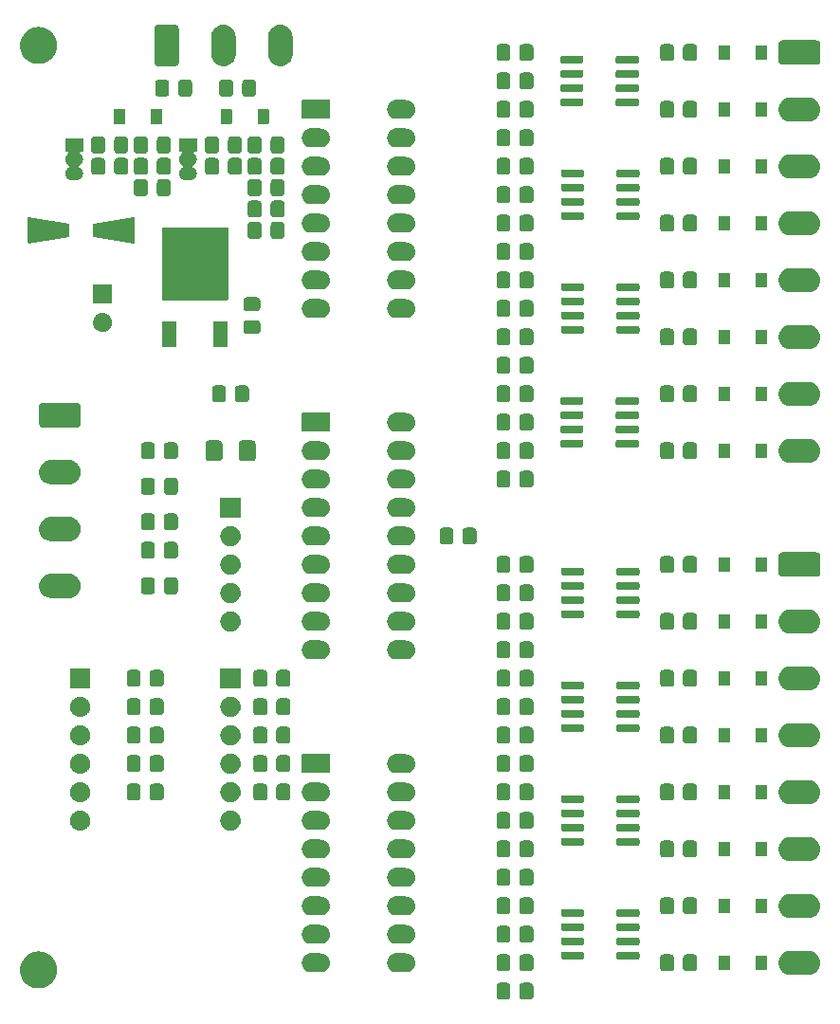
<source format=gbr>
G04 #@! TF.GenerationSoftware,KiCad,Pcbnew,(5.99.0-434-g6ad8b170c)*
G04 #@! TF.CreationDate,2019-12-07T15:10:00-08:00*
G04 #@! TF.ProjectId,R_Switch,525f5377-6974-4636-982e-6b696361645f,A*
G04 #@! TF.SameCoordinates,Original*
G04 #@! TF.FileFunction,Soldermask,Top*
G04 #@! TF.FilePolarity,Negative*
%FSLAX46Y46*%
G04 Gerber Fmt 4.6, Leading zero omitted, Abs format (unit mm)*
G04 Created by KiCad (PCBNEW (5.99.0-434-g6ad8b170c)) date 2019-12-07 15:10:00*
%MOMM*%
%LPD*%
G04 APERTURE LIST*
G04 APERTURE END LIST*
G36*
X127801756Y-126896764D02*
G01*
X127813227Y-126902288D01*
X127821287Y-126903795D01*
X127838547Y-126914482D01*
X127883638Y-126936197D01*
X127903738Y-126954847D01*
X127916964Y-126963036D01*
X127927265Y-126976676D01*
X127950264Y-126998016D01*
X127972614Y-127036727D01*
X127984781Y-127052839D01*
X127986751Y-127061213D01*
X127994506Y-127074646D01*
X128013419Y-127174601D01*
X128016883Y-127189330D01*
X128016883Y-127192909D01*
X128018194Y-127199838D01*
X128018194Y-128072517D01*
X128003236Y-128171756D01*
X127997712Y-128183227D01*
X127996205Y-128191287D01*
X127985518Y-128208547D01*
X127963803Y-128253638D01*
X127945153Y-128273738D01*
X127936964Y-128286964D01*
X127923324Y-128297265D01*
X127901984Y-128320264D01*
X127863273Y-128342614D01*
X127847161Y-128354781D01*
X127838787Y-128356751D01*
X127825354Y-128364506D01*
X127725399Y-128383419D01*
X127710670Y-128386883D01*
X127707091Y-128386883D01*
X127700162Y-128388194D01*
X127077483Y-128388194D01*
X126978244Y-128373236D01*
X126966773Y-128367712D01*
X126958713Y-128366205D01*
X126941453Y-128355518D01*
X126896362Y-128333803D01*
X126876262Y-128315153D01*
X126863036Y-128306964D01*
X126852735Y-128293324D01*
X126829736Y-128271984D01*
X126807386Y-128233273D01*
X126795219Y-128217161D01*
X126793249Y-128208787D01*
X126785494Y-128195354D01*
X126766581Y-128095399D01*
X126763117Y-128080670D01*
X126763117Y-128077091D01*
X126761806Y-128070162D01*
X126761806Y-127197483D01*
X126776764Y-127098244D01*
X126782288Y-127086773D01*
X126783795Y-127078713D01*
X126794482Y-127061453D01*
X126816197Y-127016362D01*
X126834847Y-126996262D01*
X126843036Y-126983036D01*
X126856676Y-126972735D01*
X126878016Y-126949736D01*
X126916727Y-126927386D01*
X126932839Y-126915219D01*
X126941213Y-126913249D01*
X126954646Y-126905494D01*
X127054601Y-126886581D01*
X127069330Y-126883117D01*
X127072909Y-126883117D01*
X127079838Y-126881806D01*
X127702517Y-126881806D01*
X127801756Y-126896764D01*
G37*
G36*
X125751756Y-126896764D02*
G01*
X125763227Y-126902288D01*
X125771287Y-126903795D01*
X125788547Y-126914482D01*
X125833638Y-126936197D01*
X125853738Y-126954847D01*
X125866964Y-126963036D01*
X125877265Y-126976676D01*
X125900264Y-126998016D01*
X125922614Y-127036727D01*
X125934781Y-127052839D01*
X125936751Y-127061213D01*
X125944506Y-127074646D01*
X125963419Y-127174601D01*
X125966883Y-127189330D01*
X125966883Y-127192909D01*
X125968194Y-127199838D01*
X125968194Y-128072517D01*
X125953236Y-128171756D01*
X125947712Y-128183227D01*
X125946205Y-128191287D01*
X125935518Y-128208547D01*
X125913803Y-128253638D01*
X125895153Y-128273738D01*
X125886964Y-128286964D01*
X125873324Y-128297265D01*
X125851984Y-128320264D01*
X125813273Y-128342614D01*
X125797161Y-128354781D01*
X125788787Y-128356751D01*
X125775354Y-128364506D01*
X125675399Y-128383419D01*
X125660670Y-128386883D01*
X125657091Y-128386883D01*
X125650162Y-128388194D01*
X125027483Y-128388194D01*
X124928244Y-128373236D01*
X124916773Y-128367712D01*
X124908713Y-128366205D01*
X124891453Y-128355518D01*
X124846362Y-128333803D01*
X124826262Y-128315153D01*
X124813036Y-128306964D01*
X124802735Y-128293324D01*
X124779736Y-128271984D01*
X124757386Y-128233273D01*
X124745219Y-128217161D01*
X124743249Y-128208787D01*
X124735494Y-128195354D01*
X124716581Y-128095399D01*
X124713117Y-128080670D01*
X124713117Y-128077091D01*
X124711806Y-128070162D01*
X124711806Y-127197483D01*
X124726764Y-127098244D01*
X124732288Y-127086773D01*
X124733795Y-127078713D01*
X124744482Y-127061453D01*
X124766197Y-127016362D01*
X124784847Y-126996262D01*
X124793036Y-126983036D01*
X124806676Y-126972735D01*
X124828016Y-126949736D01*
X124866727Y-126927386D01*
X124882839Y-126915219D01*
X124891213Y-126913249D01*
X124904646Y-126905494D01*
X125004601Y-126886581D01*
X125019330Y-126883117D01*
X125022909Y-126883117D01*
X125029838Y-126881806D01*
X125652517Y-126881806D01*
X125751756Y-126896764D01*
G37*
G36*
X83893730Y-124079000D02*
G01*
X83949937Y-124079000D01*
X84020874Y-124090235D01*
X84087558Y-124096128D01*
X84144072Y-124109748D01*
X84206610Y-124119653D01*
X84268179Y-124139658D01*
X84326121Y-124153622D01*
X84386809Y-124178203D01*
X84453764Y-124199958D01*
X84505106Y-124226118D01*
X84553565Y-124245746D01*
X84616309Y-124282779D01*
X84685312Y-124317938D01*
X84726161Y-124347616D01*
X84764891Y-124370476D01*
X84827232Y-124421049D01*
X84895554Y-124470688D01*
X84926207Y-124501341D01*
X84955465Y-124525076D01*
X85014718Y-124589852D01*
X85079312Y-124654446D01*
X85100574Y-124683711D01*
X85121091Y-124706140D01*
X85174400Y-124785323D01*
X85232062Y-124864688D01*
X85245230Y-124890531D01*
X85258137Y-124909703D01*
X85302562Y-125003052D01*
X85350042Y-125096236D01*
X85356784Y-125116987D01*
X85363587Y-125131281D01*
X85396245Y-125238436D01*
X85430347Y-125343390D01*
X85432634Y-125357830D01*
X85435129Y-125366016D01*
X85453244Y-125487955D01*
X85471000Y-125600063D01*
X85471000Y-125859937D01*
X85462684Y-125912440D01*
X85461885Y-125941983D01*
X85444640Y-126026367D01*
X85430347Y-126116610D01*
X85419164Y-126151027D01*
X85413080Y-126180799D01*
X85380365Y-126270439D01*
X85350042Y-126363764D01*
X85336872Y-126389612D01*
X85328950Y-126411318D01*
X85279540Y-126502131D01*
X85232062Y-126595312D01*
X85219241Y-126612959D01*
X85211672Y-126626870D01*
X85144158Y-126716301D01*
X85079312Y-126805554D01*
X85068976Y-126815890D01*
X85063819Y-126822721D01*
X84975782Y-126909084D01*
X84895554Y-126989312D01*
X84889558Y-126993668D01*
X84888640Y-126994569D01*
X84713110Y-127121866D01*
X84685312Y-127142062D01*
X84584629Y-127193363D01*
X84472223Y-127251753D01*
X84465505Y-127254060D01*
X84453764Y-127260042D01*
X84347902Y-127294439D01*
X84240133Y-127331441D01*
X84225994Y-127334049D01*
X84206610Y-127340347D01*
X84102080Y-127356903D01*
X83998808Y-127375950D01*
X83977170Y-127376687D01*
X83949937Y-127381000D01*
X83850480Y-127381000D01*
X83753553Y-127384300D01*
X83724812Y-127381000D01*
X83690063Y-127381000D01*
X83598482Y-127366495D01*
X83509768Y-127356309D01*
X83474791Y-127346904D01*
X83433390Y-127340347D01*
X83351749Y-127313820D01*
X83272788Y-127292589D01*
X83232903Y-127275205D01*
X83186236Y-127260042D01*
X83115965Y-127224237D01*
X83047832Y-127194541D01*
X83004765Y-127167578D01*
X82954688Y-127142062D01*
X82896590Y-127099851D01*
X82839843Y-127064323D01*
X82795667Y-127026526D01*
X82744446Y-126989312D01*
X82698671Y-126943537D01*
X82653382Y-126904788D01*
X82610465Y-126855331D01*
X82560688Y-126805554D01*
X82526823Y-126758943D01*
X82492556Y-126719454D01*
X82453461Y-126657969D01*
X82407938Y-126595312D01*
X82385015Y-126550323D01*
X82360884Y-126512372D01*
X82328299Y-126439012D01*
X82289958Y-126363764D01*
X82276561Y-126322533D01*
X82261269Y-126288105D01*
X82237885Y-126203501D01*
X82209653Y-126116610D01*
X82203993Y-126080874D01*
X82195897Y-126051582D01*
X82184348Y-125956843D01*
X82169000Y-125859937D01*
X82169000Y-125830932D01*
X82166203Y-125807987D01*
X82169000Y-125704628D01*
X82169000Y-125600063D01*
X82172413Y-125578516D01*
X82172841Y-125562689D01*
X82192390Y-125452382D01*
X82209653Y-125343390D01*
X82214171Y-125329485D01*
X82215664Y-125321061D01*
X82254876Y-125204207D01*
X82289958Y-125096236D01*
X82293325Y-125089628D01*
X82293732Y-125088415D01*
X82391710Y-124896538D01*
X82407938Y-124864688D01*
X82474366Y-124773258D01*
X82548002Y-124670214D01*
X82552942Y-124665107D01*
X82560688Y-124654446D01*
X82639390Y-124575744D01*
X82718621Y-124493841D01*
X82730037Y-124485097D01*
X82744446Y-124470688D01*
X82830048Y-124408494D01*
X82913440Y-124344621D01*
X82932390Y-124334139D01*
X82954688Y-124317938D01*
X83043279Y-124272798D01*
X83128164Y-124225843D01*
X83155275Y-124215734D01*
X83186236Y-124199958D01*
X83274418Y-124171306D01*
X83358091Y-124140105D01*
X83393527Y-124132605D01*
X83433390Y-124119653D01*
X83518177Y-124106224D01*
X83598171Y-124089294D01*
X83641600Y-124086676D01*
X83690063Y-124079000D01*
X83768917Y-124079000D01*
X83843111Y-124074527D01*
X83893730Y-124079000D01*
G37*
G36*
X152836270Y-124044170D02*
G01*
X152853047Y-124050931D01*
X153022304Y-124118973D01*
X153023066Y-124119451D01*
X153029361Y-124121988D01*
X153106089Y-124171531D01*
X153187291Y-124222468D01*
X153192945Y-124227613D01*
X153204254Y-124234915D01*
X153267360Y-124295326D01*
X153331334Y-124353538D01*
X153340091Y-124364950D01*
X153354638Y-124378876D01*
X153401879Y-124445473D01*
X153449893Y-124508046D01*
X153459584Y-124526823D01*
X153475086Y-124548676D01*
X153506321Y-124617374D01*
X153539215Y-124681106D01*
X153547412Y-124707749D01*
X153561252Y-124738190D01*
X153577438Y-124805352D01*
X153596480Y-124867248D01*
X153600640Y-124901625D01*
X153610028Y-124940578D01*
X153612923Y-125003121D01*
X153619878Y-125060592D01*
X153617496Y-125101907D01*
X153619654Y-125148537D01*
X153611606Y-125204043D01*
X153608666Y-125255026D01*
X153597424Y-125301852D01*
X153589781Y-125354566D01*
X153573543Y-125401326D01*
X153563204Y-125444392D01*
X153541109Y-125494724D01*
X153521488Y-125551228D01*
X153500004Y-125588364D01*
X153484923Y-125622720D01*
X153450455Y-125674014D01*
X153417240Y-125731428D01*
X153393456Y-125758836D01*
X153376297Y-125784372D01*
X153328478Y-125833717D01*
X153280797Y-125888665D01*
X153257484Y-125906978D01*
X153240771Y-125924224D01*
X153179243Y-125968436D01*
X153117083Y-126017264D01*
X153096643Y-126027791D01*
X153082610Y-126037875D01*
X153007553Y-126073675D01*
X152932005Y-126112585D01*
X152916347Y-126117179D01*
X152906836Y-126121715D01*
X152818648Y-126145840D01*
X152732241Y-126171189D01*
X152722637Y-126172105D01*
X152718979Y-126173106D01*
X152613240Y-126182543D01*
X152577007Y-126186000D01*
X150970778Y-126186000D01*
X150693730Y-126145830D01*
X150676953Y-126139069D01*
X150507696Y-126071027D01*
X150506934Y-126070549D01*
X150500639Y-126068012D01*
X150423911Y-126018469D01*
X150342709Y-125967532D01*
X150337055Y-125962387D01*
X150325746Y-125955085D01*
X150262640Y-125894674D01*
X150198666Y-125836462D01*
X150189909Y-125825050D01*
X150175362Y-125811124D01*
X150128121Y-125744527D01*
X150080107Y-125681954D01*
X150070416Y-125663177D01*
X150054914Y-125641324D01*
X150023679Y-125572626D01*
X149990785Y-125508894D01*
X149982588Y-125482251D01*
X149968748Y-125451810D01*
X149952562Y-125384648D01*
X149933520Y-125322752D01*
X149929360Y-125288375D01*
X149919972Y-125249422D01*
X149917077Y-125186879D01*
X149910122Y-125129408D01*
X149912504Y-125088093D01*
X149910346Y-125041463D01*
X149918394Y-124985957D01*
X149921334Y-124934974D01*
X149932576Y-124888148D01*
X149940219Y-124835434D01*
X149956457Y-124788674D01*
X149966796Y-124745608D01*
X149988891Y-124695276D01*
X150008512Y-124638772D01*
X150029996Y-124601636D01*
X150045077Y-124567280D01*
X150079545Y-124515986D01*
X150112760Y-124458572D01*
X150136544Y-124431164D01*
X150153703Y-124405628D01*
X150201522Y-124356283D01*
X150249203Y-124301335D01*
X150272516Y-124283022D01*
X150289229Y-124265776D01*
X150350757Y-124221564D01*
X150412917Y-124172736D01*
X150433357Y-124162209D01*
X150447390Y-124152125D01*
X150522447Y-124116325D01*
X150597995Y-124077415D01*
X150613653Y-124072821D01*
X150623164Y-124068285D01*
X150711352Y-124044160D01*
X150797759Y-124018811D01*
X150807363Y-124017895D01*
X150811021Y-124016894D01*
X150916760Y-124007457D01*
X150952993Y-124004000D01*
X152559222Y-124004000D01*
X152836270Y-124044170D01*
G37*
G36*
X109122270Y-124261707D02*
G01*
X109246689Y-124280968D01*
X109251690Y-124283132D01*
X109260865Y-124284651D01*
X109333903Y-124318709D01*
X109402312Y-124348313D01*
X109412129Y-124355187D01*
X109428440Y-124362793D01*
X109487726Y-124408121D01*
X109543929Y-124447474D01*
X109556276Y-124460530D01*
X109575327Y-124475096D01*
X109619657Y-124527554D01*
X109662715Y-124573086D01*
X109675335Y-124593439D01*
X109694671Y-124616321D01*
X109723930Y-124671816D01*
X109753819Y-124720022D01*
X109764150Y-124748099D01*
X109780905Y-124779879D01*
X109795983Y-124834619D01*
X109813516Y-124882272D01*
X109818882Y-124917753D01*
X109830006Y-124958139D01*
X109832666Y-125008903D01*
X109839368Y-125053216D01*
X109837178Y-125094995D01*
X109839683Y-125142784D01*
X109832354Y-125187056D01*
X109830320Y-125225863D01*
X109818272Y-125272117D01*
X109809484Y-125325200D01*
X109795035Y-125361325D01*
X109786741Y-125393167D01*
X109763009Y-125441396D01*
X109740819Y-125496876D01*
X109722303Y-125524121D01*
X109710413Y-125548285D01*
X109673825Y-125595454D01*
X109636890Y-125649802D01*
X109617296Y-125668332D01*
X109604447Y-125684896D01*
X109554605Y-125727616D01*
X109502548Y-125776844D01*
X109484557Y-125787654D01*
X109473185Y-125797401D01*
X109410589Y-125832098D01*
X109344059Y-125872074D01*
X109329838Y-125876860D01*
X109321972Y-125881220D01*
X109247991Y-125904404D01*
X109168817Y-125931049D01*
X109159863Y-125932022D01*
X109157000Y-125932919D01*
X109073954Y-125941354D01*
X109031191Y-125946000D01*
X108154689Y-125946000D01*
X108047730Y-125928293D01*
X107923311Y-125909032D01*
X107918310Y-125906868D01*
X107909135Y-125905349D01*
X107836097Y-125871291D01*
X107767688Y-125841687D01*
X107757871Y-125834813D01*
X107741560Y-125827207D01*
X107682274Y-125781879D01*
X107626071Y-125742526D01*
X107613724Y-125729470D01*
X107594673Y-125714904D01*
X107550343Y-125662446D01*
X107507285Y-125616914D01*
X107494665Y-125596561D01*
X107475329Y-125573679D01*
X107446070Y-125518184D01*
X107416181Y-125469978D01*
X107405850Y-125441901D01*
X107389095Y-125410121D01*
X107374017Y-125355381D01*
X107356484Y-125307728D01*
X107351118Y-125272247D01*
X107339994Y-125231861D01*
X107337334Y-125181097D01*
X107330632Y-125136784D01*
X107332822Y-125095005D01*
X107330317Y-125047216D01*
X107337646Y-125002944D01*
X107339680Y-124964137D01*
X107351728Y-124917883D01*
X107360516Y-124864800D01*
X107374965Y-124828675D01*
X107383259Y-124796833D01*
X107406991Y-124748604D01*
X107429181Y-124693124D01*
X107447697Y-124665879D01*
X107459587Y-124641715D01*
X107496175Y-124594546D01*
X107533110Y-124540198D01*
X107552704Y-124521668D01*
X107565553Y-124505104D01*
X107615395Y-124462384D01*
X107667452Y-124413156D01*
X107685443Y-124402346D01*
X107696815Y-124392599D01*
X107759411Y-124357902D01*
X107825941Y-124317926D01*
X107840162Y-124313140D01*
X107848028Y-124308780D01*
X107922009Y-124285596D01*
X108001183Y-124258951D01*
X108010137Y-124257978D01*
X108013000Y-124257081D01*
X108096046Y-124248646D01*
X108138809Y-124244000D01*
X109015311Y-124244000D01*
X109122270Y-124261707D01*
G37*
G36*
X116742270Y-124261707D02*
G01*
X116866689Y-124280968D01*
X116871690Y-124283132D01*
X116880865Y-124284651D01*
X116953903Y-124318709D01*
X117022312Y-124348313D01*
X117032129Y-124355187D01*
X117048440Y-124362793D01*
X117107726Y-124408121D01*
X117163929Y-124447474D01*
X117176276Y-124460530D01*
X117195327Y-124475096D01*
X117239657Y-124527554D01*
X117282715Y-124573086D01*
X117295335Y-124593439D01*
X117314671Y-124616321D01*
X117343930Y-124671816D01*
X117373819Y-124720022D01*
X117384150Y-124748099D01*
X117400905Y-124779879D01*
X117415983Y-124834619D01*
X117433516Y-124882272D01*
X117438882Y-124917753D01*
X117450006Y-124958139D01*
X117452666Y-125008903D01*
X117459368Y-125053216D01*
X117457178Y-125094995D01*
X117459683Y-125142784D01*
X117452354Y-125187056D01*
X117450320Y-125225863D01*
X117438272Y-125272117D01*
X117429484Y-125325200D01*
X117415035Y-125361325D01*
X117406741Y-125393167D01*
X117383009Y-125441396D01*
X117360819Y-125496876D01*
X117342303Y-125524121D01*
X117330413Y-125548285D01*
X117293825Y-125595454D01*
X117256890Y-125649802D01*
X117237296Y-125668332D01*
X117224447Y-125684896D01*
X117174605Y-125727616D01*
X117122548Y-125776844D01*
X117104557Y-125787654D01*
X117093185Y-125797401D01*
X117030589Y-125832098D01*
X116964059Y-125872074D01*
X116949838Y-125876860D01*
X116941972Y-125881220D01*
X116867991Y-125904404D01*
X116788817Y-125931049D01*
X116779863Y-125932022D01*
X116777000Y-125932919D01*
X116693954Y-125941354D01*
X116651191Y-125946000D01*
X115774689Y-125946000D01*
X115667730Y-125928293D01*
X115543311Y-125909032D01*
X115538310Y-125906868D01*
X115529135Y-125905349D01*
X115456097Y-125871291D01*
X115387688Y-125841687D01*
X115377871Y-125834813D01*
X115361560Y-125827207D01*
X115302274Y-125781879D01*
X115246071Y-125742526D01*
X115233724Y-125729470D01*
X115214673Y-125714904D01*
X115170343Y-125662446D01*
X115127285Y-125616914D01*
X115114665Y-125596561D01*
X115095329Y-125573679D01*
X115066070Y-125518184D01*
X115036181Y-125469978D01*
X115025850Y-125441901D01*
X115009095Y-125410121D01*
X114994017Y-125355381D01*
X114976484Y-125307728D01*
X114971118Y-125272247D01*
X114959994Y-125231861D01*
X114957334Y-125181097D01*
X114950632Y-125136784D01*
X114952822Y-125095005D01*
X114950317Y-125047216D01*
X114957646Y-125002944D01*
X114959680Y-124964137D01*
X114971728Y-124917883D01*
X114980516Y-124864800D01*
X114994965Y-124828675D01*
X115003259Y-124796833D01*
X115026991Y-124748604D01*
X115049181Y-124693124D01*
X115067697Y-124665879D01*
X115079587Y-124641715D01*
X115116175Y-124594546D01*
X115153110Y-124540198D01*
X115172704Y-124521668D01*
X115185553Y-124505104D01*
X115235395Y-124462384D01*
X115287452Y-124413156D01*
X115305443Y-124402346D01*
X115316815Y-124392599D01*
X115379411Y-124357902D01*
X115445941Y-124317926D01*
X115460162Y-124313140D01*
X115468028Y-124308780D01*
X115542009Y-124285596D01*
X115621183Y-124258951D01*
X115630137Y-124257978D01*
X115633000Y-124257081D01*
X115716046Y-124248646D01*
X115758809Y-124244000D01*
X116635311Y-124244000D01*
X116742270Y-124261707D01*
G37*
G36*
X125751756Y-124356764D02*
G01*
X125763227Y-124362288D01*
X125771287Y-124363795D01*
X125788547Y-124374482D01*
X125833638Y-124396197D01*
X125853738Y-124414847D01*
X125866964Y-124423036D01*
X125877265Y-124436676D01*
X125900264Y-124458016D01*
X125922614Y-124496727D01*
X125934781Y-124512839D01*
X125936751Y-124521213D01*
X125944506Y-124534646D01*
X125963419Y-124634601D01*
X125966883Y-124649330D01*
X125966883Y-124652909D01*
X125968194Y-124659838D01*
X125968194Y-125532517D01*
X125953236Y-125631756D01*
X125947712Y-125643227D01*
X125946205Y-125651287D01*
X125935518Y-125668547D01*
X125913803Y-125713638D01*
X125895153Y-125733738D01*
X125886964Y-125746964D01*
X125873324Y-125757265D01*
X125851984Y-125780264D01*
X125813273Y-125802614D01*
X125797161Y-125814781D01*
X125788787Y-125816751D01*
X125775354Y-125824506D01*
X125675399Y-125843419D01*
X125660670Y-125846883D01*
X125657091Y-125846883D01*
X125650162Y-125848194D01*
X125027483Y-125848194D01*
X124928244Y-125833236D01*
X124916773Y-125827712D01*
X124908713Y-125826205D01*
X124891453Y-125815518D01*
X124846362Y-125793803D01*
X124826262Y-125775153D01*
X124813036Y-125766964D01*
X124802735Y-125753324D01*
X124779736Y-125731984D01*
X124757386Y-125693273D01*
X124745219Y-125677161D01*
X124743249Y-125668787D01*
X124735494Y-125655354D01*
X124716581Y-125555399D01*
X124713117Y-125540670D01*
X124713117Y-125537091D01*
X124711806Y-125530162D01*
X124711806Y-124657483D01*
X124726764Y-124558244D01*
X124732288Y-124546773D01*
X124733795Y-124538713D01*
X124744482Y-124521453D01*
X124766197Y-124476362D01*
X124784847Y-124456262D01*
X124793036Y-124443036D01*
X124806676Y-124432735D01*
X124828016Y-124409736D01*
X124866727Y-124387386D01*
X124882839Y-124375219D01*
X124891213Y-124373249D01*
X124904646Y-124365494D01*
X125004601Y-124346581D01*
X125019330Y-124343117D01*
X125022909Y-124343117D01*
X125029838Y-124341806D01*
X125652517Y-124341806D01*
X125751756Y-124356764D01*
G37*
G36*
X127801756Y-124356764D02*
G01*
X127813227Y-124362288D01*
X127821287Y-124363795D01*
X127838547Y-124374482D01*
X127883638Y-124396197D01*
X127903738Y-124414847D01*
X127916964Y-124423036D01*
X127927265Y-124436676D01*
X127950264Y-124458016D01*
X127972614Y-124496727D01*
X127984781Y-124512839D01*
X127986751Y-124521213D01*
X127994506Y-124534646D01*
X128013419Y-124634601D01*
X128016883Y-124649330D01*
X128016883Y-124652909D01*
X128018194Y-124659838D01*
X128018194Y-125532517D01*
X128003236Y-125631756D01*
X127997712Y-125643227D01*
X127996205Y-125651287D01*
X127985518Y-125668547D01*
X127963803Y-125713638D01*
X127945153Y-125733738D01*
X127936964Y-125746964D01*
X127923324Y-125757265D01*
X127901984Y-125780264D01*
X127863273Y-125802614D01*
X127847161Y-125814781D01*
X127838787Y-125816751D01*
X127825354Y-125824506D01*
X127725399Y-125843419D01*
X127710670Y-125846883D01*
X127707091Y-125846883D01*
X127700162Y-125848194D01*
X127077483Y-125848194D01*
X126978244Y-125833236D01*
X126966773Y-125827712D01*
X126958713Y-125826205D01*
X126941453Y-125815518D01*
X126896362Y-125793803D01*
X126876262Y-125775153D01*
X126863036Y-125766964D01*
X126852735Y-125753324D01*
X126829736Y-125731984D01*
X126807386Y-125693273D01*
X126795219Y-125677161D01*
X126793249Y-125668787D01*
X126785494Y-125655354D01*
X126766581Y-125555399D01*
X126763117Y-125540670D01*
X126763117Y-125537091D01*
X126761806Y-125530162D01*
X126761806Y-124657483D01*
X126776764Y-124558244D01*
X126782288Y-124546773D01*
X126783795Y-124538713D01*
X126794482Y-124521453D01*
X126816197Y-124476362D01*
X126834847Y-124456262D01*
X126843036Y-124443036D01*
X126856676Y-124432735D01*
X126878016Y-124409736D01*
X126916727Y-124387386D01*
X126932839Y-124375219D01*
X126941213Y-124373249D01*
X126954646Y-124365494D01*
X127054601Y-124346581D01*
X127069330Y-124343117D01*
X127072909Y-124343117D01*
X127079838Y-124341806D01*
X127702517Y-124341806D01*
X127801756Y-124356764D01*
G37*
G36*
X140356756Y-124356764D02*
G01*
X140368227Y-124362288D01*
X140376287Y-124363795D01*
X140393547Y-124374482D01*
X140438638Y-124396197D01*
X140458738Y-124414847D01*
X140471964Y-124423036D01*
X140482265Y-124436676D01*
X140505264Y-124458016D01*
X140527614Y-124496727D01*
X140539781Y-124512839D01*
X140541751Y-124521213D01*
X140549506Y-124534646D01*
X140568419Y-124634601D01*
X140571883Y-124649330D01*
X140571883Y-124652909D01*
X140573194Y-124659838D01*
X140573194Y-125532517D01*
X140558236Y-125631756D01*
X140552712Y-125643227D01*
X140551205Y-125651287D01*
X140540518Y-125668547D01*
X140518803Y-125713638D01*
X140500153Y-125733738D01*
X140491964Y-125746964D01*
X140478324Y-125757265D01*
X140456984Y-125780264D01*
X140418273Y-125802614D01*
X140402161Y-125814781D01*
X140393787Y-125816751D01*
X140380354Y-125824506D01*
X140280399Y-125843419D01*
X140265670Y-125846883D01*
X140262091Y-125846883D01*
X140255162Y-125848194D01*
X139632483Y-125848194D01*
X139533244Y-125833236D01*
X139521773Y-125827712D01*
X139513713Y-125826205D01*
X139496453Y-125815518D01*
X139451362Y-125793803D01*
X139431262Y-125775153D01*
X139418036Y-125766964D01*
X139407735Y-125753324D01*
X139384736Y-125731984D01*
X139362386Y-125693273D01*
X139350219Y-125677161D01*
X139348249Y-125668787D01*
X139340494Y-125655354D01*
X139321581Y-125555399D01*
X139318117Y-125540670D01*
X139318117Y-125537091D01*
X139316806Y-125530162D01*
X139316806Y-124657483D01*
X139331764Y-124558244D01*
X139337288Y-124546773D01*
X139338795Y-124538713D01*
X139349482Y-124521453D01*
X139371197Y-124476362D01*
X139389847Y-124456262D01*
X139398036Y-124443036D01*
X139411676Y-124432735D01*
X139433016Y-124409736D01*
X139471727Y-124387386D01*
X139487839Y-124375219D01*
X139496213Y-124373249D01*
X139509646Y-124365494D01*
X139609601Y-124346581D01*
X139624330Y-124343117D01*
X139627909Y-124343117D01*
X139634838Y-124341806D01*
X140257517Y-124341806D01*
X140356756Y-124356764D01*
G37*
G36*
X142406756Y-124356764D02*
G01*
X142418227Y-124362288D01*
X142426287Y-124363795D01*
X142443547Y-124374482D01*
X142488638Y-124396197D01*
X142508738Y-124414847D01*
X142521964Y-124423036D01*
X142532265Y-124436676D01*
X142555264Y-124458016D01*
X142577614Y-124496727D01*
X142589781Y-124512839D01*
X142591751Y-124521213D01*
X142599506Y-124534646D01*
X142618419Y-124634601D01*
X142621883Y-124649330D01*
X142621883Y-124652909D01*
X142623194Y-124659838D01*
X142623194Y-125532517D01*
X142608236Y-125631756D01*
X142602712Y-125643227D01*
X142601205Y-125651287D01*
X142590518Y-125668547D01*
X142568803Y-125713638D01*
X142550153Y-125733738D01*
X142541964Y-125746964D01*
X142528324Y-125757265D01*
X142506984Y-125780264D01*
X142468273Y-125802614D01*
X142452161Y-125814781D01*
X142443787Y-125816751D01*
X142430354Y-125824506D01*
X142330399Y-125843419D01*
X142315670Y-125846883D01*
X142312091Y-125846883D01*
X142305162Y-125848194D01*
X141682483Y-125848194D01*
X141583244Y-125833236D01*
X141571773Y-125827712D01*
X141563713Y-125826205D01*
X141546453Y-125815518D01*
X141501362Y-125793803D01*
X141481262Y-125775153D01*
X141468036Y-125766964D01*
X141457735Y-125753324D01*
X141434736Y-125731984D01*
X141412386Y-125693273D01*
X141400219Y-125677161D01*
X141398249Y-125668787D01*
X141390494Y-125655354D01*
X141371581Y-125555399D01*
X141368117Y-125540670D01*
X141368117Y-125537091D01*
X141366806Y-125530162D01*
X141366806Y-124657483D01*
X141381764Y-124558244D01*
X141387288Y-124546773D01*
X141388795Y-124538713D01*
X141399482Y-124521453D01*
X141421197Y-124476362D01*
X141439847Y-124456262D01*
X141448036Y-124443036D01*
X141461676Y-124432735D01*
X141483016Y-124409736D01*
X141521727Y-124387386D01*
X141537839Y-124375219D01*
X141546213Y-124373249D01*
X141559646Y-124365494D01*
X141659601Y-124346581D01*
X141674330Y-124343117D01*
X141677909Y-124343117D01*
X141684838Y-124341806D01*
X142307517Y-124341806D01*
X142406756Y-124356764D01*
G37*
G36*
X148804899Y-124446959D02*
G01*
X148821769Y-124458231D01*
X148833041Y-124475101D01*
X148839448Y-124507312D01*
X148839448Y-125682688D01*
X148836999Y-125695000D01*
X148833041Y-125714899D01*
X148821769Y-125731769D01*
X148804899Y-125743041D01*
X148785000Y-125746999D01*
X148772688Y-125749448D01*
X147897312Y-125749448D01*
X147865101Y-125743041D01*
X147848231Y-125731769D01*
X147836959Y-125714899D01*
X147830552Y-125682688D01*
X147830552Y-124507312D01*
X147836959Y-124475101D01*
X147848231Y-124458231D01*
X147865101Y-124446959D01*
X147897312Y-124440552D01*
X148772688Y-124440552D01*
X148804899Y-124446959D01*
G37*
G36*
X145504899Y-124446959D02*
G01*
X145521769Y-124458231D01*
X145533041Y-124475101D01*
X145539448Y-124507312D01*
X145539448Y-125682688D01*
X145536999Y-125695000D01*
X145533041Y-125714899D01*
X145521769Y-125731769D01*
X145504899Y-125743041D01*
X145485000Y-125746999D01*
X145472688Y-125749448D01*
X144597312Y-125749448D01*
X144565101Y-125743041D01*
X144548231Y-125731769D01*
X144536959Y-125714899D01*
X144530552Y-125682688D01*
X144530552Y-124507312D01*
X144536959Y-124475101D01*
X144548231Y-124458231D01*
X144565101Y-124446959D01*
X144597312Y-124440552D01*
X145472688Y-124440552D01*
X145504899Y-124446959D01*
G37*
G36*
X137281483Y-124108001D02*
G01*
X137282061Y-124108001D01*
X137286575Y-124108899D01*
X137352492Y-124120522D01*
X137356426Y-124122793D01*
X137360487Y-124123601D01*
X137377405Y-124134905D01*
X137413879Y-124155963D01*
X137420207Y-124163504D01*
X137426974Y-124168026D01*
X137438598Y-124185422D01*
X137455797Y-124205920D01*
X137458142Y-124214673D01*
X137471399Y-124234513D01*
X137486999Y-124312939D01*
X137486999Y-124322367D01*
X137488715Y-124328771D01*
X137488715Y-124596751D01*
X137486999Y-124606483D01*
X137486999Y-124607061D01*
X137486101Y-124611575D01*
X137474478Y-124677492D01*
X137472207Y-124681426D01*
X137471399Y-124685487D01*
X137460095Y-124702405D01*
X137439037Y-124738879D01*
X137431496Y-124745207D01*
X137426974Y-124751974D01*
X137409578Y-124763598D01*
X137389080Y-124780797D01*
X137380327Y-124783142D01*
X137360487Y-124796399D01*
X137282061Y-124811999D01*
X137272633Y-124811999D01*
X137266229Y-124813715D01*
X135648249Y-124813715D01*
X135638517Y-124811999D01*
X135637939Y-124811999D01*
X135633425Y-124811101D01*
X135567508Y-124799478D01*
X135563574Y-124797207D01*
X135559513Y-124796399D01*
X135542595Y-124785095D01*
X135506121Y-124764037D01*
X135499793Y-124756496D01*
X135493026Y-124751974D01*
X135481402Y-124734578D01*
X135464203Y-124714080D01*
X135461858Y-124705327D01*
X135448601Y-124685487D01*
X135433001Y-124607061D01*
X135433001Y-124597633D01*
X135431285Y-124591229D01*
X135431285Y-124323249D01*
X135433001Y-124313517D01*
X135433001Y-124312939D01*
X135433899Y-124308425D01*
X135445522Y-124242508D01*
X135447793Y-124238574D01*
X135448601Y-124234513D01*
X135459905Y-124217595D01*
X135480963Y-124181121D01*
X135488504Y-124174793D01*
X135493026Y-124168026D01*
X135510422Y-124156402D01*
X135530920Y-124139203D01*
X135539673Y-124136858D01*
X135559513Y-124123601D01*
X135637939Y-124108001D01*
X135647367Y-124108001D01*
X135653771Y-124106285D01*
X137271751Y-124106285D01*
X137281483Y-124108001D01*
G37*
G36*
X132331483Y-124108001D02*
G01*
X132332061Y-124108001D01*
X132336575Y-124108899D01*
X132402492Y-124120522D01*
X132406426Y-124122793D01*
X132410487Y-124123601D01*
X132427405Y-124134905D01*
X132463879Y-124155963D01*
X132470207Y-124163504D01*
X132476974Y-124168026D01*
X132488598Y-124185422D01*
X132505797Y-124205920D01*
X132508142Y-124214673D01*
X132521399Y-124234513D01*
X132536999Y-124312939D01*
X132536999Y-124322367D01*
X132538715Y-124328771D01*
X132538715Y-124596751D01*
X132536999Y-124606483D01*
X132536999Y-124607061D01*
X132536101Y-124611575D01*
X132524478Y-124677492D01*
X132522207Y-124681426D01*
X132521399Y-124685487D01*
X132510095Y-124702405D01*
X132489037Y-124738879D01*
X132481496Y-124745207D01*
X132476974Y-124751974D01*
X132459578Y-124763598D01*
X132439080Y-124780797D01*
X132430327Y-124783142D01*
X132410487Y-124796399D01*
X132332061Y-124811999D01*
X132322633Y-124811999D01*
X132316229Y-124813715D01*
X130698249Y-124813715D01*
X130688517Y-124811999D01*
X130687939Y-124811999D01*
X130683425Y-124811101D01*
X130617508Y-124799478D01*
X130613574Y-124797207D01*
X130609513Y-124796399D01*
X130592595Y-124785095D01*
X130556121Y-124764037D01*
X130549793Y-124756496D01*
X130543026Y-124751974D01*
X130531402Y-124734578D01*
X130514203Y-124714080D01*
X130511858Y-124705327D01*
X130498601Y-124685487D01*
X130483001Y-124607061D01*
X130483001Y-124597633D01*
X130481285Y-124591229D01*
X130481285Y-124323249D01*
X130483001Y-124313517D01*
X130483001Y-124312939D01*
X130483899Y-124308425D01*
X130495522Y-124242508D01*
X130497793Y-124238574D01*
X130498601Y-124234513D01*
X130509905Y-124217595D01*
X130530963Y-124181121D01*
X130538504Y-124174793D01*
X130543026Y-124168026D01*
X130560422Y-124156402D01*
X130580920Y-124139203D01*
X130589673Y-124136858D01*
X130609513Y-124123601D01*
X130687939Y-124108001D01*
X130697367Y-124108001D01*
X130703771Y-124106285D01*
X132321751Y-124106285D01*
X132331483Y-124108001D01*
G37*
G36*
X137281483Y-122838001D02*
G01*
X137282061Y-122838001D01*
X137286575Y-122838899D01*
X137352492Y-122850522D01*
X137356426Y-122852793D01*
X137360487Y-122853601D01*
X137377405Y-122864905D01*
X137413879Y-122885963D01*
X137420207Y-122893504D01*
X137426974Y-122898026D01*
X137438598Y-122915422D01*
X137455797Y-122935920D01*
X137458142Y-122944673D01*
X137471399Y-122964513D01*
X137486999Y-123042939D01*
X137486999Y-123052367D01*
X137488715Y-123058771D01*
X137488715Y-123326751D01*
X137486999Y-123336483D01*
X137486999Y-123337061D01*
X137486101Y-123341575D01*
X137474478Y-123407492D01*
X137472207Y-123411426D01*
X137471399Y-123415487D01*
X137460095Y-123432405D01*
X137439037Y-123468879D01*
X137431496Y-123475207D01*
X137426974Y-123481974D01*
X137409578Y-123493598D01*
X137389080Y-123510797D01*
X137380327Y-123513142D01*
X137360487Y-123526399D01*
X137282061Y-123541999D01*
X137272633Y-123541999D01*
X137266229Y-123543715D01*
X135648249Y-123543715D01*
X135638517Y-123541999D01*
X135637939Y-123541999D01*
X135633425Y-123541101D01*
X135567508Y-123529478D01*
X135563574Y-123527207D01*
X135559513Y-123526399D01*
X135542595Y-123515095D01*
X135506121Y-123494037D01*
X135499793Y-123486496D01*
X135493026Y-123481974D01*
X135481402Y-123464578D01*
X135464203Y-123444080D01*
X135461858Y-123435327D01*
X135448601Y-123415487D01*
X135433001Y-123337061D01*
X135433001Y-123327633D01*
X135431285Y-123321229D01*
X135431285Y-123053249D01*
X135433001Y-123043517D01*
X135433001Y-123042939D01*
X135433899Y-123038425D01*
X135445522Y-122972508D01*
X135447793Y-122968574D01*
X135448601Y-122964513D01*
X135459905Y-122947595D01*
X135480963Y-122911121D01*
X135488504Y-122904793D01*
X135493026Y-122898026D01*
X135510422Y-122886402D01*
X135530920Y-122869203D01*
X135539673Y-122866858D01*
X135559513Y-122853601D01*
X135637939Y-122838001D01*
X135647367Y-122838001D01*
X135653771Y-122836285D01*
X137271751Y-122836285D01*
X137281483Y-122838001D01*
G37*
G36*
X132331483Y-122838001D02*
G01*
X132332061Y-122838001D01*
X132336575Y-122838899D01*
X132402492Y-122850522D01*
X132406426Y-122852793D01*
X132410487Y-122853601D01*
X132427405Y-122864905D01*
X132463879Y-122885963D01*
X132470207Y-122893504D01*
X132476974Y-122898026D01*
X132488598Y-122915422D01*
X132505797Y-122935920D01*
X132508142Y-122944673D01*
X132521399Y-122964513D01*
X132536999Y-123042939D01*
X132536999Y-123052367D01*
X132538715Y-123058771D01*
X132538715Y-123326751D01*
X132536999Y-123336483D01*
X132536999Y-123337061D01*
X132536101Y-123341575D01*
X132524478Y-123407492D01*
X132522207Y-123411426D01*
X132521399Y-123415487D01*
X132510095Y-123432405D01*
X132489037Y-123468879D01*
X132481496Y-123475207D01*
X132476974Y-123481974D01*
X132459578Y-123493598D01*
X132439080Y-123510797D01*
X132430327Y-123513142D01*
X132410487Y-123526399D01*
X132332061Y-123541999D01*
X132322633Y-123541999D01*
X132316229Y-123543715D01*
X130698249Y-123543715D01*
X130688517Y-123541999D01*
X130687939Y-123541999D01*
X130683425Y-123541101D01*
X130617508Y-123529478D01*
X130613574Y-123527207D01*
X130609513Y-123526399D01*
X130592595Y-123515095D01*
X130556121Y-123494037D01*
X130549793Y-123486496D01*
X130543026Y-123481974D01*
X130531402Y-123464578D01*
X130514203Y-123444080D01*
X130511858Y-123435327D01*
X130498601Y-123415487D01*
X130483001Y-123337061D01*
X130483001Y-123327633D01*
X130481285Y-123321229D01*
X130481285Y-123053249D01*
X130483001Y-123043517D01*
X130483001Y-123042939D01*
X130483899Y-123038425D01*
X130495522Y-122972508D01*
X130497793Y-122968574D01*
X130498601Y-122964513D01*
X130509905Y-122947595D01*
X130530963Y-122911121D01*
X130538504Y-122904793D01*
X130543026Y-122898026D01*
X130560422Y-122886402D01*
X130580920Y-122869203D01*
X130589673Y-122866858D01*
X130609513Y-122853601D01*
X130687939Y-122838001D01*
X130697367Y-122838001D01*
X130703771Y-122836285D01*
X132321751Y-122836285D01*
X132331483Y-122838001D01*
G37*
G36*
X109122270Y-121721707D02*
G01*
X109246689Y-121740968D01*
X109251690Y-121743132D01*
X109260865Y-121744651D01*
X109333903Y-121778709D01*
X109402312Y-121808313D01*
X109412129Y-121815187D01*
X109428440Y-121822793D01*
X109487726Y-121868121D01*
X109543929Y-121907474D01*
X109556276Y-121920530D01*
X109575327Y-121935096D01*
X109619657Y-121987554D01*
X109662715Y-122033086D01*
X109675335Y-122053439D01*
X109694671Y-122076321D01*
X109723930Y-122131816D01*
X109753819Y-122180022D01*
X109764150Y-122208099D01*
X109780905Y-122239879D01*
X109795983Y-122294619D01*
X109813516Y-122342272D01*
X109818882Y-122377753D01*
X109830006Y-122418139D01*
X109832666Y-122468903D01*
X109839368Y-122513216D01*
X109837178Y-122554995D01*
X109839683Y-122602784D01*
X109832354Y-122647056D01*
X109830320Y-122685863D01*
X109818272Y-122732117D01*
X109809484Y-122785200D01*
X109795035Y-122821325D01*
X109786741Y-122853167D01*
X109763009Y-122901396D01*
X109740819Y-122956876D01*
X109722303Y-122984121D01*
X109710413Y-123008285D01*
X109673825Y-123055454D01*
X109636890Y-123109802D01*
X109617296Y-123128332D01*
X109604447Y-123144896D01*
X109554605Y-123187616D01*
X109502548Y-123236844D01*
X109484557Y-123247654D01*
X109473185Y-123257401D01*
X109410589Y-123292098D01*
X109344059Y-123332074D01*
X109329838Y-123336860D01*
X109321972Y-123341220D01*
X109247991Y-123364404D01*
X109168817Y-123391049D01*
X109159863Y-123392022D01*
X109157000Y-123392919D01*
X109073954Y-123401354D01*
X109031191Y-123406000D01*
X108154689Y-123406000D01*
X108047730Y-123388293D01*
X107923311Y-123369032D01*
X107918310Y-123366868D01*
X107909135Y-123365349D01*
X107836097Y-123331291D01*
X107767688Y-123301687D01*
X107757871Y-123294813D01*
X107741560Y-123287207D01*
X107682274Y-123241879D01*
X107626071Y-123202526D01*
X107613724Y-123189470D01*
X107594673Y-123174904D01*
X107550343Y-123122446D01*
X107507285Y-123076914D01*
X107494665Y-123056561D01*
X107475329Y-123033679D01*
X107446070Y-122978184D01*
X107416181Y-122929978D01*
X107405850Y-122901901D01*
X107389095Y-122870121D01*
X107374017Y-122815381D01*
X107356484Y-122767728D01*
X107351118Y-122732247D01*
X107339994Y-122691861D01*
X107337334Y-122641097D01*
X107330632Y-122596784D01*
X107332822Y-122555005D01*
X107330317Y-122507216D01*
X107337646Y-122462944D01*
X107339680Y-122424137D01*
X107351728Y-122377883D01*
X107360516Y-122324800D01*
X107374965Y-122288675D01*
X107383259Y-122256833D01*
X107406991Y-122208604D01*
X107429181Y-122153124D01*
X107447697Y-122125879D01*
X107459587Y-122101715D01*
X107496175Y-122054546D01*
X107533110Y-122000198D01*
X107552704Y-121981668D01*
X107565553Y-121965104D01*
X107615395Y-121922384D01*
X107667452Y-121873156D01*
X107685443Y-121862346D01*
X107696815Y-121852599D01*
X107759411Y-121817902D01*
X107825941Y-121777926D01*
X107840162Y-121773140D01*
X107848028Y-121768780D01*
X107922009Y-121745596D01*
X108001183Y-121718951D01*
X108010137Y-121717978D01*
X108013000Y-121717081D01*
X108096046Y-121708646D01*
X108138809Y-121704000D01*
X109015311Y-121704000D01*
X109122270Y-121721707D01*
G37*
G36*
X116742270Y-121721707D02*
G01*
X116866689Y-121740968D01*
X116871690Y-121743132D01*
X116880865Y-121744651D01*
X116953903Y-121778709D01*
X117022312Y-121808313D01*
X117032129Y-121815187D01*
X117048440Y-121822793D01*
X117107726Y-121868121D01*
X117163929Y-121907474D01*
X117176276Y-121920530D01*
X117195327Y-121935096D01*
X117239657Y-121987554D01*
X117282715Y-122033086D01*
X117295335Y-122053439D01*
X117314671Y-122076321D01*
X117343930Y-122131816D01*
X117373819Y-122180022D01*
X117384150Y-122208099D01*
X117400905Y-122239879D01*
X117415983Y-122294619D01*
X117433516Y-122342272D01*
X117438882Y-122377753D01*
X117450006Y-122418139D01*
X117452666Y-122468903D01*
X117459368Y-122513216D01*
X117457178Y-122554995D01*
X117459683Y-122602784D01*
X117452354Y-122647056D01*
X117450320Y-122685863D01*
X117438272Y-122732117D01*
X117429484Y-122785200D01*
X117415035Y-122821325D01*
X117406741Y-122853167D01*
X117383009Y-122901396D01*
X117360819Y-122956876D01*
X117342303Y-122984121D01*
X117330413Y-123008285D01*
X117293825Y-123055454D01*
X117256890Y-123109802D01*
X117237296Y-123128332D01*
X117224447Y-123144896D01*
X117174605Y-123187616D01*
X117122548Y-123236844D01*
X117104557Y-123247654D01*
X117093185Y-123257401D01*
X117030589Y-123292098D01*
X116964059Y-123332074D01*
X116949838Y-123336860D01*
X116941972Y-123341220D01*
X116867991Y-123364404D01*
X116788817Y-123391049D01*
X116779863Y-123392022D01*
X116777000Y-123392919D01*
X116693954Y-123401354D01*
X116651191Y-123406000D01*
X115774689Y-123406000D01*
X115667730Y-123388293D01*
X115543311Y-123369032D01*
X115538310Y-123366868D01*
X115529135Y-123365349D01*
X115456097Y-123331291D01*
X115387688Y-123301687D01*
X115377871Y-123294813D01*
X115361560Y-123287207D01*
X115302274Y-123241879D01*
X115246071Y-123202526D01*
X115233724Y-123189470D01*
X115214673Y-123174904D01*
X115170343Y-123122446D01*
X115127285Y-123076914D01*
X115114665Y-123056561D01*
X115095329Y-123033679D01*
X115066070Y-122978184D01*
X115036181Y-122929978D01*
X115025850Y-122901901D01*
X115009095Y-122870121D01*
X114994017Y-122815381D01*
X114976484Y-122767728D01*
X114971118Y-122732247D01*
X114959994Y-122691861D01*
X114957334Y-122641097D01*
X114950632Y-122596784D01*
X114952822Y-122555005D01*
X114950317Y-122507216D01*
X114957646Y-122462944D01*
X114959680Y-122424137D01*
X114971728Y-122377883D01*
X114980516Y-122324800D01*
X114994965Y-122288675D01*
X115003259Y-122256833D01*
X115026991Y-122208604D01*
X115049181Y-122153124D01*
X115067697Y-122125879D01*
X115079587Y-122101715D01*
X115116175Y-122054546D01*
X115153110Y-122000198D01*
X115172704Y-121981668D01*
X115185553Y-121965104D01*
X115235395Y-121922384D01*
X115287452Y-121873156D01*
X115305443Y-121862346D01*
X115316815Y-121852599D01*
X115379411Y-121817902D01*
X115445941Y-121777926D01*
X115460162Y-121773140D01*
X115468028Y-121768780D01*
X115542009Y-121745596D01*
X115621183Y-121718951D01*
X115630137Y-121717978D01*
X115633000Y-121717081D01*
X115716046Y-121708646D01*
X115758809Y-121704000D01*
X116635311Y-121704000D01*
X116742270Y-121721707D01*
G37*
G36*
X125751756Y-121816764D02*
G01*
X125763227Y-121822288D01*
X125771287Y-121823795D01*
X125788547Y-121834482D01*
X125833638Y-121856197D01*
X125853738Y-121874847D01*
X125866964Y-121883036D01*
X125877265Y-121896676D01*
X125900264Y-121918016D01*
X125922614Y-121956727D01*
X125934781Y-121972839D01*
X125936751Y-121981213D01*
X125944506Y-121994646D01*
X125963419Y-122094601D01*
X125966883Y-122109330D01*
X125966883Y-122112909D01*
X125968194Y-122119838D01*
X125968194Y-122992517D01*
X125953236Y-123091756D01*
X125947712Y-123103227D01*
X125946205Y-123111287D01*
X125935518Y-123128547D01*
X125913803Y-123173638D01*
X125895153Y-123193738D01*
X125886964Y-123206964D01*
X125873324Y-123217265D01*
X125851984Y-123240264D01*
X125813273Y-123262614D01*
X125797161Y-123274781D01*
X125788787Y-123276751D01*
X125775354Y-123284506D01*
X125675399Y-123303419D01*
X125660670Y-123306883D01*
X125657091Y-123306883D01*
X125650162Y-123308194D01*
X125027483Y-123308194D01*
X124928244Y-123293236D01*
X124916773Y-123287712D01*
X124908713Y-123286205D01*
X124891453Y-123275518D01*
X124846362Y-123253803D01*
X124826262Y-123235153D01*
X124813036Y-123226964D01*
X124802735Y-123213324D01*
X124779736Y-123191984D01*
X124757386Y-123153273D01*
X124745219Y-123137161D01*
X124743249Y-123128787D01*
X124735494Y-123115354D01*
X124716581Y-123015399D01*
X124713117Y-123000670D01*
X124713117Y-122997091D01*
X124711806Y-122990162D01*
X124711806Y-122117483D01*
X124726764Y-122018244D01*
X124732288Y-122006773D01*
X124733795Y-121998713D01*
X124744482Y-121981453D01*
X124766197Y-121936362D01*
X124784847Y-121916262D01*
X124793036Y-121903036D01*
X124806676Y-121892735D01*
X124828016Y-121869736D01*
X124866727Y-121847386D01*
X124882839Y-121835219D01*
X124891213Y-121833249D01*
X124904646Y-121825494D01*
X125004601Y-121806581D01*
X125019330Y-121803117D01*
X125022909Y-121803117D01*
X125029838Y-121801806D01*
X125652517Y-121801806D01*
X125751756Y-121816764D01*
G37*
G36*
X127801756Y-121816764D02*
G01*
X127813227Y-121822288D01*
X127821287Y-121823795D01*
X127838547Y-121834482D01*
X127883638Y-121856197D01*
X127903738Y-121874847D01*
X127916964Y-121883036D01*
X127927265Y-121896676D01*
X127950264Y-121918016D01*
X127972614Y-121956727D01*
X127984781Y-121972839D01*
X127986751Y-121981213D01*
X127994506Y-121994646D01*
X128013419Y-122094601D01*
X128016883Y-122109330D01*
X128016883Y-122112909D01*
X128018194Y-122119838D01*
X128018194Y-122992517D01*
X128003236Y-123091756D01*
X127997712Y-123103227D01*
X127996205Y-123111287D01*
X127985518Y-123128547D01*
X127963803Y-123173638D01*
X127945153Y-123193738D01*
X127936964Y-123206964D01*
X127923324Y-123217265D01*
X127901984Y-123240264D01*
X127863273Y-123262614D01*
X127847161Y-123274781D01*
X127838787Y-123276751D01*
X127825354Y-123284506D01*
X127725399Y-123303419D01*
X127710670Y-123306883D01*
X127707091Y-123306883D01*
X127700162Y-123308194D01*
X127077483Y-123308194D01*
X126978244Y-123293236D01*
X126966773Y-123287712D01*
X126958713Y-123286205D01*
X126941453Y-123275518D01*
X126896362Y-123253803D01*
X126876262Y-123235153D01*
X126863036Y-123226964D01*
X126852735Y-123213324D01*
X126829736Y-123191984D01*
X126807386Y-123153273D01*
X126795219Y-123137161D01*
X126793249Y-123128787D01*
X126785494Y-123115354D01*
X126766581Y-123015399D01*
X126763117Y-123000670D01*
X126763117Y-122997091D01*
X126761806Y-122990162D01*
X126761806Y-122117483D01*
X126776764Y-122018244D01*
X126782288Y-122006773D01*
X126783795Y-121998713D01*
X126794482Y-121981453D01*
X126816197Y-121936362D01*
X126834847Y-121916262D01*
X126843036Y-121903036D01*
X126856676Y-121892735D01*
X126878016Y-121869736D01*
X126916727Y-121847386D01*
X126932839Y-121835219D01*
X126941213Y-121833249D01*
X126954646Y-121825494D01*
X127054601Y-121806581D01*
X127069330Y-121803117D01*
X127072909Y-121803117D01*
X127079838Y-121801806D01*
X127702517Y-121801806D01*
X127801756Y-121816764D01*
G37*
G36*
X132331483Y-121568001D02*
G01*
X132332061Y-121568001D01*
X132336575Y-121568899D01*
X132402492Y-121580522D01*
X132406426Y-121582793D01*
X132410487Y-121583601D01*
X132427405Y-121594905D01*
X132463879Y-121615963D01*
X132470207Y-121623504D01*
X132476974Y-121628026D01*
X132488598Y-121645422D01*
X132505797Y-121665920D01*
X132508142Y-121674673D01*
X132521399Y-121694513D01*
X132536999Y-121772939D01*
X132536999Y-121782367D01*
X132538715Y-121788771D01*
X132538715Y-122056751D01*
X132536999Y-122066483D01*
X132536999Y-122067061D01*
X132536101Y-122071575D01*
X132524478Y-122137492D01*
X132522207Y-122141426D01*
X132521399Y-122145487D01*
X132510095Y-122162405D01*
X132489037Y-122198879D01*
X132481496Y-122205207D01*
X132476974Y-122211974D01*
X132459578Y-122223598D01*
X132439080Y-122240797D01*
X132430327Y-122243142D01*
X132410487Y-122256399D01*
X132332061Y-122271999D01*
X132322633Y-122271999D01*
X132316229Y-122273715D01*
X130698249Y-122273715D01*
X130688517Y-122271999D01*
X130687939Y-122271999D01*
X130683425Y-122271101D01*
X130617508Y-122259478D01*
X130613574Y-122257207D01*
X130609513Y-122256399D01*
X130592595Y-122245095D01*
X130556121Y-122224037D01*
X130549793Y-122216496D01*
X130543026Y-122211974D01*
X130531402Y-122194578D01*
X130514203Y-122174080D01*
X130511858Y-122165327D01*
X130498601Y-122145487D01*
X130483001Y-122067061D01*
X130483001Y-122057633D01*
X130481285Y-122051229D01*
X130481285Y-121783249D01*
X130483001Y-121773517D01*
X130483001Y-121772939D01*
X130483899Y-121768425D01*
X130495522Y-121702508D01*
X130497793Y-121698574D01*
X130498601Y-121694513D01*
X130509905Y-121677595D01*
X130530963Y-121641121D01*
X130538504Y-121634793D01*
X130543026Y-121628026D01*
X130560422Y-121616402D01*
X130580920Y-121599203D01*
X130589673Y-121596858D01*
X130609513Y-121583601D01*
X130687939Y-121568001D01*
X130697367Y-121568001D01*
X130703771Y-121566285D01*
X132321751Y-121566285D01*
X132331483Y-121568001D01*
G37*
G36*
X137281483Y-121568001D02*
G01*
X137282061Y-121568001D01*
X137286575Y-121568899D01*
X137352492Y-121580522D01*
X137356426Y-121582793D01*
X137360487Y-121583601D01*
X137377405Y-121594905D01*
X137413879Y-121615963D01*
X137420207Y-121623504D01*
X137426974Y-121628026D01*
X137438598Y-121645422D01*
X137455797Y-121665920D01*
X137458142Y-121674673D01*
X137471399Y-121694513D01*
X137486999Y-121772939D01*
X137486999Y-121782367D01*
X137488715Y-121788771D01*
X137488715Y-122056751D01*
X137486999Y-122066483D01*
X137486999Y-122067061D01*
X137486101Y-122071575D01*
X137474478Y-122137492D01*
X137472207Y-122141426D01*
X137471399Y-122145487D01*
X137460095Y-122162405D01*
X137439037Y-122198879D01*
X137431496Y-122205207D01*
X137426974Y-122211974D01*
X137409578Y-122223598D01*
X137389080Y-122240797D01*
X137380327Y-122243142D01*
X137360487Y-122256399D01*
X137282061Y-122271999D01*
X137272633Y-122271999D01*
X137266229Y-122273715D01*
X135648249Y-122273715D01*
X135638517Y-122271999D01*
X135637939Y-122271999D01*
X135633425Y-122271101D01*
X135567508Y-122259478D01*
X135563574Y-122257207D01*
X135559513Y-122256399D01*
X135542595Y-122245095D01*
X135506121Y-122224037D01*
X135499793Y-122216496D01*
X135493026Y-122211974D01*
X135481402Y-122194578D01*
X135464203Y-122174080D01*
X135461858Y-122165327D01*
X135448601Y-122145487D01*
X135433001Y-122067061D01*
X135433001Y-122057633D01*
X135431285Y-122051229D01*
X135431285Y-121783249D01*
X135433001Y-121773517D01*
X135433001Y-121772939D01*
X135433899Y-121768425D01*
X135445522Y-121702508D01*
X135447793Y-121698574D01*
X135448601Y-121694513D01*
X135459905Y-121677595D01*
X135480963Y-121641121D01*
X135488504Y-121634793D01*
X135493026Y-121628026D01*
X135510422Y-121616402D01*
X135530920Y-121599203D01*
X135539673Y-121596858D01*
X135559513Y-121583601D01*
X135637939Y-121568001D01*
X135647367Y-121568001D01*
X135653771Y-121566285D01*
X137271751Y-121566285D01*
X137281483Y-121568001D01*
G37*
G36*
X152836270Y-118964170D02*
G01*
X152853047Y-118970931D01*
X153022304Y-119038973D01*
X153023066Y-119039451D01*
X153029361Y-119041988D01*
X153106089Y-119091531D01*
X153187291Y-119142468D01*
X153192945Y-119147613D01*
X153204254Y-119154915D01*
X153267360Y-119215326D01*
X153331334Y-119273538D01*
X153340091Y-119284950D01*
X153354638Y-119298876D01*
X153401879Y-119365473D01*
X153449893Y-119428046D01*
X153459584Y-119446823D01*
X153475086Y-119468676D01*
X153506321Y-119537374D01*
X153539215Y-119601106D01*
X153547412Y-119627749D01*
X153561252Y-119658190D01*
X153577438Y-119725352D01*
X153596480Y-119787248D01*
X153600640Y-119821625D01*
X153610028Y-119860578D01*
X153612923Y-119923121D01*
X153619878Y-119980592D01*
X153617496Y-120021907D01*
X153619654Y-120068537D01*
X153611606Y-120124043D01*
X153608666Y-120175026D01*
X153597424Y-120221852D01*
X153589781Y-120274566D01*
X153573543Y-120321326D01*
X153563204Y-120364392D01*
X153541109Y-120414724D01*
X153521488Y-120471228D01*
X153500004Y-120508364D01*
X153484923Y-120542720D01*
X153450455Y-120594014D01*
X153417240Y-120651428D01*
X153393456Y-120678836D01*
X153376297Y-120704372D01*
X153328478Y-120753717D01*
X153280797Y-120808665D01*
X153257484Y-120826978D01*
X153240771Y-120844224D01*
X153179243Y-120888436D01*
X153117083Y-120937264D01*
X153096643Y-120947791D01*
X153082610Y-120957875D01*
X153007553Y-120993675D01*
X152932005Y-121032585D01*
X152916347Y-121037179D01*
X152906836Y-121041715D01*
X152818648Y-121065840D01*
X152732241Y-121091189D01*
X152722637Y-121092105D01*
X152718979Y-121093106D01*
X152613240Y-121102543D01*
X152577007Y-121106000D01*
X150970778Y-121106000D01*
X150693730Y-121065830D01*
X150676953Y-121059069D01*
X150507696Y-120991027D01*
X150506934Y-120990549D01*
X150500639Y-120988012D01*
X150423911Y-120938469D01*
X150342709Y-120887532D01*
X150337055Y-120882387D01*
X150325746Y-120875085D01*
X150262640Y-120814674D01*
X150198666Y-120756462D01*
X150189909Y-120745050D01*
X150175362Y-120731124D01*
X150128121Y-120664527D01*
X150080107Y-120601954D01*
X150070416Y-120583177D01*
X150054914Y-120561324D01*
X150023679Y-120492626D01*
X149990785Y-120428894D01*
X149982588Y-120402251D01*
X149968748Y-120371810D01*
X149952562Y-120304648D01*
X149933520Y-120242752D01*
X149929360Y-120208375D01*
X149919972Y-120169422D01*
X149917077Y-120106879D01*
X149910122Y-120049408D01*
X149912504Y-120008093D01*
X149910346Y-119961463D01*
X149918394Y-119905957D01*
X149921334Y-119854974D01*
X149932576Y-119808148D01*
X149940219Y-119755434D01*
X149956457Y-119708674D01*
X149966796Y-119665608D01*
X149988891Y-119615276D01*
X150008512Y-119558772D01*
X150029996Y-119521636D01*
X150045077Y-119487280D01*
X150079545Y-119435986D01*
X150112760Y-119378572D01*
X150136544Y-119351164D01*
X150153703Y-119325628D01*
X150201522Y-119276283D01*
X150249203Y-119221335D01*
X150272516Y-119203022D01*
X150289229Y-119185776D01*
X150350757Y-119141564D01*
X150412917Y-119092736D01*
X150433357Y-119082209D01*
X150447390Y-119072125D01*
X150522447Y-119036325D01*
X150597995Y-118997415D01*
X150613653Y-118992821D01*
X150623164Y-118988285D01*
X150711352Y-118964160D01*
X150797759Y-118938811D01*
X150807363Y-118937895D01*
X150811021Y-118936894D01*
X150916760Y-118927457D01*
X150952993Y-118924000D01*
X152559222Y-118924000D01*
X152836270Y-118964170D01*
G37*
G36*
X137281483Y-120298001D02*
G01*
X137282061Y-120298001D01*
X137286575Y-120298899D01*
X137352492Y-120310522D01*
X137356426Y-120312793D01*
X137360487Y-120313601D01*
X137377405Y-120324905D01*
X137413879Y-120345963D01*
X137420207Y-120353504D01*
X137426974Y-120358026D01*
X137438598Y-120375422D01*
X137455797Y-120395920D01*
X137458142Y-120404673D01*
X137471399Y-120424513D01*
X137486999Y-120502939D01*
X137486999Y-120512367D01*
X137488715Y-120518771D01*
X137488715Y-120786751D01*
X137486999Y-120796483D01*
X137486999Y-120797061D01*
X137486101Y-120801575D01*
X137474478Y-120867492D01*
X137472207Y-120871426D01*
X137471399Y-120875487D01*
X137460095Y-120892405D01*
X137439037Y-120928879D01*
X137431496Y-120935207D01*
X137426974Y-120941974D01*
X137409578Y-120953598D01*
X137389080Y-120970797D01*
X137380327Y-120973142D01*
X137360487Y-120986399D01*
X137282061Y-121001999D01*
X137272633Y-121001999D01*
X137266229Y-121003715D01*
X135648249Y-121003715D01*
X135638517Y-121001999D01*
X135637939Y-121001999D01*
X135633425Y-121001101D01*
X135567508Y-120989478D01*
X135563574Y-120987207D01*
X135559513Y-120986399D01*
X135542595Y-120975095D01*
X135506121Y-120954037D01*
X135499793Y-120946496D01*
X135493026Y-120941974D01*
X135481402Y-120924578D01*
X135464203Y-120904080D01*
X135461858Y-120895327D01*
X135448601Y-120875487D01*
X135433001Y-120797061D01*
X135433001Y-120787633D01*
X135431285Y-120781229D01*
X135431285Y-120513249D01*
X135433001Y-120503517D01*
X135433001Y-120502939D01*
X135433899Y-120498425D01*
X135445522Y-120432508D01*
X135447793Y-120428574D01*
X135448601Y-120424513D01*
X135459905Y-120407595D01*
X135480963Y-120371121D01*
X135488504Y-120364793D01*
X135493026Y-120358026D01*
X135510422Y-120346402D01*
X135530920Y-120329203D01*
X135539673Y-120326858D01*
X135559513Y-120313601D01*
X135637939Y-120298001D01*
X135647367Y-120298001D01*
X135653771Y-120296285D01*
X137271751Y-120296285D01*
X137281483Y-120298001D01*
G37*
G36*
X132331483Y-120298001D02*
G01*
X132332061Y-120298001D01*
X132336575Y-120298899D01*
X132402492Y-120310522D01*
X132406426Y-120312793D01*
X132410487Y-120313601D01*
X132427405Y-120324905D01*
X132463879Y-120345963D01*
X132470207Y-120353504D01*
X132476974Y-120358026D01*
X132488598Y-120375422D01*
X132505797Y-120395920D01*
X132508142Y-120404673D01*
X132521399Y-120424513D01*
X132536999Y-120502939D01*
X132536999Y-120512367D01*
X132538715Y-120518771D01*
X132538715Y-120786751D01*
X132536999Y-120796483D01*
X132536999Y-120797061D01*
X132536101Y-120801575D01*
X132524478Y-120867492D01*
X132522207Y-120871426D01*
X132521399Y-120875487D01*
X132510095Y-120892405D01*
X132489037Y-120928879D01*
X132481496Y-120935207D01*
X132476974Y-120941974D01*
X132459578Y-120953598D01*
X132439080Y-120970797D01*
X132430327Y-120973142D01*
X132410487Y-120986399D01*
X132332061Y-121001999D01*
X132322633Y-121001999D01*
X132316229Y-121003715D01*
X130698249Y-121003715D01*
X130688517Y-121001999D01*
X130687939Y-121001999D01*
X130683425Y-121001101D01*
X130617508Y-120989478D01*
X130613574Y-120987207D01*
X130609513Y-120986399D01*
X130592595Y-120975095D01*
X130556121Y-120954037D01*
X130549793Y-120946496D01*
X130543026Y-120941974D01*
X130531402Y-120924578D01*
X130514203Y-120904080D01*
X130511858Y-120895327D01*
X130498601Y-120875487D01*
X130483001Y-120797061D01*
X130483001Y-120787633D01*
X130481285Y-120781229D01*
X130481285Y-120513249D01*
X130483001Y-120503517D01*
X130483001Y-120502939D01*
X130483899Y-120498425D01*
X130495522Y-120432508D01*
X130497793Y-120428574D01*
X130498601Y-120424513D01*
X130509905Y-120407595D01*
X130530963Y-120371121D01*
X130538504Y-120364793D01*
X130543026Y-120358026D01*
X130560422Y-120346402D01*
X130580920Y-120329203D01*
X130589673Y-120326858D01*
X130609513Y-120313601D01*
X130687939Y-120298001D01*
X130697367Y-120298001D01*
X130703771Y-120296285D01*
X132321751Y-120296285D01*
X132331483Y-120298001D01*
G37*
G36*
X116742270Y-119181707D02*
G01*
X116866689Y-119200968D01*
X116871690Y-119203132D01*
X116880865Y-119204651D01*
X116953903Y-119238709D01*
X117022312Y-119268313D01*
X117032129Y-119275187D01*
X117048440Y-119282793D01*
X117107726Y-119328121D01*
X117163929Y-119367474D01*
X117176276Y-119380530D01*
X117195327Y-119395096D01*
X117239657Y-119447554D01*
X117282715Y-119493086D01*
X117295335Y-119513439D01*
X117314671Y-119536321D01*
X117343930Y-119591816D01*
X117373819Y-119640022D01*
X117384150Y-119668099D01*
X117400905Y-119699879D01*
X117415983Y-119754619D01*
X117433516Y-119802272D01*
X117438882Y-119837753D01*
X117450006Y-119878139D01*
X117452666Y-119928903D01*
X117459368Y-119973216D01*
X117457178Y-120014995D01*
X117459683Y-120062784D01*
X117452354Y-120107056D01*
X117450320Y-120145863D01*
X117438272Y-120192117D01*
X117429484Y-120245200D01*
X117415035Y-120281325D01*
X117406741Y-120313167D01*
X117383009Y-120361396D01*
X117360819Y-120416876D01*
X117342303Y-120444121D01*
X117330413Y-120468285D01*
X117293825Y-120515454D01*
X117256890Y-120569802D01*
X117237296Y-120588332D01*
X117224447Y-120604896D01*
X117174605Y-120647616D01*
X117122548Y-120696844D01*
X117104557Y-120707654D01*
X117093185Y-120717401D01*
X117030589Y-120752098D01*
X116964059Y-120792074D01*
X116949838Y-120796860D01*
X116941972Y-120801220D01*
X116867991Y-120824404D01*
X116788817Y-120851049D01*
X116779863Y-120852022D01*
X116777000Y-120852919D01*
X116693954Y-120861354D01*
X116651191Y-120866000D01*
X115774689Y-120866000D01*
X115667730Y-120848293D01*
X115543311Y-120829032D01*
X115538310Y-120826868D01*
X115529135Y-120825349D01*
X115456097Y-120791291D01*
X115387688Y-120761687D01*
X115377871Y-120754813D01*
X115361560Y-120747207D01*
X115302274Y-120701879D01*
X115246071Y-120662526D01*
X115233724Y-120649470D01*
X115214673Y-120634904D01*
X115170343Y-120582446D01*
X115127285Y-120536914D01*
X115114665Y-120516561D01*
X115095329Y-120493679D01*
X115066070Y-120438184D01*
X115036181Y-120389978D01*
X115025850Y-120361901D01*
X115009095Y-120330121D01*
X114994017Y-120275381D01*
X114976484Y-120227728D01*
X114971118Y-120192247D01*
X114959994Y-120151861D01*
X114957334Y-120101097D01*
X114950632Y-120056784D01*
X114952822Y-120015005D01*
X114950317Y-119967216D01*
X114957646Y-119922944D01*
X114959680Y-119884137D01*
X114971728Y-119837883D01*
X114980516Y-119784800D01*
X114994965Y-119748675D01*
X115003259Y-119716833D01*
X115026991Y-119668604D01*
X115049181Y-119613124D01*
X115067697Y-119585879D01*
X115079587Y-119561715D01*
X115116175Y-119514546D01*
X115153110Y-119460198D01*
X115172704Y-119441668D01*
X115185553Y-119425104D01*
X115235395Y-119382384D01*
X115287452Y-119333156D01*
X115305443Y-119322346D01*
X115316815Y-119312599D01*
X115379411Y-119277902D01*
X115445941Y-119237926D01*
X115460162Y-119233140D01*
X115468028Y-119228780D01*
X115542009Y-119205596D01*
X115621183Y-119178951D01*
X115630137Y-119177978D01*
X115633000Y-119177081D01*
X115716046Y-119168646D01*
X115758809Y-119164000D01*
X116635311Y-119164000D01*
X116742270Y-119181707D01*
G37*
G36*
X109122270Y-119181707D02*
G01*
X109246689Y-119200968D01*
X109251690Y-119203132D01*
X109260865Y-119204651D01*
X109333903Y-119238709D01*
X109402312Y-119268313D01*
X109412129Y-119275187D01*
X109428440Y-119282793D01*
X109487726Y-119328121D01*
X109543929Y-119367474D01*
X109556276Y-119380530D01*
X109575327Y-119395096D01*
X109619657Y-119447554D01*
X109662715Y-119493086D01*
X109675335Y-119513439D01*
X109694671Y-119536321D01*
X109723930Y-119591816D01*
X109753819Y-119640022D01*
X109764150Y-119668099D01*
X109780905Y-119699879D01*
X109795983Y-119754619D01*
X109813516Y-119802272D01*
X109818882Y-119837753D01*
X109830006Y-119878139D01*
X109832666Y-119928903D01*
X109839368Y-119973216D01*
X109837178Y-120014995D01*
X109839683Y-120062784D01*
X109832354Y-120107056D01*
X109830320Y-120145863D01*
X109818272Y-120192117D01*
X109809484Y-120245200D01*
X109795035Y-120281325D01*
X109786741Y-120313167D01*
X109763009Y-120361396D01*
X109740819Y-120416876D01*
X109722303Y-120444121D01*
X109710413Y-120468285D01*
X109673825Y-120515454D01*
X109636890Y-120569802D01*
X109617296Y-120588332D01*
X109604447Y-120604896D01*
X109554605Y-120647616D01*
X109502548Y-120696844D01*
X109484557Y-120707654D01*
X109473185Y-120717401D01*
X109410589Y-120752098D01*
X109344059Y-120792074D01*
X109329838Y-120796860D01*
X109321972Y-120801220D01*
X109247991Y-120824404D01*
X109168817Y-120851049D01*
X109159863Y-120852022D01*
X109157000Y-120852919D01*
X109073954Y-120861354D01*
X109031191Y-120866000D01*
X108154689Y-120866000D01*
X108047730Y-120848293D01*
X107923311Y-120829032D01*
X107918310Y-120826868D01*
X107909135Y-120825349D01*
X107836097Y-120791291D01*
X107767688Y-120761687D01*
X107757871Y-120754813D01*
X107741560Y-120747207D01*
X107682274Y-120701879D01*
X107626071Y-120662526D01*
X107613724Y-120649470D01*
X107594673Y-120634904D01*
X107550343Y-120582446D01*
X107507285Y-120536914D01*
X107494665Y-120516561D01*
X107475329Y-120493679D01*
X107446070Y-120438184D01*
X107416181Y-120389978D01*
X107405850Y-120361901D01*
X107389095Y-120330121D01*
X107374017Y-120275381D01*
X107356484Y-120227728D01*
X107351118Y-120192247D01*
X107339994Y-120151861D01*
X107337334Y-120101097D01*
X107330632Y-120056784D01*
X107332822Y-120015005D01*
X107330317Y-119967216D01*
X107337646Y-119922944D01*
X107339680Y-119884137D01*
X107351728Y-119837883D01*
X107360516Y-119784800D01*
X107374965Y-119748675D01*
X107383259Y-119716833D01*
X107406991Y-119668604D01*
X107429181Y-119613124D01*
X107447697Y-119585879D01*
X107459587Y-119561715D01*
X107496175Y-119514546D01*
X107533110Y-119460198D01*
X107552704Y-119441668D01*
X107565553Y-119425104D01*
X107615395Y-119382384D01*
X107667452Y-119333156D01*
X107685443Y-119322346D01*
X107696815Y-119312599D01*
X107759411Y-119277902D01*
X107825941Y-119237926D01*
X107840162Y-119233140D01*
X107848028Y-119228780D01*
X107922009Y-119205596D01*
X108001183Y-119178951D01*
X108010137Y-119177978D01*
X108013000Y-119177081D01*
X108096046Y-119168646D01*
X108138809Y-119164000D01*
X109015311Y-119164000D01*
X109122270Y-119181707D01*
G37*
G36*
X125751756Y-119276764D02*
G01*
X125763227Y-119282288D01*
X125771287Y-119283795D01*
X125788547Y-119294482D01*
X125833638Y-119316197D01*
X125853738Y-119334847D01*
X125866964Y-119343036D01*
X125877265Y-119356676D01*
X125900264Y-119378016D01*
X125922614Y-119416727D01*
X125934781Y-119432839D01*
X125936751Y-119441213D01*
X125944506Y-119454646D01*
X125963419Y-119554601D01*
X125966883Y-119569330D01*
X125966883Y-119572909D01*
X125968194Y-119579838D01*
X125968194Y-120452517D01*
X125953236Y-120551756D01*
X125947712Y-120563227D01*
X125946205Y-120571287D01*
X125935518Y-120588547D01*
X125913803Y-120633638D01*
X125895153Y-120653738D01*
X125886964Y-120666964D01*
X125873324Y-120677265D01*
X125851984Y-120700264D01*
X125813273Y-120722614D01*
X125797161Y-120734781D01*
X125788787Y-120736751D01*
X125775354Y-120744506D01*
X125675399Y-120763419D01*
X125660670Y-120766883D01*
X125657091Y-120766883D01*
X125650162Y-120768194D01*
X125027483Y-120768194D01*
X124928244Y-120753236D01*
X124916773Y-120747712D01*
X124908713Y-120746205D01*
X124891453Y-120735518D01*
X124846362Y-120713803D01*
X124826262Y-120695153D01*
X124813036Y-120686964D01*
X124802735Y-120673324D01*
X124779736Y-120651984D01*
X124757386Y-120613273D01*
X124745219Y-120597161D01*
X124743249Y-120588787D01*
X124735494Y-120575354D01*
X124716581Y-120475399D01*
X124713117Y-120460670D01*
X124713117Y-120457091D01*
X124711806Y-120450162D01*
X124711806Y-119577483D01*
X124726764Y-119478244D01*
X124732288Y-119466773D01*
X124733795Y-119458713D01*
X124744482Y-119441453D01*
X124766197Y-119396362D01*
X124784847Y-119376262D01*
X124793036Y-119363036D01*
X124806676Y-119352735D01*
X124828016Y-119329736D01*
X124866727Y-119307386D01*
X124882839Y-119295219D01*
X124891213Y-119293249D01*
X124904646Y-119285494D01*
X125004601Y-119266581D01*
X125019330Y-119263117D01*
X125022909Y-119263117D01*
X125029838Y-119261806D01*
X125652517Y-119261806D01*
X125751756Y-119276764D01*
G37*
G36*
X127801756Y-119276764D02*
G01*
X127813227Y-119282288D01*
X127821287Y-119283795D01*
X127838547Y-119294482D01*
X127883638Y-119316197D01*
X127903738Y-119334847D01*
X127916964Y-119343036D01*
X127927265Y-119356676D01*
X127950264Y-119378016D01*
X127972614Y-119416727D01*
X127984781Y-119432839D01*
X127986751Y-119441213D01*
X127994506Y-119454646D01*
X128013419Y-119554601D01*
X128016883Y-119569330D01*
X128016883Y-119572909D01*
X128018194Y-119579838D01*
X128018194Y-120452517D01*
X128003236Y-120551756D01*
X127997712Y-120563227D01*
X127996205Y-120571287D01*
X127985518Y-120588547D01*
X127963803Y-120633638D01*
X127945153Y-120653738D01*
X127936964Y-120666964D01*
X127923324Y-120677265D01*
X127901984Y-120700264D01*
X127863273Y-120722614D01*
X127847161Y-120734781D01*
X127838787Y-120736751D01*
X127825354Y-120744506D01*
X127725399Y-120763419D01*
X127710670Y-120766883D01*
X127707091Y-120766883D01*
X127700162Y-120768194D01*
X127077483Y-120768194D01*
X126978244Y-120753236D01*
X126966773Y-120747712D01*
X126958713Y-120746205D01*
X126941453Y-120735518D01*
X126896362Y-120713803D01*
X126876262Y-120695153D01*
X126863036Y-120686964D01*
X126852735Y-120673324D01*
X126829736Y-120651984D01*
X126807386Y-120613273D01*
X126795219Y-120597161D01*
X126793249Y-120588787D01*
X126785494Y-120575354D01*
X126766581Y-120475399D01*
X126763117Y-120460670D01*
X126763117Y-120457091D01*
X126761806Y-120450162D01*
X126761806Y-119577483D01*
X126776764Y-119478244D01*
X126782288Y-119466773D01*
X126783795Y-119458713D01*
X126794482Y-119441453D01*
X126816197Y-119396362D01*
X126834847Y-119376262D01*
X126843036Y-119363036D01*
X126856676Y-119352735D01*
X126878016Y-119329736D01*
X126916727Y-119307386D01*
X126932839Y-119295219D01*
X126941213Y-119293249D01*
X126954646Y-119285494D01*
X127054601Y-119266581D01*
X127069330Y-119263117D01*
X127072909Y-119263117D01*
X127079838Y-119261806D01*
X127702517Y-119261806D01*
X127801756Y-119276764D01*
G37*
G36*
X140356756Y-119276764D02*
G01*
X140368227Y-119282288D01*
X140376287Y-119283795D01*
X140393547Y-119294482D01*
X140438638Y-119316197D01*
X140458738Y-119334847D01*
X140471964Y-119343036D01*
X140482265Y-119356676D01*
X140505264Y-119378016D01*
X140527614Y-119416727D01*
X140539781Y-119432839D01*
X140541751Y-119441213D01*
X140549506Y-119454646D01*
X140568419Y-119554601D01*
X140571883Y-119569330D01*
X140571883Y-119572909D01*
X140573194Y-119579838D01*
X140573194Y-120452517D01*
X140558236Y-120551756D01*
X140552712Y-120563227D01*
X140551205Y-120571287D01*
X140540518Y-120588547D01*
X140518803Y-120633638D01*
X140500153Y-120653738D01*
X140491964Y-120666964D01*
X140478324Y-120677265D01*
X140456984Y-120700264D01*
X140418273Y-120722614D01*
X140402161Y-120734781D01*
X140393787Y-120736751D01*
X140380354Y-120744506D01*
X140280399Y-120763419D01*
X140265670Y-120766883D01*
X140262091Y-120766883D01*
X140255162Y-120768194D01*
X139632483Y-120768194D01*
X139533244Y-120753236D01*
X139521773Y-120747712D01*
X139513713Y-120746205D01*
X139496453Y-120735518D01*
X139451362Y-120713803D01*
X139431262Y-120695153D01*
X139418036Y-120686964D01*
X139407735Y-120673324D01*
X139384736Y-120651984D01*
X139362386Y-120613273D01*
X139350219Y-120597161D01*
X139348249Y-120588787D01*
X139340494Y-120575354D01*
X139321581Y-120475399D01*
X139318117Y-120460670D01*
X139318117Y-120457091D01*
X139316806Y-120450162D01*
X139316806Y-119577483D01*
X139331764Y-119478244D01*
X139337288Y-119466773D01*
X139338795Y-119458713D01*
X139349482Y-119441453D01*
X139371197Y-119396362D01*
X139389847Y-119376262D01*
X139398036Y-119363036D01*
X139411676Y-119352735D01*
X139433016Y-119329736D01*
X139471727Y-119307386D01*
X139487839Y-119295219D01*
X139496213Y-119293249D01*
X139509646Y-119285494D01*
X139609601Y-119266581D01*
X139624330Y-119263117D01*
X139627909Y-119263117D01*
X139634838Y-119261806D01*
X140257517Y-119261806D01*
X140356756Y-119276764D01*
G37*
G36*
X142406756Y-119276764D02*
G01*
X142418227Y-119282288D01*
X142426287Y-119283795D01*
X142443547Y-119294482D01*
X142488638Y-119316197D01*
X142508738Y-119334847D01*
X142521964Y-119343036D01*
X142532265Y-119356676D01*
X142555264Y-119378016D01*
X142577614Y-119416727D01*
X142589781Y-119432839D01*
X142591751Y-119441213D01*
X142599506Y-119454646D01*
X142618419Y-119554601D01*
X142621883Y-119569330D01*
X142621883Y-119572909D01*
X142623194Y-119579838D01*
X142623194Y-120452517D01*
X142608236Y-120551756D01*
X142602712Y-120563227D01*
X142601205Y-120571287D01*
X142590518Y-120588547D01*
X142568803Y-120633638D01*
X142550153Y-120653738D01*
X142541964Y-120666964D01*
X142528324Y-120677265D01*
X142506984Y-120700264D01*
X142468273Y-120722614D01*
X142452161Y-120734781D01*
X142443787Y-120736751D01*
X142430354Y-120744506D01*
X142330399Y-120763419D01*
X142315670Y-120766883D01*
X142312091Y-120766883D01*
X142305162Y-120768194D01*
X141682483Y-120768194D01*
X141583244Y-120753236D01*
X141571773Y-120747712D01*
X141563713Y-120746205D01*
X141546453Y-120735518D01*
X141501362Y-120713803D01*
X141481262Y-120695153D01*
X141468036Y-120686964D01*
X141457735Y-120673324D01*
X141434736Y-120651984D01*
X141412386Y-120613273D01*
X141400219Y-120597161D01*
X141398249Y-120588787D01*
X141390494Y-120575354D01*
X141371581Y-120475399D01*
X141368117Y-120460670D01*
X141368117Y-120457091D01*
X141366806Y-120450162D01*
X141366806Y-119577483D01*
X141381764Y-119478244D01*
X141387288Y-119466773D01*
X141388795Y-119458713D01*
X141399482Y-119441453D01*
X141421197Y-119396362D01*
X141439847Y-119376262D01*
X141448036Y-119363036D01*
X141461676Y-119352735D01*
X141483016Y-119329736D01*
X141521727Y-119307386D01*
X141537839Y-119295219D01*
X141546213Y-119293249D01*
X141559646Y-119285494D01*
X141659601Y-119266581D01*
X141674330Y-119263117D01*
X141677909Y-119263117D01*
X141684838Y-119261806D01*
X142307517Y-119261806D01*
X142406756Y-119276764D01*
G37*
G36*
X145504899Y-119366959D02*
G01*
X145521769Y-119378231D01*
X145533041Y-119395101D01*
X145539448Y-119427312D01*
X145539448Y-120602688D01*
X145536999Y-120615000D01*
X145533041Y-120634899D01*
X145521769Y-120651769D01*
X145504899Y-120663041D01*
X145485000Y-120666999D01*
X145472688Y-120669448D01*
X144597312Y-120669448D01*
X144565101Y-120663041D01*
X144548231Y-120651769D01*
X144536959Y-120634899D01*
X144530552Y-120602688D01*
X144530552Y-119427312D01*
X144536959Y-119395101D01*
X144548231Y-119378231D01*
X144565101Y-119366959D01*
X144597312Y-119360552D01*
X145472688Y-119360552D01*
X145504899Y-119366959D01*
G37*
G36*
X148804899Y-119366959D02*
G01*
X148821769Y-119378231D01*
X148833041Y-119395101D01*
X148839448Y-119427312D01*
X148839448Y-120602688D01*
X148836999Y-120615000D01*
X148833041Y-120634899D01*
X148821769Y-120651769D01*
X148804899Y-120663041D01*
X148785000Y-120666999D01*
X148772688Y-120669448D01*
X147897312Y-120669448D01*
X147865101Y-120663041D01*
X147848231Y-120651769D01*
X147836959Y-120634899D01*
X147830552Y-120602688D01*
X147830552Y-119427312D01*
X147836959Y-119395101D01*
X147848231Y-119378231D01*
X147865101Y-119366959D01*
X147897312Y-119360552D01*
X148772688Y-119360552D01*
X148804899Y-119366959D01*
G37*
G36*
X109122270Y-116641707D02*
G01*
X109246689Y-116660968D01*
X109251690Y-116663132D01*
X109260865Y-116664651D01*
X109333903Y-116698709D01*
X109402312Y-116728313D01*
X109412129Y-116735187D01*
X109428440Y-116742793D01*
X109487726Y-116788121D01*
X109543929Y-116827474D01*
X109556276Y-116840530D01*
X109575327Y-116855096D01*
X109619657Y-116907554D01*
X109662715Y-116953086D01*
X109675335Y-116973439D01*
X109694671Y-116996321D01*
X109723930Y-117051816D01*
X109753819Y-117100022D01*
X109764150Y-117128099D01*
X109780905Y-117159879D01*
X109795983Y-117214619D01*
X109813516Y-117262272D01*
X109818882Y-117297753D01*
X109830006Y-117338139D01*
X109832666Y-117388903D01*
X109839368Y-117433216D01*
X109837178Y-117474995D01*
X109839683Y-117522784D01*
X109832354Y-117567056D01*
X109830320Y-117605863D01*
X109818272Y-117652117D01*
X109809484Y-117705200D01*
X109795035Y-117741325D01*
X109786741Y-117773167D01*
X109763009Y-117821396D01*
X109740819Y-117876876D01*
X109722303Y-117904121D01*
X109710413Y-117928285D01*
X109673825Y-117975454D01*
X109636890Y-118029802D01*
X109617296Y-118048332D01*
X109604447Y-118064896D01*
X109554605Y-118107616D01*
X109502548Y-118156844D01*
X109484557Y-118167654D01*
X109473185Y-118177401D01*
X109410589Y-118212098D01*
X109344059Y-118252074D01*
X109329838Y-118256860D01*
X109321972Y-118261220D01*
X109247991Y-118284404D01*
X109168817Y-118311049D01*
X109159863Y-118312022D01*
X109157000Y-118312919D01*
X109073954Y-118321354D01*
X109031191Y-118326000D01*
X108154689Y-118326000D01*
X108047730Y-118308293D01*
X107923311Y-118289032D01*
X107918310Y-118286868D01*
X107909135Y-118285349D01*
X107836097Y-118251291D01*
X107767688Y-118221687D01*
X107757871Y-118214813D01*
X107741560Y-118207207D01*
X107682274Y-118161879D01*
X107626071Y-118122526D01*
X107613724Y-118109470D01*
X107594673Y-118094904D01*
X107550343Y-118042446D01*
X107507285Y-117996914D01*
X107494665Y-117976561D01*
X107475329Y-117953679D01*
X107446070Y-117898184D01*
X107416181Y-117849978D01*
X107405850Y-117821901D01*
X107389095Y-117790121D01*
X107374017Y-117735381D01*
X107356484Y-117687728D01*
X107351118Y-117652247D01*
X107339994Y-117611861D01*
X107337334Y-117561097D01*
X107330632Y-117516784D01*
X107332822Y-117475005D01*
X107330317Y-117427216D01*
X107337646Y-117382944D01*
X107339680Y-117344137D01*
X107351728Y-117297883D01*
X107360516Y-117244800D01*
X107374965Y-117208675D01*
X107383259Y-117176833D01*
X107406991Y-117128604D01*
X107429181Y-117073124D01*
X107447697Y-117045879D01*
X107459587Y-117021715D01*
X107496175Y-116974546D01*
X107533110Y-116920198D01*
X107552704Y-116901668D01*
X107565553Y-116885104D01*
X107615395Y-116842384D01*
X107667452Y-116793156D01*
X107685443Y-116782346D01*
X107696815Y-116772599D01*
X107759411Y-116737902D01*
X107825941Y-116697926D01*
X107840162Y-116693140D01*
X107848028Y-116688780D01*
X107922009Y-116665596D01*
X108001183Y-116638951D01*
X108010137Y-116637978D01*
X108013000Y-116637081D01*
X108096046Y-116628646D01*
X108138809Y-116624000D01*
X109015311Y-116624000D01*
X109122270Y-116641707D01*
G37*
G36*
X116742270Y-116641707D02*
G01*
X116866689Y-116660968D01*
X116871690Y-116663132D01*
X116880865Y-116664651D01*
X116953903Y-116698709D01*
X117022312Y-116728313D01*
X117032129Y-116735187D01*
X117048440Y-116742793D01*
X117107726Y-116788121D01*
X117163929Y-116827474D01*
X117176276Y-116840530D01*
X117195327Y-116855096D01*
X117239657Y-116907554D01*
X117282715Y-116953086D01*
X117295335Y-116973439D01*
X117314671Y-116996321D01*
X117343930Y-117051816D01*
X117373819Y-117100022D01*
X117384150Y-117128099D01*
X117400905Y-117159879D01*
X117415983Y-117214619D01*
X117433516Y-117262272D01*
X117438882Y-117297753D01*
X117450006Y-117338139D01*
X117452666Y-117388903D01*
X117459368Y-117433216D01*
X117457178Y-117474995D01*
X117459683Y-117522784D01*
X117452354Y-117567056D01*
X117450320Y-117605863D01*
X117438272Y-117652117D01*
X117429484Y-117705200D01*
X117415035Y-117741325D01*
X117406741Y-117773167D01*
X117383009Y-117821396D01*
X117360819Y-117876876D01*
X117342303Y-117904121D01*
X117330413Y-117928285D01*
X117293825Y-117975454D01*
X117256890Y-118029802D01*
X117237296Y-118048332D01*
X117224447Y-118064896D01*
X117174605Y-118107616D01*
X117122548Y-118156844D01*
X117104557Y-118167654D01*
X117093185Y-118177401D01*
X117030589Y-118212098D01*
X116964059Y-118252074D01*
X116949838Y-118256860D01*
X116941972Y-118261220D01*
X116867991Y-118284404D01*
X116788817Y-118311049D01*
X116779863Y-118312022D01*
X116777000Y-118312919D01*
X116693954Y-118321354D01*
X116651191Y-118326000D01*
X115774689Y-118326000D01*
X115667730Y-118308293D01*
X115543311Y-118289032D01*
X115538310Y-118286868D01*
X115529135Y-118285349D01*
X115456097Y-118251291D01*
X115387688Y-118221687D01*
X115377871Y-118214813D01*
X115361560Y-118207207D01*
X115302274Y-118161879D01*
X115246071Y-118122526D01*
X115233724Y-118109470D01*
X115214673Y-118094904D01*
X115170343Y-118042446D01*
X115127285Y-117996914D01*
X115114665Y-117976561D01*
X115095329Y-117953679D01*
X115066070Y-117898184D01*
X115036181Y-117849978D01*
X115025850Y-117821901D01*
X115009095Y-117790121D01*
X114994017Y-117735381D01*
X114976484Y-117687728D01*
X114971118Y-117652247D01*
X114959994Y-117611861D01*
X114957334Y-117561097D01*
X114950632Y-117516784D01*
X114952822Y-117475005D01*
X114950317Y-117427216D01*
X114957646Y-117382944D01*
X114959680Y-117344137D01*
X114971728Y-117297883D01*
X114980516Y-117244800D01*
X114994965Y-117208675D01*
X115003259Y-117176833D01*
X115026991Y-117128604D01*
X115049181Y-117073124D01*
X115067697Y-117045879D01*
X115079587Y-117021715D01*
X115116175Y-116974546D01*
X115153110Y-116920198D01*
X115172704Y-116901668D01*
X115185553Y-116885104D01*
X115235395Y-116842384D01*
X115287452Y-116793156D01*
X115305443Y-116782346D01*
X115316815Y-116772599D01*
X115379411Y-116737902D01*
X115445941Y-116697926D01*
X115460162Y-116693140D01*
X115468028Y-116688780D01*
X115542009Y-116665596D01*
X115621183Y-116638951D01*
X115630137Y-116637978D01*
X115633000Y-116637081D01*
X115716046Y-116628646D01*
X115758809Y-116624000D01*
X116635311Y-116624000D01*
X116742270Y-116641707D01*
G37*
G36*
X127801756Y-116736764D02*
G01*
X127813227Y-116742288D01*
X127821287Y-116743795D01*
X127838547Y-116754482D01*
X127883638Y-116776197D01*
X127903738Y-116794847D01*
X127916964Y-116803036D01*
X127927265Y-116816676D01*
X127950264Y-116838016D01*
X127972614Y-116876727D01*
X127984781Y-116892839D01*
X127986751Y-116901213D01*
X127994506Y-116914646D01*
X128013419Y-117014601D01*
X128016883Y-117029330D01*
X128016883Y-117032909D01*
X128018194Y-117039838D01*
X128018194Y-117912517D01*
X128003236Y-118011756D01*
X127997712Y-118023227D01*
X127996205Y-118031287D01*
X127985518Y-118048547D01*
X127963803Y-118093638D01*
X127945153Y-118113738D01*
X127936964Y-118126964D01*
X127923324Y-118137265D01*
X127901984Y-118160264D01*
X127863273Y-118182614D01*
X127847161Y-118194781D01*
X127838787Y-118196751D01*
X127825354Y-118204506D01*
X127725399Y-118223419D01*
X127710670Y-118226883D01*
X127707091Y-118226883D01*
X127700162Y-118228194D01*
X127077483Y-118228194D01*
X126978244Y-118213236D01*
X126966773Y-118207712D01*
X126958713Y-118206205D01*
X126941453Y-118195518D01*
X126896362Y-118173803D01*
X126876262Y-118155153D01*
X126863036Y-118146964D01*
X126852735Y-118133324D01*
X126829736Y-118111984D01*
X126807386Y-118073273D01*
X126795219Y-118057161D01*
X126793249Y-118048787D01*
X126785494Y-118035354D01*
X126766581Y-117935399D01*
X126763117Y-117920670D01*
X126763117Y-117917091D01*
X126761806Y-117910162D01*
X126761806Y-117037483D01*
X126776764Y-116938244D01*
X126782288Y-116926773D01*
X126783795Y-116918713D01*
X126794482Y-116901453D01*
X126816197Y-116856362D01*
X126834847Y-116836262D01*
X126843036Y-116823036D01*
X126856676Y-116812735D01*
X126878016Y-116789736D01*
X126916727Y-116767386D01*
X126932839Y-116755219D01*
X126941213Y-116753249D01*
X126954646Y-116745494D01*
X127054601Y-116726581D01*
X127069330Y-116723117D01*
X127072909Y-116723117D01*
X127079838Y-116721806D01*
X127702517Y-116721806D01*
X127801756Y-116736764D01*
G37*
G36*
X125751756Y-116736764D02*
G01*
X125763227Y-116742288D01*
X125771287Y-116743795D01*
X125788547Y-116754482D01*
X125833638Y-116776197D01*
X125853738Y-116794847D01*
X125866964Y-116803036D01*
X125877265Y-116816676D01*
X125900264Y-116838016D01*
X125922614Y-116876727D01*
X125934781Y-116892839D01*
X125936751Y-116901213D01*
X125944506Y-116914646D01*
X125963419Y-117014601D01*
X125966883Y-117029330D01*
X125966883Y-117032909D01*
X125968194Y-117039838D01*
X125968194Y-117912517D01*
X125953236Y-118011756D01*
X125947712Y-118023227D01*
X125946205Y-118031287D01*
X125935518Y-118048547D01*
X125913803Y-118093638D01*
X125895153Y-118113738D01*
X125886964Y-118126964D01*
X125873324Y-118137265D01*
X125851984Y-118160264D01*
X125813273Y-118182614D01*
X125797161Y-118194781D01*
X125788787Y-118196751D01*
X125775354Y-118204506D01*
X125675399Y-118223419D01*
X125660670Y-118226883D01*
X125657091Y-118226883D01*
X125650162Y-118228194D01*
X125027483Y-118228194D01*
X124928244Y-118213236D01*
X124916773Y-118207712D01*
X124908713Y-118206205D01*
X124891453Y-118195518D01*
X124846362Y-118173803D01*
X124826262Y-118155153D01*
X124813036Y-118146964D01*
X124802735Y-118133324D01*
X124779736Y-118111984D01*
X124757386Y-118073273D01*
X124745219Y-118057161D01*
X124743249Y-118048787D01*
X124735494Y-118035354D01*
X124716581Y-117935399D01*
X124713117Y-117920670D01*
X124713117Y-117917091D01*
X124711806Y-117910162D01*
X124711806Y-117037483D01*
X124726764Y-116938244D01*
X124732288Y-116926773D01*
X124733795Y-116918713D01*
X124744482Y-116901453D01*
X124766197Y-116856362D01*
X124784847Y-116836262D01*
X124793036Y-116823036D01*
X124806676Y-116812735D01*
X124828016Y-116789736D01*
X124866727Y-116767386D01*
X124882839Y-116755219D01*
X124891213Y-116753249D01*
X124904646Y-116745494D01*
X125004601Y-116726581D01*
X125019330Y-116723117D01*
X125022909Y-116723117D01*
X125029838Y-116721806D01*
X125652517Y-116721806D01*
X125751756Y-116736764D01*
G37*
G36*
X152836270Y-113884170D02*
G01*
X152853047Y-113890931D01*
X153022304Y-113958973D01*
X153023066Y-113959451D01*
X153029361Y-113961988D01*
X153106089Y-114011531D01*
X153187291Y-114062468D01*
X153192945Y-114067613D01*
X153204254Y-114074915D01*
X153267360Y-114135326D01*
X153331334Y-114193538D01*
X153340091Y-114204950D01*
X153354638Y-114218876D01*
X153401879Y-114285473D01*
X153449893Y-114348046D01*
X153459584Y-114366823D01*
X153475086Y-114388676D01*
X153506321Y-114457374D01*
X153539215Y-114521106D01*
X153547412Y-114547749D01*
X153561252Y-114578190D01*
X153577438Y-114645352D01*
X153596480Y-114707248D01*
X153600640Y-114741625D01*
X153610028Y-114780578D01*
X153612923Y-114843121D01*
X153619878Y-114900592D01*
X153617496Y-114941907D01*
X153619654Y-114988537D01*
X153611606Y-115044043D01*
X153608666Y-115095026D01*
X153597424Y-115141852D01*
X153589781Y-115194566D01*
X153573543Y-115241326D01*
X153563204Y-115284392D01*
X153541109Y-115334724D01*
X153521488Y-115391228D01*
X153500004Y-115428364D01*
X153484923Y-115462720D01*
X153450455Y-115514014D01*
X153417240Y-115571428D01*
X153393456Y-115598836D01*
X153376297Y-115624372D01*
X153328478Y-115673717D01*
X153280797Y-115728665D01*
X153257484Y-115746978D01*
X153240771Y-115764224D01*
X153179243Y-115808436D01*
X153117083Y-115857264D01*
X153096643Y-115867791D01*
X153082610Y-115877875D01*
X153007553Y-115913675D01*
X152932005Y-115952585D01*
X152916347Y-115957179D01*
X152906836Y-115961715D01*
X152818648Y-115985840D01*
X152732241Y-116011189D01*
X152722637Y-116012105D01*
X152718979Y-116013106D01*
X152613240Y-116022543D01*
X152577007Y-116026000D01*
X150970778Y-116026000D01*
X150693730Y-115985830D01*
X150676953Y-115979069D01*
X150507696Y-115911027D01*
X150506934Y-115910549D01*
X150500639Y-115908012D01*
X150423911Y-115858469D01*
X150342709Y-115807532D01*
X150337055Y-115802387D01*
X150325746Y-115795085D01*
X150262640Y-115734674D01*
X150198666Y-115676462D01*
X150189909Y-115665050D01*
X150175362Y-115651124D01*
X150128121Y-115584527D01*
X150080107Y-115521954D01*
X150070416Y-115503177D01*
X150054914Y-115481324D01*
X150023679Y-115412626D01*
X149990785Y-115348894D01*
X149982588Y-115322251D01*
X149968748Y-115291810D01*
X149952562Y-115224648D01*
X149933520Y-115162752D01*
X149929360Y-115128375D01*
X149919972Y-115089422D01*
X149917077Y-115026879D01*
X149910122Y-114969408D01*
X149912504Y-114928093D01*
X149910346Y-114881463D01*
X149918394Y-114825957D01*
X149921334Y-114774974D01*
X149932576Y-114728148D01*
X149940219Y-114675434D01*
X149956457Y-114628674D01*
X149966796Y-114585608D01*
X149988891Y-114535276D01*
X150008512Y-114478772D01*
X150029996Y-114441636D01*
X150045077Y-114407280D01*
X150079545Y-114355986D01*
X150112760Y-114298572D01*
X150136544Y-114271164D01*
X150153703Y-114245628D01*
X150201522Y-114196283D01*
X150249203Y-114141335D01*
X150272516Y-114123022D01*
X150289229Y-114105776D01*
X150350757Y-114061564D01*
X150412917Y-114012736D01*
X150433357Y-114002209D01*
X150447390Y-113992125D01*
X150522447Y-113956325D01*
X150597995Y-113917415D01*
X150613653Y-113912821D01*
X150623164Y-113908285D01*
X150711352Y-113884160D01*
X150797759Y-113858811D01*
X150807363Y-113857895D01*
X150811021Y-113856894D01*
X150916760Y-113847457D01*
X150952993Y-113844000D01*
X152559222Y-113844000D01*
X152836270Y-113884170D01*
G37*
G36*
X116742270Y-114101707D02*
G01*
X116866689Y-114120968D01*
X116871690Y-114123132D01*
X116880865Y-114124651D01*
X116953903Y-114158709D01*
X117022312Y-114188313D01*
X117032129Y-114195187D01*
X117048440Y-114202793D01*
X117107726Y-114248121D01*
X117163929Y-114287474D01*
X117176276Y-114300530D01*
X117195327Y-114315096D01*
X117239657Y-114367554D01*
X117282715Y-114413086D01*
X117295335Y-114433439D01*
X117314671Y-114456321D01*
X117343930Y-114511816D01*
X117373819Y-114560022D01*
X117384150Y-114588099D01*
X117400905Y-114619879D01*
X117415983Y-114674619D01*
X117433516Y-114722272D01*
X117438882Y-114757753D01*
X117450006Y-114798139D01*
X117452666Y-114848903D01*
X117459368Y-114893216D01*
X117457178Y-114934995D01*
X117459683Y-114982784D01*
X117452354Y-115027056D01*
X117450320Y-115065863D01*
X117438272Y-115112117D01*
X117429484Y-115165200D01*
X117415035Y-115201325D01*
X117406741Y-115233167D01*
X117383009Y-115281396D01*
X117360819Y-115336876D01*
X117342303Y-115364121D01*
X117330413Y-115388285D01*
X117293825Y-115435454D01*
X117256890Y-115489802D01*
X117237296Y-115508332D01*
X117224447Y-115524896D01*
X117174605Y-115567616D01*
X117122548Y-115616844D01*
X117104557Y-115627654D01*
X117093185Y-115637401D01*
X117030589Y-115672098D01*
X116964059Y-115712074D01*
X116949838Y-115716860D01*
X116941972Y-115721220D01*
X116867991Y-115744404D01*
X116788817Y-115771049D01*
X116779863Y-115772022D01*
X116777000Y-115772919D01*
X116693954Y-115781354D01*
X116651191Y-115786000D01*
X115774689Y-115786000D01*
X115667730Y-115768293D01*
X115543311Y-115749032D01*
X115538310Y-115746868D01*
X115529135Y-115745349D01*
X115456097Y-115711291D01*
X115387688Y-115681687D01*
X115377871Y-115674813D01*
X115361560Y-115667207D01*
X115302274Y-115621879D01*
X115246071Y-115582526D01*
X115233724Y-115569470D01*
X115214673Y-115554904D01*
X115170343Y-115502446D01*
X115127285Y-115456914D01*
X115114665Y-115436561D01*
X115095329Y-115413679D01*
X115066070Y-115358184D01*
X115036181Y-115309978D01*
X115025850Y-115281901D01*
X115009095Y-115250121D01*
X114994017Y-115195381D01*
X114976484Y-115147728D01*
X114971118Y-115112247D01*
X114959994Y-115071861D01*
X114957334Y-115021097D01*
X114950632Y-114976784D01*
X114952822Y-114935005D01*
X114950317Y-114887216D01*
X114957646Y-114842944D01*
X114959680Y-114804137D01*
X114971728Y-114757883D01*
X114980516Y-114704800D01*
X114994965Y-114668675D01*
X115003259Y-114636833D01*
X115026991Y-114588604D01*
X115049181Y-114533124D01*
X115067697Y-114505879D01*
X115079587Y-114481715D01*
X115116175Y-114434546D01*
X115153110Y-114380198D01*
X115172704Y-114361668D01*
X115185553Y-114345104D01*
X115235395Y-114302384D01*
X115287452Y-114253156D01*
X115305443Y-114242346D01*
X115316815Y-114232599D01*
X115379411Y-114197902D01*
X115445941Y-114157926D01*
X115460162Y-114153140D01*
X115468028Y-114148780D01*
X115542009Y-114125596D01*
X115621183Y-114098951D01*
X115630137Y-114097978D01*
X115633000Y-114097081D01*
X115716046Y-114088646D01*
X115758809Y-114084000D01*
X116635311Y-114084000D01*
X116742270Y-114101707D01*
G37*
G36*
X109122270Y-114101707D02*
G01*
X109246689Y-114120968D01*
X109251690Y-114123132D01*
X109260865Y-114124651D01*
X109333903Y-114158709D01*
X109402312Y-114188313D01*
X109412129Y-114195187D01*
X109428440Y-114202793D01*
X109487726Y-114248121D01*
X109543929Y-114287474D01*
X109556276Y-114300530D01*
X109575327Y-114315096D01*
X109619657Y-114367554D01*
X109662715Y-114413086D01*
X109675335Y-114433439D01*
X109694671Y-114456321D01*
X109723930Y-114511816D01*
X109753819Y-114560022D01*
X109764150Y-114588099D01*
X109780905Y-114619879D01*
X109795983Y-114674619D01*
X109813516Y-114722272D01*
X109818882Y-114757753D01*
X109830006Y-114798139D01*
X109832666Y-114848903D01*
X109839368Y-114893216D01*
X109837178Y-114934995D01*
X109839683Y-114982784D01*
X109832354Y-115027056D01*
X109830320Y-115065863D01*
X109818272Y-115112117D01*
X109809484Y-115165200D01*
X109795035Y-115201325D01*
X109786741Y-115233167D01*
X109763009Y-115281396D01*
X109740819Y-115336876D01*
X109722303Y-115364121D01*
X109710413Y-115388285D01*
X109673825Y-115435454D01*
X109636890Y-115489802D01*
X109617296Y-115508332D01*
X109604447Y-115524896D01*
X109554605Y-115567616D01*
X109502548Y-115616844D01*
X109484557Y-115627654D01*
X109473185Y-115637401D01*
X109410589Y-115672098D01*
X109344059Y-115712074D01*
X109329838Y-115716860D01*
X109321972Y-115721220D01*
X109247991Y-115744404D01*
X109168817Y-115771049D01*
X109159863Y-115772022D01*
X109157000Y-115772919D01*
X109073954Y-115781354D01*
X109031191Y-115786000D01*
X108154689Y-115786000D01*
X108047730Y-115768293D01*
X107923311Y-115749032D01*
X107918310Y-115746868D01*
X107909135Y-115745349D01*
X107836097Y-115711291D01*
X107767688Y-115681687D01*
X107757871Y-115674813D01*
X107741560Y-115667207D01*
X107682274Y-115621879D01*
X107626071Y-115582526D01*
X107613724Y-115569470D01*
X107594673Y-115554904D01*
X107550343Y-115502446D01*
X107507285Y-115456914D01*
X107494665Y-115436561D01*
X107475329Y-115413679D01*
X107446070Y-115358184D01*
X107416181Y-115309978D01*
X107405850Y-115281901D01*
X107389095Y-115250121D01*
X107374017Y-115195381D01*
X107356484Y-115147728D01*
X107351118Y-115112247D01*
X107339994Y-115071861D01*
X107337334Y-115021097D01*
X107330632Y-114976784D01*
X107332822Y-114935005D01*
X107330317Y-114887216D01*
X107337646Y-114842944D01*
X107339680Y-114804137D01*
X107351728Y-114757883D01*
X107360516Y-114704800D01*
X107374965Y-114668675D01*
X107383259Y-114636833D01*
X107406991Y-114588604D01*
X107429181Y-114533124D01*
X107447697Y-114505879D01*
X107459587Y-114481715D01*
X107496175Y-114434546D01*
X107533110Y-114380198D01*
X107552704Y-114361668D01*
X107565553Y-114345104D01*
X107615395Y-114302384D01*
X107667452Y-114253156D01*
X107685443Y-114242346D01*
X107696815Y-114232599D01*
X107759411Y-114197902D01*
X107825941Y-114157926D01*
X107840162Y-114153140D01*
X107848028Y-114148780D01*
X107922009Y-114125596D01*
X108001183Y-114098951D01*
X108010137Y-114097978D01*
X108013000Y-114097081D01*
X108096046Y-114088646D01*
X108138809Y-114084000D01*
X109015311Y-114084000D01*
X109122270Y-114101707D01*
G37*
G36*
X125751756Y-114196764D02*
G01*
X125763227Y-114202288D01*
X125771287Y-114203795D01*
X125788547Y-114214482D01*
X125833638Y-114236197D01*
X125853738Y-114254847D01*
X125866964Y-114263036D01*
X125877265Y-114276676D01*
X125900264Y-114298016D01*
X125922614Y-114336727D01*
X125934781Y-114352839D01*
X125936751Y-114361213D01*
X125944506Y-114374646D01*
X125963419Y-114474601D01*
X125966883Y-114489330D01*
X125966883Y-114492909D01*
X125968194Y-114499838D01*
X125968194Y-115372517D01*
X125953236Y-115471756D01*
X125947712Y-115483227D01*
X125946205Y-115491287D01*
X125935518Y-115508547D01*
X125913803Y-115553638D01*
X125895153Y-115573738D01*
X125886964Y-115586964D01*
X125873324Y-115597265D01*
X125851984Y-115620264D01*
X125813273Y-115642614D01*
X125797161Y-115654781D01*
X125788787Y-115656751D01*
X125775354Y-115664506D01*
X125675399Y-115683419D01*
X125660670Y-115686883D01*
X125657091Y-115686883D01*
X125650162Y-115688194D01*
X125027483Y-115688194D01*
X124928244Y-115673236D01*
X124916773Y-115667712D01*
X124908713Y-115666205D01*
X124891453Y-115655518D01*
X124846362Y-115633803D01*
X124826262Y-115615153D01*
X124813036Y-115606964D01*
X124802735Y-115593324D01*
X124779736Y-115571984D01*
X124757386Y-115533273D01*
X124745219Y-115517161D01*
X124743249Y-115508787D01*
X124735494Y-115495354D01*
X124716581Y-115395399D01*
X124713117Y-115380670D01*
X124713117Y-115377091D01*
X124711806Y-115370162D01*
X124711806Y-114497483D01*
X124726764Y-114398244D01*
X124732288Y-114386773D01*
X124733795Y-114378713D01*
X124744482Y-114361453D01*
X124766197Y-114316362D01*
X124784847Y-114296262D01*
X124793036Y-114283036D01*
X124806676Y-114272735D01*
X124828016Y-114249736D01*
X124866727Y-114227386D01*
X124882839Y-114215219D01*
X124891213Y-114213249D01*
X124904646Y-114205494D01*
X125004601Y-114186581D01*
X125019330Y-114183117D01*
X125022909Y-114183117D01*
X125029838Y-114181806D01*
X125652517Y-114181806D01*
X125751756Y-114196764D01*
G37*
G36*
X127801756Y-114196764D02*
G01*
X127813227Y-114202288D01*
X127821287Y-114203795D01*
X127838547Y-114214482D01*
X127883638Y-114236197D01*
X127903738Y-114254847D01*
X127916964Y-114263036D01*
X127927265Y-114276676D01*
X127950264Y-114298016D01*
X127972614Y-114336727D01*
X127984781Y-114352839D01*
X127986751Y-114361213D01*
X127994506Y-114374646D01*
X128013419Y-114474601D01*
X128016883Y-114489330D01*
X128016883Y-114492909D01*
X128018194Y-114499838D01*
X128018194Y-115372517D01*
X128003236Y-115471756D01*
X127997712Y-115483227D01*
X127996205Y-115491287D01*
X127985518Y-115508547D01*
X127963803Y-115553638D01*
X127945153Y-115573738D01*
X127936964Y-115586964D01*
X127923324Y-115597265D01*
X127901984Y-115620264D01*
X127863273Y-115642614D01*
X127847161Y-115654781D01*
X127838787Y-115656751D01*
X127825354Y-115664506D01*
X127725399Y-115683419D01*
X127710670Y-115686883D01*
X127707091Y-115686883D01*
X127700162Y-115688194D01*
X127077483Y-115688194D01*
X126978244Y-115673236D01*
X126966773Y-115667712D01*
X126958713Y-115666205D01*
X126941453Y-115655518D01*
X126896362Y-115633803D01*
X126876262Y-115615153D01*
X126863036Y-115606964D01*
X126852735Y-115593324D01*
X126829736Y-115571984D01*
X126807386Y-115533273D01*
X126795219Y-115517161D01*
X126793249Y-115508787D01*
X126785494Y-115495354D01*
X126766581Y-115395399D01*
X126763117Y-115380670D01*
X126763117Y-115377091D01*
X126761806Y-115370162D01*
X126761806Y-114497483D01*
X126776764Y-114398244D01*
X126782288Y-114386773D01*
X126783795Y-114378713D01*
X126794482Y-114361453D01*
X126816197Y-114316362D01*
X126834847Y-114296262D01*
X126843036Y-114283036D01*
X126856676Y-114272735D01*
X126878016Y-114249736D01*
X126916727Y-114227386D01*
X126932839Y-114215219D01*
X126941213Y-114213249D01*
X126954646Y-114205494D01*
X127054601Y-114186581D01*
X127069330Y-114183117D01*
X127072909Y-114183117D01*
X127079838Y-114181806D01*
X127702517Y-114181806D01*
X127801756Y-114196764D01*
G37*
G36*
X140356756Y-114196764D02*
G01*
X140368227Y-114202288D01*
X140376287Y-114203795D01*
X140393547Y-114214482D01*
X140438638Y-114236197D01*
X140458738Y-114254847D01*
X140471964Y-114263036D01*
X140482265Y-114276676D01*
X140505264Y-114298016D01*
X140527614Y-114336727D01*
X140539781Y-114352839D01*
X140541751Y-114361213D01*
X140549506Y-114374646D01*
X140568419Y-114474601D01*
X140571883Y-114489330D01*
X140571883Y-114492909D01*
X140573194Y-114499838D01*
X140573194Y-115372517D01*
X140558236Y-115471756D01*
X140552712Y-115483227D01*
X140551205Y-115491287D01*
X140540518Y-115508547D01*
X140518803Y-115553638D01*
X140500153Y-115573738D01*
X140491964Y-115586964D01*
X140478324Y-115597265D01*
X140456984Y-115620264D01*
X140418273Y-115642614D01*
X140402161Y-115654781D01*
X140393787Y-115656751D01*
X140380354Y-115664506D01*
X140280399Y-115683419D01*
X140265670Y-115686883D01*
X140262091Y-115686883D01*
X140255162Y-115688194D01*
X139632483Y-115688194D01*
X139533244Y-115673236D01*
X139521773Y-115667712D01*
X139513713Y-115666205D01*
X139496453Y-115655518D01*
X139451362Y-115633803D01*
X139431262Y-115615153D01*
X139418036Y-115606964D01*
X139407735Y-115593324D01*
X139384736Y-115571984D01*
X139362386Y-115533273D01*
X139350219Y-115517161D01*
X139348249Y-115508787D01*
X139340494Y-115495354D01*
X139321581Y-115395399D01*
X139318117Y-115380670D01*
X139318117Y-115377091D01*
X139316806Y-115370162D01*
X139316806Y-114497483D01*
X139331764Y-114398244D01*
X139337288Y-114386773D01*
X139338795Y-114378713D01*
X139349482Y-114361453D01*
X139371197Y-114316362D01*
X139389847Y-114296262D01*
X139398036Y-114283036D01*
X139411676Y-114272735D01*
X139433016Y-114249736D01*
X139471727Y-114227386D01*
X139487839Y-114215219D01*
X139496213Y-114213249D01*
X139509646Y-114205494D01*
X139609601Y-114186581D01*
X139624330Y-114183117D01*
X139627909Y-114183117D01*
X139634838Y-114181806D01*
X140257517Y-114181806D01*
X140356756Y-114196764D01*
G37*
G36*
X142406756Y-114196764D02*
G01*
X142418227Y-114202288D01*
X142426287Y-114203795D01*
X142443547Y-114214482D01*
X142488638Y-114236197D01*
X142508738Y-114254847D01*
X142521964Y-114263036D01*
X142532265Y-114276676D01*
X142555264Y-114298016D01*
X142577614Y-114336727D01*
X142589781Y-114352839D01*
X142591751Y-114361213D01*
X142599506Y-114374646D01*
X142618419Y-114474601D01*
X142621883Y-114489330D01*
X142621883Y-114492909D01*
X142623194Y-114499838D01*
X142623194Y-115372517D01*
X142608236Y-115471756D01*
X142602712Y-115483227D01*
X142601205Y-115491287D01*
X142590518Y-115508547D01*
X142568803Y-115553638D01*
X142550153Y-115573738D01*
X142541964Y-115586964D01*
X142528324Y-115597265D01*
X142506984Y-115620264D01*
X142468273Y-115642614D01*
X142452161Y-115654781D01*
X142443787Y-115656751D01*
X142430354Y-115664506D01*
X142330399Y-115683419D01*
X142315670Y-115686883D01*
X142312091Y-115686883D01*
X142305162Y-115688194D01*
X141682483Y-115688194D01*
X141583244Y-115673236D01*
X141571773Y-115667712D01*
X141563713Y-115666205D01*
X141546453Y-115655518D01*
X141501362Y-115633803D01*
X141481262Y-115615153D01*
X141468036Y-115606964D01*
X141457735Y-115593324D01*
X141434736Y-115571984D01*
X141412386Y-115533273D01*
X141400219Y-115517161D01*
X141398249Y-115508787D01*
X141390494Y-115495354D01*
X141371581Y-115395399D01*
X141368117Y-115380670D01*
X141368117Y-115377091D01*
X141366806Y-115370162D01*
X141366806Y-114497483D01*
X141381764Y-114398244D01*
X141387288Y-114386773D01*
X141388795Y-114378713D01*
X141399482Y-114361453D01*
X141421197Y-114316362D01*
X141439847Y-114296262D01*
X141448036Y-114283036D01*
X141461676Y-114272735D01*
X141483016Y-114249736D01*
X141521727Y-114227386D01*
X141537839Y-114215219D01*
X141546213Y-114213249D01*
X141559646Y-114205494D01*
X141659601Y-114186581D01*
X141674330Y-114183117D01*
X141677909Y-114183117D01*
X141684838Y-114181806D01*
X142307517Y-114181806D01*
X142406756Y-114196764D01*
G37*
G36*
X145504899Y-114286959D02*
G01*
X145521769Y-114298231D01*
X145533041Y-114315101D01*
X145539448Y-114347312D01*
X145539448Y-115522688D01*
X145536999Y-115535000D01*
X145533041Y-115554899D01*
X145521769Y-115571769D01*
X145504899Y-115583041D01*
X145485000Y-115586999D01*
X145472688Y-115589448D01*
X144597312Y-115589448D01*
X144565101Y-115583041D01*
X144548231Y-115571769D01*
X144536959Y-115554899D01*
X144530552Y-115522688D01*
X144530552Y-114347312D01*
X144536959Y-114315101D01*
X144548231Y-114298231D01*
X144565101Y-114286959D01*
X144597312Y-114280552D01*
X145472688Y-114280552D01*
X145504899Y-114286959D01*
G37*
G36*
X148804899Y-114286959D02*
G01*
X148821769Y-114298231D01*
X148833041Y-114315101D01*
X148839448Y-114347312D01*
X148839448Y-115522688D01*
X148836999Y-115535000D01*
X148833041Y-115554899D01*
X148821769Y-115571769D01*
X148804899Y-115583041D01*
X148785000Y-115586999D01*
X148772688Y-115589448D01*
X147897312Y-115589448D01*
X147865101Y-115583041D01*
X147848231Y-115571769D01*
X147836959Y-115554899D01*
X147830552Y-115522688D01*
X147830552Y-114347312D01*
X147836959Y-114315101D01*
X147848231Y-114298231D01*
X147865101Y-114286959D01*
X147897312Y-114280552D01*
X148772688Y-114280552D01*
X148804899Y-114286959D01*
G37*
G36*
X132331483Y-113948001D02*
G01*
X132332061Y-113948001D01*
X132336575Y-113948899D01*
X132402492Y-113960522D01*
X132406426Y-113962793D01*
X132410487Y-113963601D01*
X132427405Y-113974905D01*
X132463879Y-113995963D01*
X132470207Y-114003504D01*
X132476974Y-114008026D01*
X132488598Y-114025422D01*
X132505797Y-114045920D01*
X132508142Y-114054673D01*
X132521399Y-114074513D01*
X132536999Y-114152939D01*
X132536999Y-114162367D01*
X132538715Y-114168771D01*
X132538715Y-114436751D01*
X132536999Y-114446483D01*
X132536999Y-114447061D01*
X132536101Y-114451575D01*
X132524478Y-114517492D01*
X132522207Y-114521426D01*
X132521399Y-114525487D01*
X132510095Y-114542405D01*
X132489037Y-114578879D01*
X132481496Y-114585207D01*
X132476974Y-114591974D01*
X132459578Y-114603598D01*
X132439080Y-114620797D01*
X132430327Y-114623142D01*
X132410487Y-114636399D01*
X132332061Y-114651999D01*
X132322633Y-114651999D01*
X132316229Y-114653715D01*
X130698249Y-114653715D01*
X130688517Y-114651999D01*
X130687939Y-114651999D01*
X130683425Y-114651101D01*
X130617508Y-114639478D01*
X130613574Y-114637207D01*
X130609513Y-114636399D01*
X130592595Y-114625095D01*
X130556121Y-114604037D01*
X130549793Y-114596496D01*
X130543026Y-114591974D01*
X130531402Y-114574578D01*
X130514203Y-114554080D01*
X130511858Y-114545327D01*
X130498601Y-114525487D01*
X130483001Y-114447061D01*
X130483001Y-114437633D01*
X130481285Y-114431229D01*
X130481285Y-114163249D01*
X130483001Y-114153517D01*
X130483001Y-114152939D01*
X130483899Y-114148425D01*
X130495522Y-114082508D01*
X130497793Y-114078574D01*
X130498601Y-114074513D01*
X130509905Y-114057595D01*
X130530963Y-114021121D01*
X130538504Y-114014793D01*
X130543026Y-114008026D01*
X130560422Y-113996402D01*
X130580920Y-113979203D01*
X130589673Y-113976858D01*
X130609513Y-113963601D01*
X130687939Y-113948001D01*
X130697367Y-113948001D01*
X130703771Y-113946285D01*
X132321751Y-113946285D01*
X132331483Y-113948001D01*
G37*
G36*
X137281483Y-113948001D02*
G01*
X137282061Y-113948001D01*
X137286575Y-113948899D01*
X137352492Y-113960522D01*
X137356426Y-113962793D01*
X137360487Y-113963601D01*
X137377405Y-113974905D01*
X137413879Y-113995963D01*
X137420207Y-114003504D01*
X137426974Y-114008026D01*
X137438598Y-114025422D01*
X137455797Y-114045920D01*
X137458142Y-114054673D01*
X137471399Y-114074513D01*
X137486999Y-114152939D01*
X137486999Y-114162367D01*
X137488715Y-114168771D01*
X137488715Y-114436751D01*
X137486999Y-114446483D01*
X137486999Y-114447061D01*
X137486101Y-114451575D01*
X137474478Y-114517492D01*
X137472207Y-114521426D01*
X137471399Y-114525487D01*
X137460095Y-114542405D01*
X137439037Y-114578879D01*
X137431496Y-114585207D01*
X137426974Y-114591974D01*
X137409578Y-114603598D01*
X137389080Y-114620797D01*
X137380327Y-114623142D01*
X137360487Y-114636399D01*
X137282061Y-114651999D01*
X137272633Y-114651999D01*
X137266229Y-114653715D01*
X135648249Y-114653715D01*
X135638517Y-114651999D01*
X135637939Y-114651999D01*
X135633425Y-114651101D01*
X135567508Y-114639478D01*
X135563574Y-114637207D01*
X135559513Y-114636399D01*
X135542595Y-114625095D01*
X135506121Y-114604037D01*
X135499793Y-114596496D01*
X135493026Y-114591974D01*
X135481402Y-114574578D01*
X135464203Y-114554080D01*
X135461858Y-114545327D01*
X135448601Y-114525487D01*
X135433001Y-114447061D01*
X135433001Y-114437633D01*
X135431285Y-114431229D01*
X135431285Y-114163249D01*
X135433001Y-114153517D01*
X135433001Y-114152939D01*
X135433899Y-114148425D01*
X135445522Y-114082508D01*
X135447793Y-114078574D01*
X135448601Y-114074513D01*
X135459905Y-114057595D01*
X135480963Y-114021121D01*
X135488504Y-114014793D01*
X135493026Y-114008026D01*
X135510422Y-113996402D01*
X135530920Y-113979203D01*
X135539673Y-113976858D01*
X135559513Y-113963601D01*
X135637939Y-113948001D01*
X135647367Y-113948001D01*
X135653771Y-113946285D01*
X137271751Y-113946285D01*
X137281483Y-113948001D01*
G37*
G36*
X137281483Y-112678001D02*
G01*
X137282061Y-112678001D01*
X137286575Y-112678899D01*
X137352492Y-112690522D01*
X137356426Y-112692793D01*
X137360487Y-112693601D01*
X137377405Y-112704905D01*
X137413879Y-112725963D01*
X137420207Y-112733504D01*
X137426974Y-112738026D01*
X137438598Y-112755422D01*
X137455797Y-112775920D01*
X137458142Y-112784673D01*
X137471399Y-112804513D01*
X137486999Y-112882939D01*
X137486999Y-112892367D01*
X137488715Y-112898771D01*
X137488715Y-113166751D01*
X137486999Y-113176483D01*
X137486999Y-113177061D01*
X137486101Y-113181575D01*
X137474478Y-113247492D01*
X137472207Y-113251426D01*
X137471399Y-113255487D01*
X137460095Y-113272405D01*
X137439037Y-113308879D01*
X137431496Y-113315207D01*
X137426974Y-113321974D01*
X137409578Y-113333598D01*
X137389080Y-113350797D01*
X137380327Y-113353142D01*
X137360487Y-113366399D01*
X137282061Y-113381999D01*
X137272633Y-113381999D01*
X137266229Y-113383715D01*
X135648249Y-113383715D01*
X135638517Y-113381999D01*
X135637939Y-113381999D01*
X135633425Y-113381101D01*
X135567508Y-113369478D01*
X135563574Y-113367207D01*
X135559513Y-113366399D01*
X135542595Y-113355095D01*
X135506121Y-113334037D01*
X135499793Y-113326496D01*
X135493026Y-113321974D01*
X135481402Y-113304578D01*
X135464203Y-113284080D01*
X135461858Y-113275327D01*
X135448601Y-113255487D01*
X135433001Y-113177061D01*
X135433001Y-113167633D01*
X135431285Y-113161229D01*
X135431285Y-112893249D01*
X135433001Y-112883517D01*
X135433001Y-112882939D01*
X135433899Y-112878425D01*
X135445522Y-112812508D01*
X135447793Y-112808574D01*
X135448601Y-112804513D01*
X135459905Y-112787595D01*
X135480963Y-112751121D01*
X135488504Y-112744793D01*
X135493026Y-112738026D01*
X135510422Y-112726402D01*
X135530920Y-112709203D01*
X135539673Y-112706858D01*
X135559513Y-112693601D01*
X135637939Y-112678001D01*
X135647367Y-112678001D01*
X135653771Y-112676285D01*
X137271751Y-112676285D01*
X137281483Y-112678001D01*
G37*
G36*
X132331483Y-112678001D02*
G01*
X132332061Y-112678001D01*
X132336575Y-112678899D01*
X132402492Y-112690522D01*
X132406426Y-112692793D01*
X132410487Y-112693601D01*
X132427405Y-112704905D01*
X132463879Y-112725963D01*
X132470207Y-112733504D01*
X132476974Y-112738026D01*
X132488598Y-112755422D01*
X132505797Y-112775920D01*
X132508142Y-112784673D01*
X132521399Y-112804513D01*
X132536999Y-112882939D01*
X132536999Y-112892367D01*
X132538715Y-112898771D01*
X132538715Y-113166751D01*
X132536999Y-113176483D01*
X132536999Y-113177061D01*
X132536101Y-113181575D01*
X132524478Y-113247492D01*
X132522207Y-113251426D01*
X132521399Y-113255487D01*
X132510095Y-113272405D01*
X132489037Y-113308879D01*
X132481496Y-113315207D01*
X132476974Y-113321974D01*
X132459578Y-113333598D01*
X132439080Y-113350797D01*
X132430327Y-113353142D01*
X132410487Y-113366399D01*
X132332061Y-113381999D01*
X132322633Y-113381999D01*
X132316229Y-113383715D01*
X130698249Y-113383715D01*
X130688517Y-113381999D01*
X130687939Y-113381999D01*
X130683425Y-113381101D01*
X130617508Y-113369478D01*
X130613574Y-113367207D01*
X130609513Y-113366399D01*
X130592595Y-113355095D01*
X130556121Y-113334037D01*
X130549793Y-113326496D01*
X130543026Y-113321974D01*
X130531402Y-113304578D01*
X130514203Y-113284080D01*
X130511858Y-113275327D01*
X130498601Y-113255487D01*
X130483001Y-113177061D01*
X130483001Y-113167633D01*
X130481285Y-113161229D01*
X130481285Y-112893249D01*
X130483001Y-112883517D01*
X130483001Y-112882939D01*
X130483899Y-112878425D01*
X130495522Y-112812508D01*
X130497793Y-112808574D01*
X130498601Y-112804513D01*
X130509905Y-112787595D01*
X130530963Y-112751121D01*
X130538504Y-112744793D01*
X130543026Y-112738026D01*
X130560422Y-112726402D01*
X130580920Y-112709203D01*
X130589673Y-112706858D01*
X130609513Y-112693601D01*
X130687939Y-112678001D01*
X130697367Y-112678001D01*
X130703771Y-112676285D01*
X132321751Y-112676285D01*
X132331483Y-112678001D01*
G37*
G36*
X101014902Y-111494283D02*
G01*
X101059637Y-111494595D01*
X101103460Y-111503590D01*
X101153360Y-111508835D01*
X101195132Y-111522408D01*
X101232723Y-111530124D01*
X101279851Y-111549935D01*
X101333488Y-111567363D01*
X101366099Y-111586191D01*
X101395614Y-111598598D01*
X101443301Y-111630763D01*
X101497511Y-111662061D01*
X101520826Y-111683054D01*
X101542101Y-111697404D01*
X101587183Y-111742802D01*
X101638261Y-111788793D01*
X101653003Y-111809083D01*
X101666608Y-111822784D01*
X101705643Y-111881537D01*
X101749586Y-111942019D01*
X101757221Y-111959168D01*
X101764388Y-111969955D01*
X101793865Y-112041472D01*
X101826621Y-112115042D01*
X101829211Y-112127225D01*
X101831724Y-112133323D01*
X101848292Y-112216997D01*
X101865999Y-112300301D01*
X101865999Y-112489699D01*
X101863115Y-112503269D01*
X101863030Y-112509331D01*
X101844342Y-112591585D01*
X101826621Y-112674958D01*
X101824129Y-112680555D01*
X101824078Y-112680780D01*
X101752210Y-112842197D01*
X101752078Y-112842385D01*
X101749586Y-112847981D01*
X101699503Y-112916914D01*
X101650357Y-112986582D01*
X101645585Y-112991126D01*
X101638261Y-113001207D01*
X101578396Y-113055110D01*
X101522396Y-113108438D01*
X101511464Y-113115376D01*
X101497511Y-113127939D01*
X101432764Y-113165321D01*
X101373211Y-113203114D01*
X101355209Y-113210097D01*
X101333488Y-113222637D01*
X101268115Y-113243878D01*
X101208468Y-113267014D01*
X101183200Y-113271469D01*
X101153360Y-113281165D01*
X101091095Y-113287709D01*
X101034460Y-113297695D01*
X101002459Y-113297025D01*
X100965000Y-113300962D01*
X100908902Y-113295066D01*
X100857799Y-113293996D01*
X100820323Y-113285756D01*
X100776640Y-113281165D01*
X100728917Y-113265659D01*
X100685225Y-113256052D01*
X100644230Y-113238142D01*
X100596512Y-113222637D01*
X100558473Y-113200675D01*
X100523310Y-113185313D01*
X100481337Y-113156141D01*
X100432489Y-113127939D01*
X100404504Y-113102741D01*
X100378215Y-113084470D01*
X100338257Y-113043092D01*
X100291739Y-113001207D01*
X100273296Y-112975823D01*
X100255473Y-112957366D01*
X100220821Y-112903597D01*
X100180414Y-112847981D01*
X100170212Y-112825066D01*
X100159754Y-112808839D01*
X100133789Y-112743261D01*
X100103379Y-112674958D01*
X100099476Y-112656596D01*
X100094707Y-112644551D01*
X100080740Y-112568448D01*
X100064001Y-112489699D01*
X100064001Y-112477246D01*
X100062811Y-112470762D01*
X100064001Y-112385535D01*
X100064001Y-112300301D01*
X100065275Y-112294308D01*
X100065278Y-112294077D01*
X100102015Y-112121246D01*
X100102105Y-112121036D01*
X100103379Y-112115042D01*
X100138042Y-112037188D01*
X100171622Y-111958839D01*
X100175348Y-111953397D01*
X100180414Y-111942019D01*
X100227746Y-111876872D01*
X100271452Y-111813041D01*
X100280706Y-111803979D01*
X100291739Y-111788793D01*
X100347297Y-111738769D01*
X100397693Y-111689417D01*
X100413848Y-111678846D01*
X100432489Y-111662061D01*
X100492026Y-111627687D01*
X100545551Y-111592662D01*
X100569340Y-111583050D01*
X100596512Y-111567363D01*
X100656045Y-111548019D01*
X100709376Y-111526472D01*
X100740820Y-111520474D01*
X100776640Y-111508835D01*
X100832744Y-111502938D01*
X100882945Y-111493362D01*
X100921312Y-111493630D01*
X100965000Y-111489038D01*
X101014902Y-111494283D01*
G37*
G36*
X87575127Y-111494283D02*
G01*
X87619862Y-111494595D01*
X87663685Y-111503590D01*
X87713585Y-111508835D01*
X87755357Y-111522408D01*
X87792948Y-111530124D01*
X87840076Y-111549935D01*
X87893713Y-111567363D01*
X87926324Y-111586191D01*
X87955839Y-111598598D01*
X88003526Y-111630763D01*
X88057736Y-111662061D01*
X88081051Y-111683054D01*
X88102326Y-111697404D01*
X88147408Y-111742802D01*
X88198486Y-111788793D01*
X88213228Y-111809083D01*
X88226833Y-111822784D01*
X88265868Y-111881537D01*
X88309811Y-111942019D01*
X88317446Y-111959168D01*
X88324613Y-111969955D01*
X88354090Y-112041472D01*
X88386846Y-112115042D01*
X88389436Y-112127225D01*
X88391949Y-112133323D01*
X88408517Y-112216997D01*
X88426224Y-112300301D01*
X88426224Y-112489699D01*
X88423340Y-112503269D01*
X88423255Y-112509331D01*
X88404567Y-112591585D01*
X88386846Y-112674958D01*
X88384354Y-112680555D01*
X88384303Y-112680780D01*
X88312435Y-112842197D01*
X88312303Y-112842385D01*
X88309811Y-112847981D01*
X88259728Y-112916914D01*
X88210582Y-112986582D01*
X88205810Y-112991126D01*
X88198486Y-113001207D01*
X88138621Y-113055110D01*
X88082621Y-113108438D01*
X88071689Y-113115376D01*
X88057736Y-113127939D01*
X87992989Y-113165321D01*
X87933436Y-113203114D01*
X87915434Y-113210097D01*
X87893713Y-113222637D01*
X87828340Y-113243878D01*
X87768693Y-113267014D01*
X87743425Y-113271469D01*
X87713585Y-113281165D01*
X87651320Y-113287709D01*
X87594685Y-113297695D01*
X87562684Y-113297025D01*
X87525225Y-113300962D01*
X87469127Y-113295066D01*
X87418024Y-113293996D01*
X87380548Y-113285756D01*
X87336865Y-113281165D01*
X87289142Y-113265659D01*
X87245450Y-113256052D01*
X87204455Y-113238142D01*
X87156737Y-113222637D01*
X87118698Y-113200675D01*
X87083535Y-113185313D01*
X87041562Y-113156141D01*
X86992714Y-113127939D01*
X86964729Y-113102741D01*
X86938440Y-113084470D01*
X86898482Y-113043092D01*
X86851964Y-113001207D01*
X86833521Y-112975823D01*
X86815698Y-112957366D01*
X86781046Y-112903597D01*
X86740639Y-112847981D01*
X86730437Y-112825066D01*
X86719979Y-112808839D01*
X86694014Y-112743261D01*
X86663604Y-112674958D01*
X86659701Y-112656596D01*
X86654932Y-112644551D01*
X86640965Y-112568448D01*
X86624226Y-112489699D01*
X86624226Y-112477246D01*
X86623036Y-112470762D01*
X86624226Y-112385535D01*
X86624226Y-112300301D01*
X86625500Y-112294308D01*
X86625503Y-112294077D01*
X86662240Y-112121246D01*
X86662330Y-112121036D01*
X86663604Y-112115042D01*
X86698267Y-112037188D01*
X86731847Y-111958839D01*
X86735573Y-111953397D01*
X86740639Y-111942019D01*
X86787971Y-111876872D01*
X86831677Y-111813041D01*
X86840931Y-111803979D01*
X86851964Y-111788793D01*
X86907522Y-111738769D01*
X86957918Y-111689417D01*
X86974073Y-111678846D01*
X86992714Y-111662061D01*
X87052251Y-111627687D01*
X87105776Y-111592662D01*
X87129565Y-111583050D01*
X87156737Y-111567363D01*
X87216270Y-111548019D01*
X87269601Y-111526472D01*
X87301045Y-111520474D01*
X87336865Y-111508835D01*
X87392969Y-111502938D01*
X87443170Y-111493362D01*
X87481537Y-111493630D01*
X87525225Y-111489038D01*
X87575127Y-111494283D01*
G37*
G36*
X116742270Y-111561707D02*
G01*
X116866689Y-111580968D01*
X116871690Y-111583132D01*
X116880865Y-111584651D01*
X116953903Y-111618709D01*
X117022312Y-111648313D01*
X117032129Y-111655187D01*
X117048440Y-111662793D01*
X117107726Y-111708121D01*
X117163929Y-111747474D01*
X117176276Y-111760530D01*
X117195327Y-111775096D01*
X117239657Y-111827554D01*
X117282715Y-111873086D01*
X117295335Y-111893439D01*
X117314671Y-111916321D01*
X117343930Y-111971816D01*
X117373819Y-112020022D01*
X117384150Y-112048099D01*
X117400905Y-112079879D01*
X117415983Y-112134619D01*
X117433516Y-112182272D01*
X117438882Y-112217753D01*
X117450006Y-112258139D01*
X117452666Y-112308903D01*
X117459368Y-112353216D01*
X117457178Y-112394995D01*
X117459683Y-112442784D01*
X117452354Y-112487056D01*
X117450320Y-112525863D01*
X117438272Y-112572117D01*
X117429484Y-112625200D01*
X117415035Y-112661325D01*
X117406741Y-112693167D01*
X117383009Y-112741396D01*
X117360819Y-112796876D01*
X117342303Y-112824121D01*
X117330413Y-112848285D01*
X117293825Y-112895454D01*
X117256890Y-112949802D01*
X117237296Y-112968332D01*
X117224447Y-112984896D01*
X117174605Y-113027616D01*
X117122548Y-113076844D01*
X117104557Y-113087654D01*
X117093185Y-113097401D01*
X117030589Y-113132098D01*
X116964059Y-113172074D01*
X116949838Y-113176860D01*
X116941972Y-113181220D01*
X116867991Y-113204404D01*
X116788817Y-113231049D01*
X116779863Y-113232022D01*
X116777000Y-113232919D01*
X116693954Y-113241354D01*
X116651191Y-113246000D01*
X115774689Y-113246000D01*
X115667730Y-113228293D01*
X115543311Y-113209032D01*
X115538310Y-113206868D01*
X115529135Y-113205349D01*
X115456097Y-113171291D01*
X115387688Y-113141687D01*
X115377871Y-113134813D01*
X115361560Y-113127207D01*
X115302274Y-113081879D01*
X115246071Y-113042526D01*
X115233724Y-113029470D01*
X115214673Y-113014904D01*
X115170343Y-112962446D01*
X115127285Y-112916914D01*
X115114665Y-112896561D01*
X115095329Y-112873679D01*
X115066070Y-112818184D01*
X115036181Y-112769978D01*
X115025850Y-112741901D01*
X115009095Y-112710121D01*
X114994017Y-112655381D01*
X114976484Y-112607728D01*
X114971118Y-112572247D01*
X114959994Y-112531861D01*
X114957334Y-112481097D01*
X114950632Y-112436784D01*
X114952822Y-112395005D01*
X114950317Y-112347216D01*
X114957646Y-112302944D01*
X114959680Y-112264137D01*
X114971728Y-112217883D01*
X114980516Y-112164800D01*
X114994965Y-112128675D01*
X115003259Y-112096833D01*
X115026991Y-112048604D01*
X115049181Y-111993124D01*
X115067697Y-111965879D01*
X115079587Y-111941715D01*
X115116175Y-111894546D01*
X115153110Y-111840198D01*
X115172704Y-111821668D01*
X115185553Y-111805104D01*
X115235395Y-111762384D01*
X115287452Y-111713156D01*
X115305443Y-111702346D01*
X115316815Y-111692599D01*
X115379411Y-111657902D01*
X115445941Y-111617926D01*
X115460162Y-111613140D01*
X115468028Y-111608780D01*
X115542009Y-111585596D01*
X115621183Y-111558951D01*
X115630137Y-111557978D01*
X115633000Y-111557081D01*
X115716046Y-111548646D01*
X115758809Y-111544000D01*
X116635311Y-111544000D01*
X116742270Y-111561707D01*
G37*
G36*
X109122270Y-111561707D02*
G01*
X109246689Y-111580968D01*
X109251690Y-111583132D01*
X109260865Y-111584651D01*
X109333903Y-111618709D01*
X109402312Y-111648313D01*
X109412129Y-111655187D01*
X109428440Y-111662793D01*
X109487726Y-111708121D01*
X109543929Y-111747474D01*
X109556276Y-111760530D01*
X109575327Y-111775096D01*
X109619657Y-111827554D01*
X109662715Y-111873086D01*
X109675335Y-111893439D01*
X109694671Y-111916321D01*
X109723930Y-111971816D01*
X109753819Y-112020022D01*
X109764150Y-112048099D01*
X109780905Y-112079879D01*
X109795983Y-112134619D01*
X109813516Y-112182272D01*
X109818882Y-112217753D01*
X109830006Y-112258139D01*
X109832666Y-112308903D01*
X109839368Y-112353216D01*
X109837178Y-112394995D01*
X109839683Y-112442784D01*
X109832354Y-112487056D01*
X109830320Y-112525863D01*
X109818272Y-112572117D01*
X109809484Y-112625200D01*
X109795035Y-112661325D01*
X109786741Y-112693167D01*
X109763009Y-112741396D01*
X109740819Y-112796876D01*
X109722303Y-112824121D01*
X109710413Y-112848285D01*
X109673825Y-112895454D01*
X109636890Y-112949802D01*
X109617296Y-112968332D01*
X109604447Y-112984896D01*
X109554605Y-113027616D01*
X109502548Y-113076844D01*
X109484557Y-113087654D01*
X109473185Y-113097401D01*
X109410589Y-113132098D01*
X109344059Y-113172074D01*
X109329838Y-113176860D01*
X109321972Y-113181220D01*
X109247991Y-113204404D01*
X109168817Y-113231049D01*
X109159863Y-113232022D01*
X109157000Y-113232919D01*
X109073954Y-113241354D01*
X109031191Y-113246000D01*
X108154689Y-113246000D01*
X108047730Y-113228293D01*
X107923311Y-113209032D01*
X107918310Y-113206868D01*
X107909135Y-113205349D01*
X107836097Y-113171291D01*
X107767688Y-113141687D01*
X107757871Y-113134813D01*
X107741560Y-113127207D01*
X107682274Y-113081879D01*
X107626071Y-113042526D01*
X107613724Y-113029470D01*
X107594673Y-113014904D01*
X107550343Y-112962446D01*
X107507285Y-112916914D01*
X107494665Y-112896561D01*
X107475329Y-112873679D01*
X107446070Y-112818184D01*
X107416181Y-112769978D01*
X107405850Y-112741901D01*
X107389095Y-112710121D01*
X107374017Y-112655381D01*
X107356484Y-112607728D01*
X107351118Y-112572247D01*
X107339994Y-112531861D01*
X107337334Y-112481097D01*
X107330632Y-112436784D01*
X107332822Y-112395005D01*
X107330317Y-112347216D01*
X107337646Y-112302944D01*
X107339680Y-112264137D01*
X107351728Y-112217883D01*
X107360516Y-112164800D01*
X107374965Y-112128675D01*
X107383259Y-112096833D01*
X107406991Y-112048604D01*
X107429181Y-111993124D01*
X107447697Y-111965879D01*
X107459587Y-111941715D01*
X107496175Y-111894546D01*
X107533110Y-111840198D01*
X107552704Y-111821668D01*
X107565553Y-111805104D01*
X107615395Y-111762384D01*
X107667452Y-111713156D01*
X107685443Y-111702346D01*
X107696815Y-111692599D01*
X107759411Y-111657902D01*
X107825941Y-111617926D01*
X107840162Y-111613140D01*
X107848028Y-111608780D01*
X107922009Y-111585596D01*
X108001183Y-111558951D01*
X108010137Y-111557978D01*
X108013000Y-111557081D01*
X108096046Y-111548646D01*
X108138809Y-111544000D01*
X109015311Y-111544000D01*
X109122270Y-111561707D01*
G37*
G36*
X125751756Y-111656764D02*
G01*
X125763227Y-111662288D01*
X125771287Y-111663795D01*
X125788547Y-111674482D01*
X125833638Y-111696197D01*
X125853738Y-111714847D01*
X125866964Y-111723036D01*
X125877265Y-111736676D01*
X125900264Y-111758016D01*
X125922614Y-111796727D01*
X125934781Y-111812839D01*
X125936751Y-111821213D01*
X125944506Y-111834646D01*
X125963419Y-111934601D01*
X125966883Y-111949330D01*
X125966883Y-111952909D01*
X125968194Y-111959838D01*
X125968194Y-112832517D01*
X125953236Y-112931756D01*
X125947712Y-112943227D01*
X125946205Y-112951287D01*
X125935518Y-112968547D01*
X125913803Y-113013638D01*
X125895153Y-113033738D01*
X125886964Y-113046964D01*
X125873324Y-113057265D01*
X125851984Y-113080264D01*
X125813273Y-113102614D01*
X125797161Y-113114781D01*
X125788787Y-113116751D01*
X125775354Y-113124506D01*
X125675399Y-113143419D01*
X125660670Y-113146883D01*
X125657091Y-113146883D01*
X125650162Y-113148194D01*
X125027483Y-113148194D01*
X124928244Y-113133236D01*
X124916773Y-113127712D01*
X124908713Y-113126205D01*
X124891453Y-113115518D01*
X124846362Y-113093803D01*
X124826262Y-113075153D01*
X124813036Y-113066964D01*
X124802735Y-113053324D01*
X124779736Y-113031984D01*
X124757386Y-112993273D01*
X124745219Y-112977161D01*
X124743249Y-112968787D01*
X124735494Y-112955354D01*
X124716581Y-112855399D01*
X124713117Y-112840670D01*
X124713117Y-112837091D01*
X124711806Y-112830162D01*
X124711806Y-111957483D01*
X124726764Y-111858244D01*
X124732288Y-111846773D01*
X124733795Y-111838713D01*
X124744482Y-111821453D01*
X124766197Y-111776362D01*
X124784847Y-111756262D01*
X124793036Y-111743036D01*
X124806676Y-111732735D01*
X124828016Y-111709736D01*
X124866727Y-111687386D01*
X124882839Y-111675219D01*
X124891213Y-111673249D01*
X124904646Y-111665494D01*
X125004601Y-111646581D01*
X125019330Y-111643117D01*
X125022909Y-111643117D01*
X125029838Y-111641806D01*
X125652517Y-111641806D01*
X125751756Y-111656764D01*
G37*
G36*
X127801756Y-111656764D02*
G01*
X127813227Y-111662288D01*
X127821287Y-111663795D01*
X127838547Y-111674482D01*
X127883638Y-111696197D01*
X127903738Y-111714847D01*
X127916964Y-111723036D01*
X127927265Y-111736676D01*
X127950264Y-111758016D01*
X127972614Y-111796727D01*
X127984781Y-111812839D01*
X127986751Y-111821213D01*
X127994506Y-111834646D01*
X128013419Y-111934601D01*
X128016883Y-111949330D01*
X128016883Y-111952909D01*
X128018194Y-111959838D01*
X128018194Y-112832517D01*
X128003236Y-112931756D01*
X127997712Y-112943227D01*
X127996205Y-112951287D01*
X127985518Y-112968547D01*
X127963803Y-113013638D01*
X127945153Y-113033738D01*
X127936964Y-113046964D01*
X127923324Y-113057265D01*
X127901984Y-113080264D01*
X127863273Y-113102614D01*
X127847161Y-113114781D01*
X127838787Y-113116751D01*
X127825354Y-113124506D01*
X127725399Y-113143419D01*
X127710670Y-113146883D01*
X127707091Y-113146883D01*
X127700162Y-113148194D01*
X127077483Y-113148194D01*
X126978244Y-113133236D01*
X126966773Y-113127712D01*
X126958713Y-113126205D01*
X126941453Y-113115518D01*
X126896362Y-113093803D01*
X126876262Y-113075153D01*
X126863036Y-113066964D01*
X126852735Y-113053324D01*
X126829736Y-113031984D01*
X126807386Y-112993273D01*
X126795219Y-112977161D01*
X126793249Y-112968787D01*
X126785494Y-112955354D01*
X126766581Y-112855399D01*
X126763117Y-112840670D01*
X126763117Y-112837091D01*
X126761806Y-112830162D01*
X126761806Y-111957483D01*
X126776764Y-111858244D01*
X126782288Y-111846773D01*
X126783795Y-111838713D01*
X126794482Y-111821453D01*
X126816197Y-111776362D01*
X126834847Y-111756262D01*
X126843036Y-111743036D01*
X126856676Y-111732735D01*
X126878016Y-111709736D01*
X126916727Y-111687386D01*
X126932839Y-111675219D01*
X126941213Y-111673249D01*
X126954646Y-111665494D01*
X127054601Y-111646581D01*
X127069330Y-111643117D01*
X127072909Y-111643117D01*
X127079838Y-111641806D01*
X127702517Y-111641806D01*
X127801756Y-111656764D01*
G37*
G36*
X137281483Y-111408001D02*
G01*
X137282061Y-111408001D01*
X137286575Y-111408899D01*
X137352492Y-111420522D01*
X137356426Y-111422793D01*
X137360487Y-111423601D01*
X137377405Y-111434905D01*
X137413879Y-111455963D01*
X137420207Y-111463504D01*
X137426974Y-111468026D01*
X137438598Y-111485422D01*
X137455797Y-111505920D01*
X137458142Y-111514673D01*
X137471399Y-111534513D01*
X137486999Y-111612939D01*
X137486999Y-111622367D01*
X137488715Y-111628771D01*
X137488715Y-111896751D01*
X137486999Y-111906483D01*
X137486999Y-111907061D01*
X137486101Y-111911575D01*
X137474478Y-111977492D01*
X137472207Y-111981426D01*
X137471399Y-111985487D01*
X137460095Y-112002405D01*
X137439037Y-112038879D01*
X137431496Y-112045207D01*
X137426974Y-112051974D01*
X137409578Y-112063598D01*
X137389080Y-112080797D01*
X137380327Y-112083142D01*
X137360487Y-112096399D01*
X137282061Y-112111999D01*
X137272633Y-112111999D01*
X137266229Y-112113715D01*
X135648249Y-112113715D01*
X135638517Y-112111999D01*
X135637939Y-112111999D01*
X135633425Y-112111101D01*
X135567508Y-112099478D01*
X135563574Y-112097207D01*
X135559513Y-112096399D01*
X135542595Y-112085095D01*
X135506121Y-112064037D01*
X135499793Y-112056496D01*
X135493026Y-112051974D01*
X135481402Y-112034578D01*
X135464203Y-112014080D01*
X135461858Y-112005327D01*
X135448601Y-111985487D01*
X135433001Y-111907061D01*
X135433001Y-111897633D01*
X135431285Y-111891229D01*
X135431285Y-111623249D01*
X135433001Y-111613517D01*
X135433001Y-111612939D01*
X135433899Y-111608425D01*
X135445522Y-111542508D01*
X135447793Y-111538574D01*
X135448601Y-111534513D01*
X135459905Y-111517595D01*
X135480963Y-111481121D01*
X135488504Y-111474793D01*
X135493026Y-111468026D01*
X135510422Y-111456402D01*
X135530920Y-111439203D01*
X135539673Y-111436858D01*
X135559513Y-111423601D01*
X135637939Y-111408001D01*
X135647367Y-111408001D01*
X135653771Y-111406285D01*
X137271751Y-111406285D01*
X137281483Y-111408001D01*
G37*
G36*
X132331483Y-111408001D02*
G01*
X132332061Y-111408001D01*
X132336575Y-111408899D01*
X132402492Y-111420522D01*
X132406426Y-111422793D01*
X132410487Y-111423601D01*
X132427405Y-111434905D01*
X132463879Y-111455963D01*
X132470207Y-111463504D01*
X132476974Y-111468026D01*
X132488598Y-111485422D01*
X132505797Y-111505920D01*
X132508142Y-111514673D01*
X132521399Y-111534513D01*
X132536999Y-111612939D01*
X132536999Y-111622367D01*
X132538715Y-111628771D01*
X132538715Y-111896751D01*
X132536999Y-111906483D01*
X132536999Y-111907061D01*
X132536101Y-111911575D01*
X132524478Y-111977492D01*
X132522207Y-111981426D01*
X132521399Y-111985487D01*
X132510095Y-112002405D01*
X132489037Y-112038879D01*
X132481496Y-112045207D01*
X132476974Y-112051974D01*
X132459578Y-112063598D01*
X132439080Y-112080797D01*
X132430327Y-112083142D01*
X132410487Y-112096399D01*
X132332061Y-112111999D01*
X132322633Y-112111999D01*
X132316229Y-112113715D01*
X130698249Y-112113715D01*
X130688517Y-112111999D01*
X130687939Y-112111999D01*
X130683425Y-112111101D01*
X130617508Y-112099478D01*
X130613574Y-112097207D01*
X130609513Y-112096399D01*
X130592595Y-112085095D01*
X130556121Y-112064037D01*
X130549793Y-112056496D01*
X130543026Y-112051974D01*
X130531402Y-112034578D01*
X130514203Y-112014080D01*
X130511858Y-112005327D01*
X130498601Y-111985487D01*
X130483001Y-111907061D01*
X130483001Y-111897633D01*
X130481285Y-111891229D01*
X130481285Y-111623249D01*
X130483001Y-111613517D01*
X130483001Y-111612939D01*
X130483899Y-111608425D01*
X130495522Y-111542508D01*
X130497793Y-111538574D01*
X130498601Y-111534513D01*
X130509905Y-111517595D01*
X130530963Y-111481121D01*
X130538504Y-111474793D01*
X130543026Y-111468026D01*
X130560422Y-111456402D01*
X130580920Y-111439203D01*
X130589673Y-111436858D01*
X130609513Y-111423601D01*
X130687939Y-111408001D01*
X130697367Y-111408001D01*
X130703771Y-111406285D01*
X132321751Y-111406285D01*
X132331483Y-111408001D01*
G37*
G36*
X152836270Y-108804170D02*
G01*
X152853047Y-108810931D01*
X153022304Y-108878973D01*
X153023066Y-108879451D01*
X153029361Y-108881988D01*
X153106089Y-108931531D01*
X153187291Y-108982468D01*
X153192945Y-108987613D01*
X153204254Y-108994915D01*
X153267360Y-109055326D01*
X153331334Y-109113538D01*
X153340091Y-109124950D01*
X153354638Y-109138876D01*
X153401879Y-109205473D01*
X153449893Y-109268046D01*
X153459584Y-109286823D01*
X153475086Y-109308676D01*
X153506321Y-109377374D01*
X153539215Y-109441106D01*
X153547412Y-109467749D01*
X153561252Y-109498190D01*
X153577438Y-109565352D01*
X153596480Y-109627248D01*
X153600640Y-109661625D01*
X153610028Y-109700578D01*
X153612923Y-109763121D01*
X153619878Y-109820592D01*
X153617496Y-109861907D01*
X153619654Y-109908537D01*
X153611606Y-109964043D01*
X153608666Y-110015026D01*
X153597424Y-110061852D01*
X153589781Y-110114566D01*
X153573543Y-110161326D01*
X153563204Y-110204392D01*
X153541109Y-110254724D01*
X153521488Y-110311228D01*
X153500004Y-110348364D01*
X153484923Y-110382720D01*
X153450455Y-110434014D01*
X153417240Y-110491428D01*
X153393456Y-110518836D01*
X153376297Y-110544372D01*
X153328478Y-110593717D01*
X153280797Y-110648665D01*
X153257484Y-110666978D01*
X153240771Y-110684224D01*
X153179243Y-110728436D01*
X153117083Y-110777264D01*
X153096643Y-110787791D01*
X153082610Y-110797875D01*
X153007553Y-110833675D01*
X152932005Y-110872585D01*
X152916347Y-110877179D01*
X152906836Y-110881715D01*
X152818648Y-110905840D01*
X152732241Y-110931189D01*
X152722637Y-110932105D01*
X152718979Y-110933106D01*
X152613240Y-110942543D01*
X152577007Y-110946000D01*
X150970778Y-110946000D01*
X150693730Y-110905830D01*
X150676953Y-110899069D01*
X150507696Y-110831027D01*
X150506934Y-110830549D01*
X150500639Y-110828012D01*
X150423911Y-110778469D01*
X150342709Y-110727532D01*
X150337055Y-110722387D01*
X150325746Y-110715085D01*
X150262640Y-110654674D01*
X150198666Y-110596462D01*
X150189909Y-110585050D01*
X150175362Y-110571124D01*
X150128121Y-110504527D01*
X150080107Y-110441954D01*
X150070416Y-110423177D01*
X150054914Y-110401324D01*
X150023679Y-110332626D01*
X149990785Y-110268894D01*
X149982588Y-110242251D01*
X149968748Y-110211810D01*
X149952562Y-110144648D01*
X149933520Y-110082752D01*
X149929360Y-110048375D01*
X149919972Y-110009422D01*
X149917077Y-109946879D01*
X149910122Y-109889408D01*
X149912504Y-109848093D01*
X149910346Y-109801463D01*
X149918394Y-109745957D01*
X149921334Y-109694974D01*
X149932576Y-109648148D01*
X149940219Y-109595434D01*
X149956457Y-109548674D01*
X149966796Y-109505608D01*
X149988891Y-109455276D01*
X150008512Y-109398772D01*
X150029996Y-109361636D01*
X150045077Y-109327280D01*
X150079545Y-109275986D01*
X150112760Y-109218572D01*
X150136544Y-109191164D01*
X150153703Y-109165628D01*
X150201522Y-109116283D01*
X150249203Y-109061335D01*
X150272516Y-109043022D01*
X150289229Y-109025776D01*
X150350757Y-108981564D01*
X150412917Y-108932736D01*
X150433357Y-108922209D01*
X150447390Y-108912125D01*
X150522447Y-108876325D01*
X150597995Y-108837415D01*
X150613653Y-108832821D01*
X150623164Y-108828285D01*
X150711352Y-108804160D01*
X150797759Y-108778811D01*
X150807363Y-108777895D01*
X150811021Y-108776894D01*
X150916760Y-108767457D01*
X150952993Y-108764000D01*
X152559222Y-108764000D01*
X152836270Y-108804170D01*
G37*
G36*
X132331483Y-110138001D02*
G01*
X132332061Y-110138001D01*
X132336575Y-110138899D01*
X132402492Y-110150522D01*
X132406426Y-110152793D01*
X132410487Y-110153601D01*
X132427405Y-110164905D01*
X132463879Y-110185963D01*
X132470207Y-110193504D01*
X132476974Y-110198026D01*
X132488598Y-110215422D01*
X132505797Y-110235920D01*
X132508142Y-110244673D01*
X132521399Y-110264513D01*
X132536999Y-110342939D01*
X132536999Y-110352367D01*
X132538715Y-110358771D01*
X132538715Y-110626751D01*
X132536999Y-110636483D01*
X132536999Y-110637061D01*
X132536101Y-110641575D01*
X132524478Y-110707492D01*
X132522207Y-110711426D01*
X132521399Y-110715487D01*
X132510095Y-110732405D01*
X132489037Y-110768879D01*
X132481496Y-110775207D01*
X132476974Y-110781974D01*
X132459578Y-110793598D01*
X132439080Y-110810797D01*
X132430327Y-110813142D01*
X132410487Y-110826399D01*
X132332061Y-110841999D01*
X132322633Y-110841999D01*
X132316229Y-110843715D01*
X130698249Y-110843715D01*
X130688517Y-110841999D01*
X130687939Y-110841999D01*
X130683425Y-110841101D01*
X130617508Y-110829478D01*
X130613574Y-110827207D01*
X130609513Y-110826399D01*
X130592595Y-110815095D01*
X130556121Y-110794037D01*
X130549793Y-110786496D01*
X130543026Y-110781974D01*
X130531402Y-110764578D01*
X130514203Y-110744080D01*
X130511858Y-110735327D01*
X130498601Y-110715487D01*
X130483001Y-110637061D01*
X130483001Y-110627633D01*
X130481285Y-110621229D01*
X130481285Y-110353249D01*
X130483001Y-110343517D01*
X130483001Y-110342939D01*
X130483899Y-110338425D01*
X130495522Y-110272508D01*
X130497793Y-110268574D01*
X130498601Y-110264513D01*
X130509905Y-110247595D01*
X130530963Y-110211121D01*
X130538504Y-110204793D01*
X130543026Y-110198026D01*
X130560422Y-110186402D01*
X130580920Y-110169203D01*
X130589673Y-110166858D01*
X130609513Y-110153601D01*
X130687939Y-110138001D01*
X130697367Y-110138001D01*
X130703771Y-110136285D01*
X132321751Y-110136285D01*
X132331483Y-110138001D01*
G37*
G36*
X137281483Y-110138001D02*
G01*
X137282061Y-110138001D01*
X137286575Y-110138899D01*
X137352492Y-110150522D01*
X137356426Y-110152793D01*
X137360487Y-110153601D01*
X137377405Y-110164905D01*
X137413879Y-110185963D01*
X137420207Y-110193504D01*
X137426974Y-110198026D01*
X137438598Y-110215422D01*
X137455797Y-110235920D01*
X137458142Y-110244673D01*
X137471399Y-110264513D01*
X137486999Y-110342939D01*
X137486999Y-110352367D01*
X137488715Y-110358771D01*
X137488715Y-110626751D01*
X137486999Y-110636483D01*
X137486999Y-110637061D01*
X137486101Y-110641575D01*
X137474478Y-110707492D01*
X137472207Y-110711426D01*
X137471399Y-110715487D01*
X137460095Y-110732405D01*
X137439037Y-110768879D01*
X137431496Y-110775207D01*
X137426974Y-110781974D01*
X137409578Y-110793598D01*
X137389080Y-110810797D01*
X137380327Y-110813142D01*
X137360487Y-110826399D01*
X137282061Y-110841999D01*
X137272633Y-110841999D01*
X137266229Y-110843715D01*
X135648249Y-110843715D01*
X135638517Y-110841999D01*
X135637939Y-110841999D01*
X135633425Y-110841101D01*
X135567508Y-110829478D01*
X135563574Y-110827207D01*
X135559513Y-110826399D01*
X135542595Y-110815095D01*
X135506121Y-110794037D01*
X135499793Y-110786496D01*
X135493026Y-110781974D01*
X135481402Y-110764578D01*
X135464203Y-110744080D01*
X135461858Y-110735327D01*
X135448601Y-110715487D01*
X135433001Y-110637061D01*
X135433001Y-110627633D01*
X135431285Y-110621229D01*
X135431285Y-110353249D01*
X135433001Y-110343517D01*
X135433001Y-110342939D01*
X135433899Y-110338425D01*
X135445522Y-110272508D01*
X135447793Y-110268574D01*
X135448601Y-110264513D01*
X135459905Y-110247595D01*
X135480963Y-110211121D01*
X135488504Y-110204793D01*
X135493026Y-110198026D01*
X135510422Y-110186402D01*
X135530920Y-110169203D01*
X135539673Y-110166858D01*
X135559513Y-110153601D01*
X135637939Y-110138001D01*
X135647367Y-110138001D01*
X135653771Y-110136285D01*
X137271751Y-110136285D01*
X137281483Y-110138001D01*
G37*
G36*
X101014902Y-108954283D02*
G01*
X101059637Y-108954595D01*
X101103460Y-108963590D01*
X101153360Y-108968835D01*
X101195132Y-108982408D01*
X101232723Y-108990124D01*
X101279851Y-109009935D01*
X101333488Y-109027363D01*
X101366099Y-109046191D01*
X101395614Y-109058598D01*
X101443301Y-109090763D01*
X101497511Y-109122061D01*
X101520826Y-109143054D01*
X101542101Y-109157404D01*
X101587183Y-109202802D01*
X101638261Y-109248793D01*
X101653003Y-109269083D01*
X101666608Y-109282784D01*
X101705643Y-109341537D01*
X101749586Y-109402019D01*
X101757221Y-109419168D01*
X101764388Y-109429955D01*
X101793865Y-109501472D01*
X101826621Y-109575042D01*
X101829211Y-109587225D01*
X101831724Y-109593323D01*
X101848292Y-109676997D01*
X101865999Y-109760301D01*
X101865999Y-109949699D01*
X101863115Y-109963269D01*
X101863030Y-109969331D01*
X101844342Y-110051585D01*
X101826621Y-110134958D01*
X101824129Y-110140555D01*
X101824078Y-110140780D01*
X101752210Y-110302197D01*
X101752078Y-110302385D01*
X101749586Y-110307981D01*
X101699503Y-110376914D01*
X101650357Y-110446582D01*
X101645585Y-110451126D01*
X101638261Y-110461207D01*
X101578396Y-110515110D01*
X101522396Y-110568438D01*
X101511464Y-110575376D01*
X101497511Y-110587939D01*
X101432764Y-110625321D01*
X101373211Y-110663114D01*
X101355209Y-110670097D01*
X101333488Y-110682637D01*
X101268115Y-110703878D01*
X101208468Y-110727014D01*
X101183200Y-110731469D01*
X101153360Y-110741165D01*
X101091095Y-110747709D01*
X101034460Y-110757695D01*
X101002459Y-110757025D01*
X100965000Y-110760962D01*
X100908902Y-110755066D01*
X100857799Y-110753996D01*
X100820323Y-110745756D01*
X100776640Y-110741165D01*
X100728917Y-110725659D01*
X100685225Y-110716052D01*
X100644230Y-110698142D01*
X100596512Y-110682637D01*
X100558473Y-110660675D01*
X100523310Y-110645313D01*
X100481337Y-110616141D01*
X100432489Y-110587939D01*
X100404504Y-110562741D01*
X100378215Y-110544470D01*
X100338257Y-110503092D01*
X100291739Y-110461207D01*
X100273296Y-110435823D01*
X100255473Y-110417366D01*
X100220821Y-110363597D01*
X100180414Y-110307981D01*
X100170212Y-110285066D01*
X100159754Y-110268839D01*
X100133789Y-110203261D01*
X100103379Y-110134958D01*
X100099476Y-110116596D01*
X100094707Y-110104551D01*
X100080740Y-110028448D01*
X100064001Y-109949699D01*
X100064001Y-109937246D01*
X100062811Y-109930762D01*
X100064001Y-109845535D01*
X100064001Y-109760301D01*
X100065275Y-109754308D01*
X100065278Y-109754077D01*
X100102015Y-109581246D01*
X100102105Y-109581036D01*
X100103379Y-109575042D01*
X100138042Y-109497188D01*
X100171622Y-109418839D01*
X100175348Y-109413397D01*
X100180414Y-109402019D01*
X100227746Y-109336872D01*
X100271452Y-109273041D01*
X100280706Y-109263979D01*
X100291739Y-109248793D01*
X100347297Y-109198769D01*
X100397693Y-109149417D01*
X100413848Y-109138846D01*
X100432489Y-109122061D01*
X100492026Y-109087687D01*
X100545551Y-109052662D01*
X100569340Y-109043050D01*
X100596512Y-109027363D01*
X100656045Y-109008019D01*
X100709376Y-108986472D01*
X100740820Y-108980474D01*
X100776640Y-108968835D01*
X100832744Y-108962938D01*
X100882945Y-108953362D01*
X100921312Y-108953630D01*
X100965000Y-108949038D01*
X101014902Y-108954283D01*
G37*
G36*
X87575127Y-108954283D02*
G01*
X87619862Y-108954595D01*
X87663685Y-108963590D01*
X87713585Y-108968835D01*
X87755357Y-108982408D01*
X87792948Y-108990124D01*
X87840076Y-109009935D01*
X87893713Y-109027363D01*
X87926324Y-109046191D01*
X87955839Y-109058598D01*
X88003526Y-109090763D01*
X88057736Y-109122061D01*
X88081051Y-109143054D01*
X88102326Y-109157404D01*
X88147408Y-109202802D01*
X88198486Y-109248793D01*
X88213228Y-109269083D01*
X88226833Y-109282784D01*
X88265868Y-109341537D01*
X88309811Y-109402019D01*
X88317446Y-109419168D01*
X88324613Y-109429955D01*
X88354090Y-109501472D01*
X88386846Y-109575042D01*
X88389436Y-109587225D01*
X88391949Y-109593323D01*
X88408517Y-109676997D01*
X88426224Y-109760301D01*
X88426224Y-109949699D01*
X88423340Y-109963269D01*
X88423255Y-109969331D01*
X88404567Y-110051585D01*
X88386846Y-110134958D01*
X88384354Y-110140555D01*
X88384303Y-110140780D01*
X88312435Y-110302197D01*
X88312303Y-110302385D01*
X88309811Y-110307981D01*
X88259728Y-110376914D01*
X88210582Y-110446582D01*
X88205810Y-110451126D01*
X88198486Y-110461207D01*
X88138621Y-110515110D01*
X88082621Y-110568438D01*
X88071689Y-110575376D01*
X88057736Y-110587939D01*
X87992989Y-110625321D01*
X87933436Y-110663114D01*
X87915434Y-110670097D01*
X87893713Y-110682637D01*
X87828340Y-110703878D01*
X87768693Y-110727014D01*
X87743425Y-110731469D01*
X87713585Y-110741165D01*
X87651320Y-110747709D01*
X87594685Y-110757695D01*
X87562684Y-110757025D01*
X87525225Y-110760962D01*
X87469127Y-110755066D01*
X87418024Y-110753996D01*
X87380548Y-110745756D01*
X87336865Y-110741165D01*
X87289142Y-110725659D01*
X87245450Y-110716052D01*
X87204455Y-110698142D01*
X87156737Y-110682637D01*
X87118698Y-110660675D01*
X87083535Y-110645313D01*
X87041562Y-110616141D01*
X86992714Y-110587939D01*
X86964729Y-110562741D01*
X86938440Y-110544470D01*
X86898482Y-110503092D01*
X86851964Y-110461207D01*
X86833521Y-110435823D01*
X86815698Y-110417366D01*
X86781046Y-110363597D01*
X86740639Y-110307981D01*
X86730437Y-110285066D01*
X86719979Y-110268839D01*
X86694014Y-110203261D01*
X86663604Y-110134958D01*
X86659701Y-110116596D01*
X86654932Y-110104551D01*
X86640965Y-110028448D01*
X86624226Y-109949699D01*
X86624226Y-109937246D01*
X86623036Y-109930762D01*
X86624226Y-109845535D01*
X86624226Y-109760301D01*
X86625500Y-109754308D01*
X86625503Y-109754077D01*
X86662240Y-109581246D01*
X86662330Y-109581036D01*
X86663604Y-109575042D01*
X86698267Y-109497188D01*
X86731847Y-109418839D01*
X86735573Y-109413397D01*
X86740639Y-109402019D01*
X86787971Y-109336872D01*
X86831677Y-109273041D01*
X86840931Y-109263979D01*
X86851964Y-109248793D01*
X86907522Y-109198769D01*
X86957918Y-109149417D01*
X86974073Y-109138846D01*
X86992714Y-109122061D01*
X87052251Y-109087687D01*
X87105776Y-109052662D01*
X87129565Y-109043050D01*
X87156737Y-109027363D01*
X87216270Y-109008019D01*
X87269601Y-108986472D01*
X87301045Y-108980474D01*
X87336865Y-108968835D01*
X87392969Y-108962938D01*
X87443170Y-108953362D01*
X87481537Y-108953630D01*
X87525225Y-108949038D01*
X87575127Y-108954283D01*
G37*
G36*
X109122270Y-109021707D02*
G01*
X109246689Y-109040968D01*
X109251690Y-109043132D01*
X109260865Y-109044651D01*
X109333903Y-109078709D01*
X109402312Y-109108313D01*
X109412129Y-109115187D01*
X109428440Y-109122793D01*
X109487726Y-109168121D01*
X109543929Y-109207474D01*
X109556276Y-109220530D01*
X109575327Y-109235096D01*
X109619657Y-109287554D01*
X109662715Y-109333086D01*
X109675335Y-109353439D01*
X109694671Y-109376321D01*
X109723930Y-109431816D01*
X109753819Y-109480022D01*
X109764150Y-109508099D01*
X109780905Y-109539879D01*
X109795983Y-109594619D01*
X109813516Y-109642272D01*
X109818882Y-109677753D01*
X109830006Y-109718139D01*
X109832666Y-109768903D01*
X109839368Y-109813216D01*
X109837178Y-109854995D01*
X109839683Y-109902784D01*
X109832354Y-109947056D01*
X109830320Y-109985863D01*
X109818272Y-110032117D01*
X109809484Y-110085200D01*
X109795035Y-110121325D01*
X109786741Y-110153167D01*
X109763009Y-110201396D01*
X109740819Y-110256876D01*
X109722303Y-110284121D01*
X109710413Y-110308285D01*
X109673825Y-110355454D01*
X109636890Y-110409802D01*
X109617296Y-110428332D01*
X109604447Y-110444896D01*
X109554605Y-110487616D01*
X109502548Y-110536844D01*
X109484557Y-110547654D01*
X109473185Y-110557401D01*
X109410589Y-110592098D01*
X109344059Y-110632074D01*
X109329838Y-110636860D01*
X109321972Y-110641220D01*
X109247991Y-110664404D01*
X109168817Y-110691049D01*
X109159863Y-110692022D01*
X109157000Y-110692919D01*
X109073954Y-110701354D01*
X109031191Y-110706000D01*
X108154689Y-110706000D01*
X108047730Y-110688293D01*
X107923311Y-110669032D01*
X107918310Y-110666868D01*
X107909135Y-110665349D01*
X107836097Y-110631291D01*
X107767688Y-110601687D01*
X107757871Y-110594813D01*
X107741560Y-110587207D01*
X107682274Y-110541879D01*
X107626071Y-110502526D01*
X107613724Y-110489470D01*
X107594673Y-110474904D01*
X107550343Y-110422446D01*
X107507285Y-110376914D01*
X107494665Y-110356561D01*
X107475329Y-110333679D01*
X107446070Y-110278184D01*
X107416181Y-110229978D01*
X107405850Y-110201901D01*
X107389095Y-110170121D01*
X107374017Y-110115381D01*
X107356484Y-110067728D01*
X107351118Y-110032247D01*
X107339994Y-109991861D01*
X107337334Y-109941097D01*
X107330632Y-109896784D01*
X107332822Y-109855005D01*
X107330317Y-109807216D01*
X107337646Y-109762944D01*
X107339680Y-109724137D01*
X107351728Y-109677883D01*
X107360516Y-109624800D01*
X107374965Y-109588675D01*
X107383259Y-109556833D01*
X107406991Y-109508604D01*
X107429181Y-109453124D01*
X107447697Y-109425879D01*
X107459587Y-109401715D01*
X107496175Y-109354546D01*
X107533110Y-109300198D01*
X107552704Y-109281668D01*
X107565553Y-109265104D01*
X107615395Y-109222384D01*
X107667452Y-109173156D01*
X107685443Y-109162346D01*
X107696815Y-109152599D01*
X107759411Y-109117902D01*
X107825941Y-109077926D01*
X107840162Y-109073140D01*
X107848028Y-109068780D01*
X107922009Y-109045596D01*
X108001183Y-109018951D01*
X108010137Y-109017978D01*
X108013000Y-109017081D01*
X108096046Y-109008646D01*
X108138809Y-109004000D01*
X109015311Y-109004000D01*
X109122270Y-109021707D01*
G37*
G36*
X116742270Y-109021707D02*
G01*
X116866689Y-109040968D01*
X116871690Y-109043132D01*
X116880865Y-109044651D01*
X116953903Y-109078709D01*
X117022312Y-109108313D01*
X117032129Y-109115187D01*
X117048440Y-109122793D01*
X117107726Y-109168121D01*
X117163929Y-109207474D01*
X117176276Y-109220530D01*
X117195327Y-109235096D01*
X117239657Y-109287554D01*
X117282715Y-109333086D01*
X117295335Y-109353439D01*
X117314671Y-109376321D01*
X117343930Y-109431816D01*
X117373819Y-109480022D01*
X117384150Y-109508099D01*
X117400905Y-109539879D01*
X117415983Y-109594619D01*
X117433516Y-109642272D01*
X117438882Y-109677753D01*
X117450006Y-109718139D01*
X117452666Y-109768903D01*
X117459368Y-109813216D01*
X117457178Y-109854995D01*
X117459683Y-109902784D01*
X117452354Y-109947056D01*
X117450320Y-109985863D01*
X117438272Y-110032117D01*
X117429484Y-110085200D01*
X117415035Y-110121325D01*
X117406741Y-110153167D01*
X117383009Y-110201396D01*
X117360819Y-110256876D01*
X117342303Y-110284121D01*
X117330413Y-110308285D01*
X117293825Y-110355454D01*
X117256890Y-110409802D01*
X117237296Y-110428332D01*
X117224447Y-110444896D01*
X117174605Y-110487616D01*
X117122548Y-110536844D01*
X117104557Y-110547654D01*
X117093185Y-110557401D01*
X117030589Y-110592098D01*
X116964059Y-110632074D01*
X116949838Y-110636860D01*
X116941972Y-110641220D01*
X116867991Y-110664404D01*
X116788817Y-110691049D01*
X116779863Y-110692022D01*
X116777000Y-110692919D01*
X116693954Y-110701354D01*
X116651191Y-110706000D01*
X115774689Y-110706000D01*
X115667730Y-110688293D01*
X115543311Y-110669032D01*
X115538310Y-110666868D01*
X115529135Y-110665349D01*
X115456097Y-110631291D01*
X115387688Y-110601687D01*
X115377871Y-110594813D01*
X115361560Y-110587207D01*
X115302274Y-110541879D01*
X115246071Y-110502526D01*
X115233724Y-110489470D01*
X115214673Y-110474904D01*
X115170343Y-110422446D01*
X115127285Y-110376914D01*
X115114665Y-110356561D01*
X115095329Y-110333679D01*
X115066070Y-110278184D01*
X115036181Y-110229978D01*
X115025850Y-110201901D01*
X115009095Y-110170121D01*
X114994017Y-110115381D01*
X114976484Y-110067728D01*
X114971118Y-110032247D01*
X114959994Y-109991861D01*
X114957334Y-109941097D01*
X114950632Y-109896784D01*
X114952822Y-109855005D01*
X114950317Y-109807216D01*
X114957646Y-109762944D01*
X114959680Y-109724137D01*
X114971728Y-109677883D01*
X114980516Y-109624800D01*
X114994965Y-109588675D01*
X115003259Y-109556833D01*
X115026991Y-109508604D01*
X115049181Y-109453124D01*
X115067697Y-109425879D01*
X115079587Y-109401715D01*
X115116175Y-109354546D01*
X115153110Y-109300198D01*
X115172704Y-109281668D01*
X115185553Y-109265104D01*
X115235395Y-109222384D01*
X115287452Y-109173156D01*
X115305443Y-109162346D01*
X115316815Y-109152599D01*
X115379411Y-109117902D01*
X115445941Y-109077926D01*
X115460162Y-109073140D01*
X115468028Y-109068780D01*
X115542009Y-109045596D01*
X115621183Y-109018951D01*
X115630137Y-109017978D01*
X115633000Y-109017081D01*
X115716046Y-109008646D01*
X115758809Y-109004000D01*
X116635311Y-109004000D01*
X116742270Y-109021707D01*
G37*
G36*
X127801756Y-109116764D02*
G01*
X127813227Y-109122288D01*
X127821287Y-109123795D01*
X127838547Y-109134482D01*
X127883638Y-109156197D01*
X127903738Y-109174847D01*
X127916964Y-109183036D01*
X127927265Y-109196676D01*
X127950264Y-109218016D01*
X127972614Y-109256727D01*
X127984781Y-109272839D01*
X127986751Y-109281213D01*
X127994506Y-109294646D01*
X128013419Y-109394601D01*
X128016883Y-109409330D01*
X128016883Y-109412909D01*
X128018194Y-109419838D01*
X128018194Y-110292517D01*
X128003236Y-110391756D01*
X127997712Y-110403227D01*
X127996205Y-110411287D01*
X127985518Y-110428547D01*
X127963803Y-110473638D01*
X127945153Y-110493738D01*
X127936964Y-110506964D01*
X127923324Y-110517265D01*
X127901984Y-110540264D01*
X127863273Y-110562614D01*
X127847161Y-110574781D01*
X127838787Y-110576751D01*
X127825354Y-110584506D01*
X127725399Y-110603419D01*
X127710670Y-110606883D01*
X127707091Y-110606883D01*
X127700162Y-110608194D01*
X127077483Y-110608194D01*
X126978244Y-110593236D01*
X126966773Y-110587712D01*
X126958713Y-110586205D01*
X126941453Y-110575518D01*
X126896362Y-110553803D01*
X126876262Y-110535153D01*
X126863036Y-110526964D01*
X126852735Y-110513324D01*
X126829736Y-110491984D01*
X126807386Y-110453273D01*
X126795219Y-110437161D01*
X126793249Y-110428787D01*
X126785494Y-110415354D01*
X126766581Y-110315399D01*
X126763117Y-110300670D01*
X126763117Y-110297091D01*
X126761806Y-110290162D01*
X126761806Y-109417483D01*
X126776764Y-109318244D01*
X126782288Y-109306773D01*
X126783795Y-109298713D01*
X126794482Y-109281453D01*
X126816197Y-109236362D01*
X126834847Y-109216262D01*
X126843036Y-109203036D01*
X126856676Y-109192735D01*
X126878016Y-109169736D01*
X126916727Y-109147386D01*
X126932839Y-109135219D01*
X126941213Y-109133249D01*
X126954646Y-109125494D01*
X127054601Y-109106581D01*
X127069330Y-109103117D01*
X127072909Y-109103117D01*
X127079838Y-109101806D01*
X127702517Y-109101806D01*
X127801756Y-109116764D01*
G37*
G36*
X142406756Y-109116764D02*
G01*
X142418227Y-109122288D01*
X142426287Y-109123795D01*
X142443547Y-109134482D01*
X142488638Y-109156197D01*
X142508738Y-109174847D01*
X142521964Y-109183036D01*
X142532265Y-109196676D01*
X142555264Y-109218016D01*
X142577614Y-109256727D01*
X142589781Y-109272839D01*
X142591751Y-109281213D01*
X142599506Y-109294646D01*
X142618419Y-109394601D01*
X142621883Y-109409330D01*
X142621883Y-109412909D01*
X142623194Y-109419838D01*
X142623194Y-110292517D01*
X142608236Y-110391756D01*
X142602712Y-110403227D01*
X142601205Y-110411287D01*
X142590518Y-110428547D01*
X142568803Y-110473638D01*
X142550153Y-110493738D01*
X142541964Y-110506964D01*
X142528324Y-110517265D01*
X142506984Y-110540264D01*
X142468273Y-110562614D01*
X142452161Y-110574781D01*
X142443787Y-110576751D01*
X142430354Y-110584506D01*
X142330399Y-110603419D01*
X142315670Y-110606883D01*
X142312091Y-110606883D01*
X142305162Y-110608194D01*
X141682483Y-110608194D01*
X141583244Y-110593236D01*
X141571773Y-110587712D01*
X141563713Y-110586205D01*
X141546453Y-110575518D01*
X141501362Y-110553803D01*
X141481262Y-110535153D01*
X141468036Y-110526964D01*
X141457735Y-110513324D01*
X141434736Y-110491984D01*
X141412386Y-110453273D01*
X141400219Y-110437161D01*
X141398249Y-110428787D01*
X141390494Y-110415354D01*
X141371581Y-110315399D01*
X141368117Y-110300670D01*
X141368117Y-110297091D01*
X141366806Y-110290162D01*
X141366806Y-109417483D01*
X141381764Y-109318244D01*
X141387288Y-109306773D01*
X141388795Y-109298713D01*
X141399482Y-109281453D01*
X141421197Y-109236362D01*
X141439847Y-109216262D01*
X141448036Y-109203036D01*
X141461676Y-109192735D01*
X141483016Y-109169736D01*
X141521727Y-109147386D01*
X141537839Y-109135219D01*
X141546213Y-109133249D01*
X141559646Y-109125494D01*
X141659601Y-109106581D01*
X141674330Y-109103117D01*
X141677909Y-109103117D01*
X141684838Y-109101806D01*
X142307517Y-109101806D01*
X142406756Y-109116764D01*
G37*
G36*
X140356756Y-109116764D02*
G01*
X140368227Y-109122288D01*
X140376287Y-109123795D01*
X140393547Y-109134482D01*
X140438638Y-109156197D01*
X140458738Y-109174847D01*
X140471964Y-109183036D01*
X140482265Y-109196676D01*
X140505264Y-109218016D01*
X140527614Y-109256727D01*
X140539781Y-109272839D01*
X140541751Y-109281213D01*
X140549506Y-109294646D01*
X140568419Y-109394601D01*
X140571883Y-109409330D01*
X140571883Y-109412909D01*
X140573194Y-109419838D01*
X140573194Y-110292517D01*
X140558236Y-110391756D01*
X140552712Y-110403227D01*
X140551205Y-110411287D01*
X140540518Y-110428547D01*
X140518803Y-110473638D01*
X140500153Y-110493738D01*
X140491964Y-110506964D01*
X140478324Y-110517265D01*
X140456984Y-110540264D01*
X140418273Y-110562614D01*
X140402161Y-110574781D01*
X140393787Y-110576751D01*
X140380354Y-110584506D01*
X140280399Y-110603419D01*
X140265670Y-110606883D01*
X140262091Y-110606883D01*
X140255162Y-110608194D01*
X139632483Y-110608194D01*
X139533244Y-110593236D01*
X139521773Y-110587712D01*
X139513713Y-110586205D01*
X139496453Y-110575518D01*
X139451362Y-110553803D01*
X139431262Y-110535153D01*
X139418036Y-110526964D01*
X139407735Y-110513324D01*
X139384736Y-110491984D01*
X139362386Y-110453273D01*
X139350219Y-110437161D01*
X139348249Y-110428787D01*
X139340494Y-110415354D01*
X139321581Y-110315399D01*
X139318117Y-110300670D01*
X139318117Y-110297091D01*
X139316806Y-110290162D01*
X139316806Y-109417483D01*
X139331764Y-109318244D01*
X139337288Y-109306773D01*
X139338795Y-109298713D01*
X139349482Y-109281453D01*
X139371197Y-109236362D01*
X139389847Y-109216262D01*
X139398036Y-109203036D01*
X139411676Y-109192735D01*
X139433016Y-109169736D01*
X139471727Y-109147386D01*
X139487839Y-109135219D01*
X139496213Y-109133249D01*
X139509646Y-109125494D01*
X139609601Y-109106581D01*
X139624330Y-109103117D01*
X139627909Y-109103117D01*
X139634838Y-109101806D01*
X140257517Y-109101806D01*
X140356756Y-109116764D01*
G37*
G36*
X92731756Y-109116764D02*
G01*
X92743227Y-109122288D01*
X92751287Y-109123795D01*
X92768547Y-109134482D01*
X92813638Y-109156197D01*
X92833738Y-109174847D01*
X92846964Y-109183036D01*
X92857265Y-109196676D01*
X92880264Y-109218016D01*
X92902614Y-109256727D01*
X92914781Y-109272839D01*
X92916751Y-109281213D01*
X92924506Y-109294646D01*
X92943419Y-109394601D01*
X92946883Y-109409330D01*
X92946883Y-109412909D01*
X92948194Y-109419838D01*
X92948194Y-110292517D01*
X92933236Y-110391756D01*
X92927712Y-110403227D01*
X92926205Y-110411287D01*
X92915518Y-110428547D01*
X92893803Y-110473638D01*
X92875153Y-110493738D01*
X92866964Y-110506964D01*
X92853324Y-110517265D01*
X92831984Y-110540264D01*
X92793273Y-110562614D01*
X92777161Y-110574781D01*
X92768787Y-110576751D01*
X92755354Y-110584506D01*
X92655399Y-110603419D01*
X92640670Y-110606883D01*
X92637091Y-110606883D01*
X92630162Y-110608194D01*
X92007483Y-110608194D01*
X91908244Y-110593236D01*
X91896773Y-110587712D01*
X91888713Y-110586205D01*
X91871453Y-110575518D01*
X91826362Y-110553803D01*
X91806262Y-110535153D01*
X91793036Y-110526964D01*
X91782735Y-110513324D01*
X91759736Y-110491984D01*
X91737386Y-110453273D01*
X91725219Y-110437161D01*
X91723249Y-110428787D01*
X91715494Y-110415354D01*
X91696581Y-110315399D01*
X91693117Y-110300670D01*
X91693117Y-110297091D01*
X91691806Y-110290162D01*
X91691806Y-109417483D01*
X91706764Y-109318244D01*
X91712288Y-109306773D01*
X91713795Y-109298713D01*
X91724482Y-109281453D01*
X91746197Y-109236362D01*
X91764847Y-109216262D01*
X91773036Y-109203036D01*
X91786676Y-109192735D01*
X91808016Y-109169736D01*
X91846727Y-109147386D01*
X91862839Y-109135219D01*
X91871213Y-109133249D01*
X91884646Y-109125494D01*
X91984601Y-109106581D01*
X91999330Y-109103117D01*
X92002909Y-109103117D01*
X92009838Y-109101806D01*
X92632517Y-109101806D01*
X92731756Y-109116764D01*
G37*
G36*
X125751756Y-109116764D02*
G01*
X125763227Y-109122288D01*
X125771287Y-109123795D01*
X125788547Y-109134482D01*
X125833638Y-109156197D01*
X125853738Y-109174847D01*
X125866964Y-109183036D01*
X125877265Y-109196676D01*
X125900264Y-109218016D01*
X125922614Y-109256727D01*
X125934781Y-109272839D01*
X125936751Y-109281213D01*
X125944506Y-109294646D01*
X125963419Y-109394601D01*
X125966883Y-109409330D01*
X125966883Y-109412909D01*
X125968194Y-109419838D01*
X125968194Y-110292517D01*
X125953236Y-110391756D01*
X125947712Y-110403227D01*
X125946205Y-110411287D01*
X125935518Y-110428547D01*
X125913803Y-110473638D01*
X125895153Y-110493738D01*
X125886964Y-110506964D01*
X125873324Y-110517265D01*
X125851984Y-110540264D01*
X125813273Y-110562614D01*
X125797161Y-110574781D01*
X125788787Y-110576751D01*
X125775354Y-110584506D01*
X125675399Y-110603419D01*
X125660670Y-110606883D01*
X125657091Y-110606883D01*
X125650162Y-110608194D01*
X125027483Y-110608194D01*
X124928244Y-110593236D01*
X124916773Y-110587712D01*
X124908713Y-110586205D01*
X124891453Y-110575518D01*
X124846362Y-110553803D01*
X124826262Y-110535153D01*
X124813036Y-110526964D01*
X124802735Y-110513324D01*
X124779736Y-110491984D01*
X124757386Y-110453273D01*
X124745219Y-110437161D01*
X124743249Y-110428787D01*
X124735494Y-110415354D01*
X124716581Y-110315399D01*
X124713117Y-110300670D01*
X124713117Y-110297091D01*
X124711806Y-110290162D01*
X124711806Y-109417483D01*
X124726764Y-109318244D01*
X124732288Y-109306773D01*
X124733795Y-109298713D01*
X124744482Y-109281453D01*
X124766197Y-109236362D01*
X124784847Y-109216262D01*
X124793036Y-109203036D01*
X124806676Y-109192735D01*
X124828016Y-109169736D01*
X124866727Y-109147386D01*
X124882839Y-109135219D01*
X124891213Y-109133249D01*
X124904646Y-109125494D01*
X125004601Y-109106581D01*
X125019330Y-109103117D01*
X125022909Y-109103117D01*
X125029838Y-109101806D01*
X125652517Y-109101806D01*
X125751756Y-109116764D01*
G37*
G36*
X106084756Y-109116764D02*
G01*
X106096227Y-109122288D01*
X106104287Y-109123795D01*
X106121547Y-109134482D01*
X106166638Y-109156197D01*
X106186738Y-109174847D01*
X106199964Y-109183036D01*
X106210265Y-109196676D01*
X106233264Y-109218016D01*
X106255614Y-109256727D01*
X106267781Y-109272839D01*
X106269751Y-109281213D01*
X106277506Y-109294646D01*
X106296419Y-109394601D01*
X106299883Y-109409330D01*
X106299883Y-109412909D01*
X106301194Y-109419838D01*
X106301194Y-110292517D01*
X106286236Y-110391756D01*
X106280712Y-110403227D01*
X106279205Y-110411287D01*
X106268518Y-110428547D01*
X106246803Y-110473638D01*
X106228153Y-110493738D01*
X106219964Y-110506964D01*
X106206324Y-110517265D01*
X106184984Y-110540264D01*
X106146273Y-110562614D01*
X106130161Y-110574781D01*
X106121787Y-110576751D01*
X106108354Y-110584506D01*
X106008399Y-110603419D01*
X105993670Y-110606883D01*
X105990091Y-110606883D01*
X105983162Y-110608194D01*
X105360483Y-110608194D01*
X105261244Y-110593236D01*
X105249773Y-110587712D01*
X105241713Y-110586205D01*
X105224453Y-110575518D01*
X105179362Y-110553803D01*
X105159262Y-110535153D01*
X105146036Y-110526964D01*
X105135735Y-110513324D01*
X105112736Y-110491984D01*
X105090386Y-110453273D01*
X105078219Y-110437161D01*
X105076249Y-110428787D01*
X105068494Y-110415354D01*
X105049581Y-110315399D01*
X105046117Y-110300670D01*
X105046117Y-110297091D01*
X105044806Y-110290162D01*
X105044806Y-109417483D01*
X105059764Y-109318244D01*
X105065288Y-109306773D01*
X105066795Y-109298713D01*
X105077482Y-109281453D01*
X105099197Y-109236362D01*
X105117847Y-109216262D01*
X105126036Y-109203036D01*
X105139676Y-109192735D01*
X105161016Y-109169736D01*
X105199727Y-109147386D01*
X105215839Y-109135219D01*
X105224213Y-109133249D01*
X105237646Y-109125494D01*
X105337601Y-109106581D01*
X105352330Y-109103117D01*
X105355909Y-109103117D01*
X105362838Y-109101806D01*
X105985517Y-109101806D01*
X106084756Y-109116764D01*
G37*
G36*
X104034756Y-109116764D02*
G01*
X104046227Y-109122288D01*
X104054287Y-109123795D01*
X104071547Y-109134482D01*
X104116638Y-109156197D01*
X104136738Y-109174847D01*
X104149964Y-109183036D01*
X104160265Y-109196676D01*
X104183264Y-109218016D01*
X104205614Y-109256727D01*
X104217781Y-109272839D01*
X104219751Y-109281213D01*
X104227506Y-109294646D01*
X104246419Y-109394601D01*
X104249883Y-109409330D01*
X104249883Y-109412909D01*
X104251194Y-109419838D01*
X104251194Y-110292517D01*
X104236236Y-110391756D01*
X104230712Y-110403227D01*
X104229205Y-110411287D01*
X104218518Y-110428547D01*
X104196803Y-110473638D01*
X104178153Y-110493738D01*
X104169964Y-110506964D01*
X104156324Y-110517265D01*
X104134984Y-110540264D01*
X104096273Y-110562614D01*
X104080161Y-110574781D01*
X104071787Y-110576751D01*
X104058354Y-110584506D01*
X103958399Y-110603419D01*
X103943670Y-110606883D01*
X103940091Y-110606883D01*
X103933162Y-110608194D01*
X103310483Y-110608194D01*
X103211244Y-110593236D01*
X103199773Y-110587712D01*
X103191713Y-110586205D01*
X103174453Y-110575518D01*
X103129362Y-110553803D01*
X103109262Y-110535153D01*
X103096036Y-110526964D01*
X103085735Y-110513324D01*
X103062736Y-110491984D01*
X103040386Y-110453273D01*
X103028219Y-110437161D01*
X103026249Y-110428787D01*
X103018494Y-110415354D01*
X102999581Y-110315399D01*
X102996117Y-110300670D01*
X102996117Y-110297091D01*
X102994806Y-110290162D01*
X102994806Y-109417483D01*
X103009764Y-109318244D01*
X103015288Y-109306773D01*
X103016795Y-109298713D01*
X103027482Y-109281453D01*
X103049197Y-109236362D01*
X103067847Y-109216262D01*
X103076036Y-109203036D01*
X103089676Y-109192735D01*
X103111016Y-109169736D01*
X103149727Y-109147386D01*
X103165839Y-109135219D01*
X103174213Y-109133249D01*
X103187646Y-109125494D01*
X103287601Y-109106581D01*
X103302330Y-109103117D01*
X103305909Y-109103117D01*
X103312838Y-109101806D01*
X103935517Y-109101806D01*
X104034756Y-109116764D01*
G37*
G36*
X94781756Y-109116764D02*
G01*
X94793227Y-109122288D01*
X94801287Y-109123795D01*
X94818547Y-109134482D01*
X94863638Y-109156197D01*
X94883738Y-109174847D01*
X94896964Y-109183036D01*
X94907265Y-109196676D01*
X94930264Y-109218016D01*
X94952614Y-109256727D01*
X94964781Y-109272839D01*
X94966751Y-109281213D01*
X94974506Y-109294646D01*
X94993419Y-109394601D01*
X94996883Y-109409330D01*
X94996883Y-109412909D01*
X94998194Y-109419838D01*
X94998194Y-110292517D01*
X94983236Y-110391756D01*
X94977712Y-110403227D01*
X94976205Y-110411287D01*
X94965518Y-110428547D01*
X94943803Y-110473638D01*
X94925153Y-110493738D01*
X94916964Y-110506964D01*
X94903324Y-110517265D01*
X94881984Y-110540264D01*
X94843273Y-110562614D01*
X94827161Y-110574781D01*
X94818787Y-110576751D01*
X94805354Y-110584506D01*
X94705399Y-110603419D01*
X94690670Y-110606883D01*
X94687091Y-110606883D01*
X94680162Y-110608194D01*
X94057483Y-110608194D01*
X93958244Y-110593236D01*
X93946773Y-110587712D01*
X93938713Y-110586205D01*
X93921453Y-110575518D01*
X93876362Y-110553803D01*
X93856262Y-110535153D01*
X93843036Y-110526964D01*
X93832735Y-110513324D01*
X93809736Y-110491984D01*
X93787386Y-110453273D01*
X93775219Y-110437161D01*
X93773249Y-110428787D01*
X93765494Y-110415354D01*
X93746581Y-110315399D01*
X93743117Y-110300670D01*
X93743117Y-110297091D01*
X93741806Y-110290162D01*
X93741806Y-109417483D01*
X93756764Y-109318244D01*
X93762288Y-109306773D01*
X93763795Y-109298713D01*
X93774482Y-109281453D01*
X93796197Y-109236362D01*
X93814847Y-109216262D01*
X93823036Y-109203036D01*
X93836676Y-109192735D01*
X93858016Y-109169736D01*
X93896727Y-109147386D01*
X93912839Y-109135219D01*
X93921213Y-109133249D01*
X93934646Y-109125494D01*
X94034601Y-109106581D01*
X94049330Y-109103117D01*
X94052909Y-109103117D01*
X94059838Y-109101806D01*
X94682517Y-109101806D01*
X94781756Y-109116764D01*
G37*
G36*
X148804899Y-109206959D02*
G01*
X148821769Y-109218231D01*
X148833041Y-109235101D01*
X148839448Y-109267312D01*
X148839448Y-110442688D01*
X148836999Y-110455000D01*
X148833041Y-110474899D01*
X148821769Y-110491769D01*
X148804899Y-110503041D01*
X148785000Y-110506999D01*
X148772688Y-110509448D01*
X147897312Y-110509448D01*
X147865101Y-110503041D01*
X147848231Y-110491769D01*
X147836959Y-110474899D01*
X147830552Y-110442688D01*
X147830552Y-109267312D01*
X147836959Y-109235101D01*
X147848231Y-109218231D01*
X147865101Y-109206959D01*
X147897312Y-109200552D01*
X148772688Y-109200552D01*
X148804899Y-109206959D01*
G37*
G36*
X145504899Y-109206959D02*
G01*
X145521769Y-109218231D01*
X145533041Y-109235101D01*
X145539448Y-109267312D01*
X145539448Y-110442688D01*
X145536999Y-110455000D01*
X145533041Y-110474899D01*
X145521769Y-110491769D01*
X145504899Y-110503041D01*
X145485000Y-110506999D01*
X145472688Y-110509448D01*
X144597312Y-110509448D01*
X144565101Y-110503041D01*
X144548231Y-110491769D01*
X144536959Y-110474899D01*
X144530552Y-110442688D01*
X144530552Y-109267312D01*
X144536959Y-109235101D01*
X144548231Y-109218231D01*
X144565101Y-109206959D01*
X144597312Y-109200552D01*
X145472688Y-109200552D01*
X145504899Y-109206959D01*
G37*
G36*
X101014902Y-106414283D02*
G01*
X101059637Y-106414595D01*
X101103460Y-106423590D01*
X101153360Y-106428835D01*
X101195132Y-106442408D01*
X101232723Y-106450124D01*
X101279851Y-106469935D01*
X101333488Y-106487363D01*
X101366099Y-106506191D01*
X101395614Y-106518598D01*
X101443301Y-106550763D01*
X101497511Y-106582061D01*
X101520826Y-106603054D01*
X101542101Y-106617404D01*
X101587183Y-106662802D01*
X101638261Y-106708793D01*
X101653003Y-106729083D01*
X101666608Y-106742784D01*
X101705643Y-106801537D01*
X101749586Y-106862019D01*
X101757221Y-106879168D01*
X101764388Y-106889955D01*
X101793865Y-106961472D01*
X101826621Y-107035042D01*
X101829211Y-107047225D01*
X101831724Y-107053323D01*
X101848292Y-107136997D01*
X101865999Y-107220301D01*
X101865999Y-107409699D01*
X101863115Y-107423269D01*
X101863030Y-107429331D01*
X101844342Y-107511585D01*
X101826621Y-107594958D01*
X101824129Y-107600555D01*
X101824078Y-107600780D01*
X101752210Y-107762197D01*
X101752078Y-107762385D01*
X101749586Y-107767981D01*
X101699503Y-107836914D01*
X101650357Y-107906582D01*
X101645585Y-107911126D01*
X101638261Y-107921207D01*
X101578396Y-107975110D01*
X101522396Y-108028438D01*
X101511464Y-108035376D01*
X101497511Y-108047939D01*
X101432764Y-108085321D01*
X101373211Y-108123114D01*
X101355209Y-108130097D01*
X101333488Y-108142637D01*
X101268115Y-108163878D01*
X101208468Y-108187014D01*
X101183200Y-108191469D01*
X101153360Y-108201165D01*
X101091095Y-108207709D01*
X101034460Y-108217695D01*
X101002459Y-108217025D01*
X100965000Y-108220962D01*
X100908902Y-108215066D01*
X100857799Y-108213996D01*
X100820323Y-108205756D01*
X100776640Y-108201165D01*
X100728917Y-108185659D01*
X100685225Y-108176052D01*
X100644230Y-108158142D01*
X100596512Y-108142637D01*
X100558473Y-108120675D01*
X100523310Y-108105313D01*
X100481337Y-108076141D01*
X100432489Y-108047939D01*
X100404504Y-108022741D01*
X100378215Y-108004470D01*
X100338257Y-107963092D01*
X100291739Y-107921207D01*
X100273296Y-107895823D01*
X100255473Y-107877366D01*
X100220821Y-107823597D01*
X100180414Y-107767981D01*
X100170212Y-107745066D01*
X100159754Y-107728839D01*
X100133789Y-107663261D01*
X100103379Y-107594958D01*
X100099476Y-107576596D01*
X100094707Y-107564551D01*
X100080740Y-107488448D01*
X100064001Y-107409699D01*
X100064001Y-107397246D01*
X100062811Y-107390762D01*
X100064001Y-107305535D01*
X100064001Y-107220301D01*
X100065275Y-107214308D01*
X100065278Y-107214077D01*
X100102015Y-107041246D01*
X100102105Y-107041036D01*
X100103379Y-107035042D01*
X100138042Y-106957188D01*
X100171622Y-106878839D01*
X100175348Y-106873397D01*
X100180414Y-106862019D01*
X100227746Y-106796872D01*
X100271452Y-106733041D01*
X100280706Y-106723979D01*
X100291739Y-106708793D01*
X100347297Y-106658769D01*
X100397693Y-106609417D01*
X100413848Y-106598846D01*
X100432489Y-106582061D01*
X100492026Y-106547687D01*
X100545551Y-106512662D01*
X100569340Y-106503050D01*
X100596512Y-106487363D01*
X100656045Y-106468019D01*
X100709376Y-106446472D01*
X100740820Y-106440474D01*
X100776640Y-106428835D01*
X100832744Y-106422938D01*
X100882945Y-106413362D01*
X100921312Y-106413630D01*
X100965000Y-106409038D01*
X101014902Y-106414283D01*
G37*
G36*
X87575127Y-106414283D02*
G01*
X87619862Y-106414595D01*
X87663685Y-106423590D01*
X87713585Y-106428835D01*
X87755357Y-106442408D01*
X87792948Y-106450124D01*
X87840076Y-106469935D01*
X87893713Y-106487363D01*
X87926324Y-106506191D01*
X87955839Y-106518598D01*
X88003526Y-106550763D01*
X88057736Y-106582061D01*
X88081051Y-106603054D01*
X88102326Y-106617404D01*
X88147408Y-106662802D01*
X88198486Y-106708793D01*
X88213228Y-106729083D01*
X88226833Y-106742784D01*
X88265868Y-106801537D01*
X88309811Y-106862019D01*
X88317446Y-106879168D01*
X88324613Y-106889955D01*
X88354090Y-106961472D01*
X88386846Y-107035042D01*
X88389436Y-107047225D01*
X88391949Y-107053323D01*
X88408517Y-107136997D01*
X88426224Y-107220301D01*
X88426224Y-107409699D01*
X88423340Y-107423269D01*
X88423255Y-107429331D01*
X88404567Y-107511585D01*
X88386846Y-107594958D01*
X88384354Y-107600555D01*
X88384303Y-107600780D01*
X88312435Y-107762197D01*
X88312303Y-107762385D01*
X88309811Y-107767981D01*
X88259728Y-107836914D01*
X88210582Y-107906582D01*
X88205810Y-107911126D01*
X88198486Y-107921207D01*
X88138621Y-107975110D01*
X88082621Y-108028438D01*
X88071689Y-108035376D01*
X88057736Y-108047939D01*
X87992989Y-108085321D01*
X87933436Y-108123114D01*
X87915434Y-108130097D01*
X87893713Y-108142637D01*
X87828340Y-108163878D01*
X87768693Y-108187014D01*
X87743425Y-108191469D01*
X87713585Y-108201165D01*
X87651320Y-108207709D01*
X87594685Y-108217695D01*
X87562684Y-108217025D01*
X87525225Y-108220962D01*
X87469127Y-108215066D01*
X87418024Y-108213996D01*
X87380548Y-108205756D01*
X87336865Y-108201165D01*
X87289142Y-108185659D01*
X87245450Y-108176052D01*
X87204455Y-108158142D01*
X87156737Y-108142637D01*
X87118698Y-108120675D01*
X87083535Y-108105313D01*
X87041562Y-108076141D01*
X86992714Y-108047939D01*
X86964729Y-108022741D01*
X86938440Y-108004470D01*
X86898482Y-107963092D01*
X86851964Y-107921207D01*
X86833521Y-107895823D01*
X86815698Y-107877366D01*
X86781046Y-107823597D01*
X86740639Y-107767981D01*
X86730437Y-107745066D01*
X86719979Y-107728839D01*
X86694014Y-107663261D01*
X86663604Y-107594958D01*
X86659701Y-107576596D01*
X86654932Y-107564551D01*
X86640965Y-107488448D01*
X86624226Y-107409699D01*
X86624226Y-107397246D01*
X86623036Y-107390762D01*
X86624226Y-107305535D01*
X86624226Y-107220301D01*
X86625500Y-107214308D01*
X86625503Y-107214077D01*
X86662240Y-107041246D01*
X86662330Y-107041036D01*
X86663604Y-107035042D01*
X86698267Y-106957188D01*
X86731847Y-106878839D01*
X86735573Y-106873397D01*
X86740639Y-106862019D01*
X86787971Y-106796872D01*
X86831677Y-106733041D01*
X86840931Y-106723979D01*
X86851964Y-106708793D01*
X86907522Y-106658769D01*
X86957918Y-106609417D01*
X86974073Y-106598846D01*
X86992714Y-106582061D01*
X87052251Y-106547687D01*
X87105776Y-106512662D01*
X87129565Y-106503050D01*
X87156737Y-106487363D01*
X87216270Y-106468019D01*
X87269601Y-106446472D01*
X87301045Y-106440474D01*
X87336865Y-106428835D01*
X87392969Y-106422938D01*
X87443170Y-106413362D01*
X87481537Y-106413630D01*
X87525225Y-106409038D01*
X87575127Y-106414283D01*
G37*
G36*
X109804899Y-106466959D02*
G01*
X109821769Y-106478231D01*
X109833041Y-106495101D01*
X109839448Y-106527312D01*
X109839448Y-108102688D01*
X109836999Y-108115000D01*
X109833041Y-108134899D01*
X109821769Y-108151769D01*
X109804899Y-108163041D01*
X109785000Y-108166999D01*
X109772688Y-108169448D01*
X107397312Y-108169448D01*
X107365101Y-108163041D01*
X107348231Y-108151769D01*
X107336959Y-108134899D01*
X107330552Y-108102688D01*
X107330552Y-106527312D01*
X107336959Y-106495101D01*
X107348231Y-106478231D01*
X107365101Y-106466959D01*
X107397312Y-106460552D01*
X109772688Y-106460552D01*
X109804899Y-106466959D01*
G37*
G36*
X116742270Y-106481707D02*
G01*
X116866689Y-106500968D01*
X116871690Y-106503132D01*
X116880865Y-106504651D01*
X116953903Y-106538709D01*
X117022312Y-106568313D01*
X117032129Y-106575187D01*
X117048440Y-106582793D01*
X117107726Y-106628121D01*
X117163929Y-106667474D01*
X117176276Y-106680530D01*
X117195327Y-106695096D01*
X117239657Y-106747554D01*
X117282715Y-106793086D01*
X117295335Y-106813439D01*
X117314671Y-106836321D01*
X117343930Y-106891816D01*
X117373819Y-106940022D01*
X117384150Y-106968099D01*
X117400905Y-106999879D01*
X117415983Y-107054619D01*
X117433516Y-107102272D01*
X117438882Y-107137753D01*
X117450006Y-107178139D01*
X117452666Y-107228903D01*
X117459368Y-107273216D01*
X117457178Y-107314995D01*
X117459683Y-107362784D01*
X117452354Y-107407056D01*
X117450320Y-107445863D01*
X117438272Y-107492117D01*
X117429484Y-107545200D01*
X117415035Y-107581325D01*
X117406741Y-107613167D01*
X117383009Y-107661396D01*
X117360819Y-107716876D01*
X117342303Y-107744121D01*
X117330413Y-107768285D01*
X117293825Y-107815454D01*
X117256890Y-107869802D01*
X117237296Y-107888332D01*
X117224447Y-107904896D01*
X117174605Y-107947616D01*
X117122548Y-107996844D01*
X117104557Y-108007654D01*
X117093185Y-108017401D01*
X117030589Y-108052098D01*
X116964059Y-108092074D01*
X116949838Y-108096860D01*
X116941972Y-108101220D01*
X116867991Y-108124404D01*
X116788817Y-108151049D01*
X116779863Y-108152022D01*
X116777000Y-108152919D01*
X116693954Y-108161354D01*
X116651191Y-108166000D01*
X115774689Y-108166000D01*
X115667730Y-108148293D01*
X115543311Y-108129032D01*
X115538310Y-108126868D01*
X115529135Y-108125349D01*
X115456097Y-108091291D01*
X115387688Y-108061687D01*
X115377871Y-108054813D01*
X115361560Y-108047207D01*
X115302274Y-108001879D01*
X115246071Y-107962526D01*
X115233724Y-107949470D01*
X115214673Y-107934904D01*
X115170343Y-107882446D01*
X115127285Y-107836914D01*
X115114665Y-107816561D01*
X115095329Y-107793679D01*
X115066070Y-107738184D01*
X115036181Y-107689978D01*
X115025850Y-107661901D01*
X115009095Y-107630121D01*
X114994017Y-107575381D01*
X114976484Y-107527728D01*
X114971118Y-107492247D01*
X114959994Y-107451861D01*
X114957334Y-107401097D01*
X114950632Y-107356784D01*
X114952822Y-107315005D01*
X114950317Y-107267216D01*
X114957646Y-107222944D01*
X114959680Y-107184137D01*
X114971728Y-107137883D01*
X114980516Y-107084800D01*
X114994965Y-107048675D01*
X115003259Y-107016833D01*
X115026991Y-106968604D01*
X115049181Y-106913124D01*
X115067697Y-106885879D01*
X115079587Y-106861715D01*
X115116175Y-106814546D01*
X115153110Y-106760198D01*
X115172704Y-106741668D01*
X115185553Y-106725104D01*
X115235395Y-106682384D01*
X115287452Y-106633156D01*
X115305443Y-106622346D01*
X115316815Y-106612599D01*
X115379411Y-106577902D01*
X115445941Y-106537926D01*
X115460162Y-106533140D01*
X115468028Y-106528780D01*
X115542009Y-106505596D01*
X115621183Y-106478951D01*
X115630137Y-106477978D01*
X115633000Y-106477081D01*
X115716046Y-106468646D01*
X115758809Y-106464000D01*
X116635311Y-106464000D01*
X116742270Y-106481707D01*
G37*
G36*
X104034756Y-106576764D02*
G01*
X104046227Y-106582288D01*
X104054287Y-106583795D01*
X104071547Y-106594482D01*
X104116638Y-106616197D01*
X104136738Y-106634847D01*
X104149964Y-106643036D01*
X104160265Y-106656676D01*
X104183264Y-106678016D01*
X104205614Y-106716727D01*
X104217781Y-106732839D01*
X104219751Y-106741213D01*
X104227506Y-106754646D01*
X104246419Y-106854601D01*
X104249883Y-106869330D01*
X104249883Y-106872909D01*
X104251194Y-106879838D01*
X104251194Y-107752517D01*
X104236236Y-107851756D01*
X104230712Y-107863227D01*
X104229205Y-107871287D01*
X104218518Y-107888547D01*
X104196803Y-107933638D01*
X104178153Y-107953738D01*
X104169964Y-107966964D01*
X104156324Y-107977265D01*
X104134984Y-108000264D01*
X104096273Y-108022614D01*
X104080161Y-108034781D01*
X104071787Y-108036751D01*
X104058354Y-108044506D01*
X103958399Y-108063419D01*
X103943670Y-108066883D01*
X103940091Y-108066883D01*
X103933162Y-108068194D01*
X103310483Y-108068194D01*
X103211244Y-108053236D01*
X103199773Y-108047712D01*
X103191713Y-108046205D01*
X103174453Y-108035518D01*
X103129362Y-108013803D01*
X103109262Y-107995153D01*
X103096036Y-107986964D01*
X103085735Y-107973324D01*
X103062736Y-107951984D01*
X103040386Y-107913273D01*
X103028219Y-107897161D01*
X103026249Y-107888787D01*
X103018494Y-107875354D01*
X102999581Y-107775399D01*
X102996117Y-107760670D01*
X102996117Y-107757091D01*
X102994806Y-107750162D01*
X102994806Y-106877483D01*
X103009764Y-106778244D01*
X103015288Y-106766773D01*
X103016795Y-106758713D01*
X103027482Y-106741453D01*
X103049197Y-106696362D01*
X103067847Y-106676262D01*
X103076036Y-106663036D01*
X103089676Y-106652735D01*
X103111016Y-106629736D01*
X103149727Y-106607386D01*
X103165839Y-106595219D01*
X103174213Y-106593249D01*
X103187646Y-106585494D01*
X103287601Y-106566581D01*
X103302330Y-106563117D01*
X103305909Y-106563117D01*
X103312838Y-106561806D01*
X103935517Y-106561806D01*
X104034756Y-106576764D01*
G37*
G36*
X127801756Y-106576764D02*
G01*
X127813227Y-106582288D01*
X127821287Y-106583795D01*
X127838547Y-106594482D01*
X127883638Y-106616197D01*
X127903738Y-106634847D01*
X127916964Y-106643036D01*
X127927265Y-106656676D01*
X127950264Y-106678016D01*
X127972614Y-106716727D01*
X127984781Y-106732839D01*
X127986751Y-106741213D01*
X127994506Y-106754646D01*
X128013419Y-106854601D01*
X128016883Y-106869330D01*
X128016883Y-106872909D01*
X128018194Y-106879838D01*
X128018194Y-107752517D01*
X128003236Y-107851756D01*
X127997712Y-107863227D01*
X127996205Y-107871287D01*
X127985518Y-107888547D01*
X127963803Y-107933638D01*
X127945153Y-107953738D01*
X127936964Y-107966964D01*
X127923324Y-107977265D01*
X127901984Y-108000264D01*
X127863273Y-108022614D01*
X127847161Y-108034781D01*
X127838787Y-108036751D01*
X127825354Y-108044506D01*
X127725399Y-108063419D01*
X127710670Y-108066883D01*
X127707091Y-108066883D01*
X127700162Y-108068194D01*
X127077483Y-108068194D01*
X126978244Y-108053236D01*
X126966773Y-108047712D01*
X126958713Y-108046205D01*
X126941453Y-108035518D01*
X126896362Y-108013803D01*
X126876262Y-107995153D01*
X126863036Y-107986964D01*
X126852735Y-107973324D01*
X126829736Y-107951984D01*
X126807386Y-107913273D01*
X126795219Y-107897161D01*
X126793249Y-107888787D01*
X126785494Y-107875354D01*
X126766581Y-107775399D01*
X126763117Y-107760670D01*
X126763117Y-107757091D01*
X126761806Y-107750162D01*
X126761806Y-106877483D01*
X126776764Y-106778244D01*
X126782288Y-106766773D01*
X126783795Y-106758713D01*
X126794482Y-106741453D01*
X126816197Y-106696362D01*
X126834847Y-106676262D01*
X126843036Y-106663036D01*
X126856676Y-106652735D01*
X126878016Y-106629736D01*
X126916727Y-106607386D01*
X126932839Y-106595219D01*
X126941213Y-106593249D01*
X126954646Y-106585494D01*
X127054601Y-106566581D01*
X127069330Y-106563117D01*
X127072909Y-106563117D01*
X127079838Y-106561806D01*
X127702517Y-106561806D01*
X127801756Y-106576764D01*
G37*
G36*
X125751756Y-106576764D02*
G01*
X125763227Y-106582288D01*
X125771287Y-106583795D01*
X125788547Y-106594482D01*
X125833638Y-106616197D01*
X125853738Y-106634847D01*
X125866964Y-106643036D01*
X125877265Y-106656676D01*
X125900264Y-106678016D01*
X125922614Y-106716727D01*
X125934781Y-106732839D01*
X125936751Y-106741213D01*
X125944506Y-106754646D01*
X125963419Y-106854601D01*
X125966883Y-106869330D01*
X125966883Y-106872909D01*
X125968194Y-106879838D01*
X125968194Y-107752517D01*
X125953236Y-107851756D01*
X125947712Y-107863227D01*
X125946205Y-107871287D01*
X125935518Y-107888547D01*
X125913803Y-107933638D01*
X125895153Y-107953738D01*
X125886964Y-107966964D01*
X125873324Y-107977265D01*
X125851984Y-108000264D01*
X125813273Y-108022614D01*
X125797161Y-108034781D01*
X125788787Y-108036751D01*
X125775354Y-108044506D01*
X125675399Y-108063419D01*
X125660670Y-108066883D01*
X125657091Y-108066883D01*
X125650162Y-108068194D01*
X125027483Y-108068194D01*
X124928244Y-108053236D01*
X124916773Y-108047712D01*
X124908713Y-108046205D01*
X124891453Y-108035518D01*
X124846362Y-108013803D01*
X124826262Y-107995153D01*
X124813036Y-107986964D01*
X124802735Y-107973324D01*
X124779736Y-107951984D01*
X124757386Y-107913273D01*
X124745219Y-107897161D01*
X124743249Y-107888787D01*
X124735494Y-107875354D01*
X124716581Y-107775399D01*
X124713117Y-107760670D01*
X124713117Y-107757091D01*
X124711806Y-107750162D01*
X124711806Y-106877483D01*
X124726764Y-106778244D01*
X124732288Y-106766773D01*
X124733795Y-106758713D01*
X124744482Y-106741453D01*
X124766197Y-106696362D01*
X124784847Y-106676262D01*
X124793036Y-106663036D01*
X124806676Y-106652735D01*
X124828016Y-106629736D01*
X124866727Y-106607386D01*
X124882839Y-106595219D01*
X124891213Y-106593249D01*
X124904646Y-106585494D01*
X125004601Y-106566581D01*
X125019330Y-106563117D01*
X125022909Y-106563117D01*
X125029838Y-106561806D01*
X125652517Y-106561806D01*
X125751756Y-106576764D01*
G37*
G36*
X106084756Y-106576764D02*
G01*
X106096227Y-106582288D01*
X106104287Y-106583795D01*
X106121547Y-106594482D01*
X106166638Y-106616197D01*
X106186738Y-106634847D01*
X106199964Y-106643036D01*
X106210265Y-106656676D01*
X106233264Y-106678016D01*
X106255614Y-106716727D01*
X106267781Y-106732839D01*
X106269751Y-106741213D01*
X106277506Y-106754646D01*
X106296419Y-106854601D01*
X106299883Y-106869330D01*
X106299883Y-106872909D01*
X106301194Y-106879838D01*
X106301194Y-107752517D01*
X106286236Y-107851756D01*
X106280712Y-107863227D01*
X106279205Y-107871287D01*
X106268518Y-107888547D01*
X106246803Y-107933638D01*
X106228153Y-107953738D01*
X106219964Y-107966964D01*
X106206324Y-107977265D01*
X106184984Y-108000264D01*
X106146273Y-108022614D01*
X106130161Y-108034781D01*
X106121787Y-108036751D01*
X106108354Y-108044506D01*
X106008399Y-108063419D01*
X105993670Y-108066883D01*
X105990091Y-108066883D01*
X105983162Y-108068194D01*
X105360483Y-108068194D01*
X105261244Y-108053236D01*
X105249773Y-108047712D01*
X105241713Y-108046205D01*
X105224453Y-108035518D01*
X105179362Y-108013803D01*
X105159262Y-107995153D01*
X105146036Y-107986964D01*
X105135735Y-107973324D01*
X105112736Y-107951984D01*
X105090386Y-107913273D01*
X105078219Y-107897161D01*
X105076249Y-107888787D01*
X105068494Y-107875354D01*
X105049581Y-107775399D01*
X105046117Y-107760670D01*
X105046117Y-107757091D01*
X105044806Y-107750162D01*
X105044806Y-106877483D01*
X105059764Y-106778244D01*
X105065288Y-106766773D01*
X105066795Y-106758713D01*
X105077482Y-106741453D01*
X105099197Y-106696362D01*
X105117847Y-106676262D01*
X105126036Y-106663036D01*
X105139676Y-106652735D01*
X105161016Y-106629736D01*
X105199727Y-106607386D01*
X105215839Y-106595219D01*
X105224213Y-106593249D01*
X105237646Y-106585494D01*
X105337601Y-106566581D01*
X105352330Y-106563117D01*
X105355909Y-106563117D01*
X105362838Y-106561806D01*
X105985517Y-106561806D01*
X106084756Y-106576764D01*
G37*
G36*
X94781756Y-106576764D02*
G01*
X94793227Y-106582288D01*
X94801287Y-106583795D01*
X94818547Y-106594482D01*
X94863638Y-106616197D01*
X94883738Y-106634847D01*
X94896964Y-106643036D01*
X94907265Y-106656676D01*
X94930264Y-106678016D01*
X94952614Y-106716727D01*
X94964781Y-106732839D01*
X94966751Y-106741213D01*
X94974506Y-106754646D01*
X94993419Y-106854601D01*
X94996883Y-106869330D01*
X94996883Y-106872909D01*
X94998194Y-106879838D01*
X94998194Y-107752517D01*
X94983236Y-107851756D01*
X94977712Y-107863227D01*
X94976205Y-107871287D01*
X94965518Y-107888547D01*
X94943803Y-107933638D01*
X94925153Y-107953738D01*
X94916964Y-107966964D01*
X94903324Y-107977265D01*
X94881984Y-108000264D01*
X94843273Y-108022614D01*
X94827161Y-108034781D01*
X94818787Y-108036751D01*
X94805354Y-108044506D01*
X94705399Y-108063419D01*
X94690670Y-108066883D01*
X94687091Y-108066883D01*
X94680162Y-108068194D01*
X94057483Y-108068194D01*
X93958244Y-108053236D01*
X93946773Y-108047712D01*
X93938713Y-108046205D01*
X93921453Y-108035518D01*
X93876362Y-108013803D01*
X93856262Y-107995153D01*
X93843036Y-107986964D01*
X93832735Y-107973324D01*
X93809736Y-107951984D01*
X93787386Y-107913273D01*
X93775219Y-107897161D01*
X93773249Y-107888787D01*
X93765494Y-107875354D01*
X93746581Y-107775399D01*
X93743117Y-107760670D01*
X93743117Y-107757091D01*
X93741806Y-107750162D01*
X93741806Y-106877483D01*
X93756764Y-106778244D01*
X93762288Y-106766773D01*
X93763795Y-106758713D01*
X93774482Y-106741453D01*
X93796197Y-106696362D01*
X93814847Y-106676262D01*
X93823036Y-106663036D01*
X93836676Y-106652735D01*
X93858016Y-106629736D01*
X93896727Y-106607386D01*
X93912839Y-106595219D01*
X93921213Y-106593249D01*
X93934646Y-106585494D01*
X94034601Y-106566581D01*
X94049330Y-106563117D01*
X94052909Y-106563117D01*
X94059838Y-106561806D01*
X94682517Y-106561806D01*
X94781756Y-106576764D01*
G37*
G36*
X92731756Y-106576764D02*
G01*
X92743227Y-106582288D01*
X92751287Y-106583795D01*
X92768547Y-106594482D01*
X92813638Y-106616197D01*
X92833738Y-106634847D01*
X92846964Y-106643036D01*
X92857265Y-106656676D01*
X92880264Y-106678016D01*
X92902614Y-106716727D01*
X92914781Y-106732839D01*
X92916751Y-106741213D01*
X92924506Y-106754646D01*
X92943419Y-106854601D01*
X92946883Y-106869330D01*
X92946883Y-106872909D01*
X92948194Y-106879838D01*
X92948194Y-107752517D01*
X92933236Y-107851756D01*
X92927712Y-107863227D01*
X92926205Y-107871287D01*
X92915518Y-107888547D01*
X92893803Y-107933638D01*
X92875153Y-107953738D01*
X92866964Y-107966964D01*
X92853324Y-107977265D01*
X92831984Y-108000264D01*
X92793273Y-108022614D01*
X92777161Y-108034781D01*
X92768787Y-108036751D01*
X92755354Y-108044506D01*
X92655399Y-108063419D01*
X92640670Y-108066883D01*
X92637091Y-108066883D01*
X92630162Y-108068194D01*
X92007483Y-108068194D01*
X91908244Y-108053236D01*
X91896773Y-108047712D01*
X91888713Y-108046205D01*
X91871453Y-108035518D01*
X91826362Y-108013803D01*
X91806262Y-107995153D01*
X91793036Y-107986964D01*
X91782735Y-107973324D01*
X91759736Y-107951984D01*
X91737386Y-107913273D01*
X91725219Y-107897161D01*
X91723249Y-107888787D01*
X91715494Y-107875354D01*
X91696581Y-107775399D01*
X91693117Y-107760670D01*
X91693117Y-107757091D01*
X91691806Y-107750162D01*
X91691806Y-106877483D01*
X91706764Y-106778244D01*
X91712288Y-106766773D01*
X91713795Y-106758713D01*
X91724482Y-106741453D01*
X91746197Y-106696362D01*
X91764847Y-106676262D01*
X91773036Y-106663036D01*
X91786676Y-106652735D01*
X91808016Y-106629736D01*
X91846727Y-106607386D01*
X91862839Y-106595219D01*
X91871213Y-106593249D01*
X91884646Y-106585494D01*
X91984601Y-106566581D01*
X91999330Y-106563117D01*
X92002909Y-106563117D01*
X92009838Y-106561806D01*
X92632517Y-106561806D01*
X92731756Y-106576764D01*
G37*
G36*
X152836270Y-103724170D02*
G01*
X152853047Y-103730931D01*
X153022304Y-103798973D01*
X153023066Y-103799451D01*
X153029361Y-103801988D01*
X153106089Y-103851531D01*
X153187291Y-103902468D01*
X153192945Y-103907613D01*
X153204254Y-103914915D01*
X153267360Y-103975326D01*
X153331334Y-104033538D01*
X153340091Y-104044950D01*
X153354638Y-104058876D01*
X153401879Y-104125473D01*
X153449893Y-104188046D01*
X153459584Y-104206823D01*
X153475086Y-104228676D01*
X153506321Y-104297374D01*
X153539215Y-104361106D01*
X153547412Y-104387749D01*
X153561252Y-104418190D01*
X153577438Y-104485352D01*
X153596480Y-104547248D01*
X153600640Y-104581625D01*
X153610028Y-104620578D01*
X153612923Y-104683121D01*
X153619878Y-104740592D01*
X153617496Y-104781907D01*
X153619654Y-104828537D01*
X153611606Y-104884043D01*
X153608666Y-104935026D01*
X153597424Y-104981852D01*
X153589781Y-105034566D01*
X153573543Y-105081326D01*
X153563204Y-105124392D01*
X153541109Y-105174724D01*
X153521488Y-105231228D01*
X153500004Y-105268364D01*
X153484923Y-105302720D01*
X153450455Y-105354014D01*
X153417240Y-105411428D01*
X153393456Y-105438836D01*
X153376297Y-105464372D01*
X153328478Y-105513717D01*
X153280797Y-105568665D01*
X153257484Y-105586978D01*
X153240771Y-105604224D01*
X153179243Y-105648436D01*
X153117083Y-105697264D01*
X153096643Y-105707791D01*
X153082610Y-105717875D01*
X153007553Y-105753675D01*
X152932005Y-105792585D01*
X152916347Y-105797179D01*
X152906836Y-105801715D01*
X152818648Y-105825840D01*
X152732241Y-105851189D01*
X152722637Y-105852105D01*
X152718979Y-105853106D01*
X152613240Y-105862543D01*
X152577007Y-105866000D01*
X150970778Y-105866000D01*
X150693730Y-105825830D01*
X150676953Y-105819069D01*
X150507696Y-105751027D01*
X150506934Y-105750549D01*
X150500639Y-105748012D01*
X150423911Y-105698469D01*
X150342709Y-105647532D01*
X150337055Y-105642387D01*
X150325746Y-105635085D01*
X150262640Y-105574674D01*
X150198666Y-105516462D01*
X150189909Y-105505050D01*
X150175362Y-105491124D01*
X150128121Y-105424527D01*
X150080107Y-105361954D01*
X150070416Y-105343177D01*
X150054914Y-105321324D01*
X150023679Y-105252626D01*
X149990785Y-105188894D01*
X149982588Y-105162251D01*
X149968748Y-105131810D01*
X149952562Y-105064648D01*
X149933520Y-105002752D01*
X149929360Y-104968375D01*
X149919972Y-104929422D01*
X149917077Y-104866879D01*
X149910122Y-104809408D01*
X149912504Y-104768093D01*
X149910346Y-104721463D01*
X149918394Y-104665957D01*
X149921334Y-104614974D01*
X149932576Y-104568148D01*
X149940219Y-104515434D01*
X149956457Y-104468674D01*
X149966796Y-104425608D01*
X149988891Y-104375276D01*
X150008512Y-104318772D01*
X150029996Y-104281636D01*
X150045077Y-104247280D01*
X150079545Y-104195986D01*
X150112760Y-104138572D01*
X150136544Y-104111164D01*
X150153703Y-104085628D01*
X150201522Y-104036283D01*
X150249203Y-103981335D01*
X150272516Y-103963022D01*
X150289229Y-103945776D01*
X150350757Y-103901564D01*
X150412917Y-103852736D01*
X150433357Y-103842209D01*
X150447390Y-103832125D01*
X150522447Y-103796325D01*
X150597995Y-103757415D01*
X150613653Y-103752821D01*
X150623164Y-103748285D01*
X150711352Y-103724160D01*
X150797759Y-103698811D01*
X150807363Y-103697895D01*
X150811021Y-103696894D01*
X150916760Y-103687457D01*
X150952993Y-103684000D01*
X152559222Y-103684000D01*
X152836270Y-103724170D01*
G37*
G36*
X87575127Y-103874283D02*
G01*
X87619862Y-103874595D01*
X87663685Y-103883590D01*
X87713585Y-103888835D01*
X87755357Y-103902408D01*
X87792948Y-103910124D01*
X87840076Y-103929935D01*
X87893713Y-103947363D01*
X87926324Y-103966191D01*
X87955839Y-103978598D01*
X88003526Y-104010763D01*
X88057736Y-104042061D01*
X88081051Y-104063054D01*
X88102326Y-104077404D01*
X88147408Y-104122802D01*
X88198486Y-104168793D01*
X88213228Y-104189083D01*
X88226833Y-104202784D01*
X88265868Y-104261537D01*
X88309811Y-104322019D01*
X88317446Y-104339168D01*
X88324613Y-104349955D01*
X88354090Y-104421472D01*
X88386846Y-104495042D01*
X88389436Y-104507225D01*
X88391949Y-104513323D01*
X88408517Y-104596997D01*
X88426224Y-104680301D01*
X88426224Y-104869699D01*
X88423340Y-104883269D01*
X88423255Y-104889331D01*
X88404567Y-104971585D01*
X88386846Y-105054958D01*
X88384354Y-105060555D01*
X88384303Y-105060780D01*
X88312435Y-105222197D01*
X88312303Y-105222385D01*
X88309811Y-105227981D01*
X88259705Y-105296946D01*
X88210582Y-105366582D01*
X88205810Y-105371126D01*
X88198486Y-105381207D01*
X88138621Y-105435110D01*
X88082621Y-105488438D01*
X88071689Y-105495376D01*
X88057736Y-105507939D01*
X87992989Y-105545321D01*
X87933436Y-105583114D01*
X87915434Y-105590097D01*
X87893713Y-105602637D01*
X87828340Y-105623878D01*
X87768693Y-105647014D01*
X87743425Y-105651469D01*
X87713585Y-105661165D01*
X87651320Y-105667709D01*
X87594685Y-105677695D01*
X87562684Y-105677025D01*
X87525225Y-105680962D01*
X87469127Y-105675066D01*
X87418024Y-105673996D01*
X87380548Y-105665756D01*
X87336865Y-105661165D01*
X87289142Y-105645659D01*
X87245450Y-105636052D01*
X87204455Y-105618142D01*
X87156737Y-105602637D01*
X87118698Y-105580675D01*
X87083535Y-105565313D01*
X87041562Y-105536141D01*
X86992714Y-105507939D01*
X86964729Y-105482741D01*
X86938440Y-105464470D01*
X86898482Y-105423092D01*
X86851964Y-105381207D01*
X86833521Y-105355823D01*
X86815698Y-105337366D01*
X86781046Y-105283597D01*
X86740639Y-105227981D01*
X86730437Y-105205066D01*
X86719979Y-105188839D01*
X86694014Y-105123261D01*
X86663604Y-105054958D01*
X86659701Y-105036596D01*
X86654932Y-105024551D01*
X86640965Y-104948448D01*
X86624226Y-104869699D01*
X86624226Y-104857246D01*
X86623036Y-104850762D01*
X86624226Y-104765535D01*
X86624226Y-104680301D01*
X86625500Y-104674308D01*
X86625503Y-104674077D01*
X86662240Y-104501246D01*
X86662330Y-104501036D01*
X86663604Y-104495042D01*
X86698267Y-104417188D01*
X86731847Y-104338839D01*
X86735573Y-104333397D01*
X86740639Y-104322019D01*
X86787971Y-104256872D01*
X86831677Y-104193041D01*
X86840931Y-104183979D01*
X86851964Y-104168793D01*
X86907522Y-104118769D01*
X86957918Y-104069417D01*
X86974073Y-104058846D01*
X86992714Y-104042061D01*
X87052251Y-104007687D01*
X87105776Y-103972662D01*
X87129565Y-103963050D01*
X87156737Y-103947363D01*
X87216270Y-103928019D01*
X87269601Y-103906472D01*
X87301045Y-103900474D01*
X87336865Y-103888835D01*
X87392969Y-103882938D01*
X87443170Y-103873362D01*
X87481537Y-103873630D01*
X87525225Y-103869038D01*
X87575127Y-103874283D01*
G37*
G36*
X101014902Y-103874283D02*
G01*
X101059637Y-103874595D01*
X101103460Y-103883590D01*
X101153360Y-103888835D01*
X101195132Y-103902408D01*
X101232723Y-103910124D01*
X101279851Y-103929935D01*
X101333488Y-103947363D01*
X101366099Y-103966191D01*
X101395614Y-103978598D01*
X101443301Y-104010763D01*
X101497511Y-104042061D01*
X101520826Y-104063054D01*
X101542101Y-104077404D01*
X101587183Y-104122802D01*
X101638261Y-104168793D01*
X101653003Y-104189083D01*
X101666608Y-104202784D01*
X101705643Y-104261537D01*
X101749586Y-104322019D01*
X101757221Y-104339168D01*
X101764388Y-104349955D01*
X101793865Y-104421472D01*
X101826621Y-104495042D01*
X101829211Y-104507225D01*
X101831724Y-104513323D01*
X101848292Y-104596997D01*
X101865999Y-104680301D01*
X101865999Y-104869699D01*
X101863115Y-104883269D01*
X101863030Y-104889331D01*
X101844342Y-104971585D01*
X101826621Y-105054958D01*
X101824129Y-105060555D01*
X101824078Y-105060780D01*
X101752210Y-105222197D01*
X101752078Y-105222385D01*
X101749586Y-105227981D01*
X101699480Y-105296946D01*
X101650357Y-105366582D01*
X101645585Y-105371126D01*
X101638261Y-105381207D01*
X101578396Y-105435110D01*
X101522396Y-105488438D01*
X101511464Y-105495376D01*
X101497511Y-105507939D01*
X101432764Y-105545321D01*
X101373211Y-105583114D01*
X101355209Y-105590097D01*
X101333488Y-105602637D01*
X101268115Y-105623878D01*
X101208468Y-105647014D01*
X101183200Y-105651469D01*
X101153360Y-105661165D01*
X101091095Y-105667709D01*
X101034460Y-105677695D01*
X101002459Y-105677025D01*
X100965000Y-105680962D01*
X100908902Y-105675066D01*
X100857799Y-105673996D01*
X100820323Y-105665756D01*
X100776640Y-105661165D01*
X100728917Y-105645659D01*
X100685225Y-105636052D01*
X100644230Y-105618142D01*
X100596512Y-105602637D01*
X100558473Y-105580675D01*
X100523310Y-105565313D01*
X100481337Y-105536141D01*
X100432489Y-105507939D01*
X100404504Y-105482741D01*
X100378215Y-105464470D01*
X100338257Y-105423092D01*
X100291739Y-105381207D01*
X100273296Y-105355823D01*
X100255473Y-105337366D01*
X100220821Y-105283597D01*
X100180414Y-105227981D01*
X100170212Y-105205066D01*
X100159754Y-105188839D01*
X100133789Y-105123261D01*
X100103379Y-105054958D01*
X100099476Y-105036596D01*
X100094707Y-105024551D01*
X100080740Y-104948448D01*
X100064001Y-104869699D01*
X100064001Y-104857246D01*
X100062811Y-104850762D01*
X100064001Y-104765535D01*
X100064001Y-104680301D01*
X100065275Y-104674308D01*
X100065278Y-104674077D01*
X100102015Y-104501246D01*
X100102105Y-104501036D01*
X100103379Y-104495042D01*
X100138042Y-104417188D01*
X100171622Y-104338839D01*
X100175348Y-104333397D01*
X100180414Y-104322019D01*
X100227746Y-104256872D01*
X100271452Y-104193041D01*
X100280706Y-104183979D01*
X100291739Y-104168793D01*
X100347297Y-104118769D01*
X100397693Y-104069417D01*
X100413848Y-104058846D01*
X100432489Y-104042061D01*
X100492026Y-104007687D01*
X100545551Y-103972662D01*
X100569340Y-103963050D01*
X100596512Y-103947363D01*
X100656045Y-103928019D01*
X100709376Y-103906472D01*
X100740820Y-103900474D01*
X100776640Y-103888835D01*
X100832744Y-103882938D01*
X100882945Y-103873362D01*
X100921312Y-103873630D01*
X100965000Y-103869038D01*
X101014902Y-103874283D01*
G37*
G36*
X104034756Y-104036764D02*
G01*
X104046227Y-104042288D01*
X104054287Y-104043795D01*
X104071547Y-104054482D01*
X104116638Y-104076197D01*
X104136738Y-104094847D01*
X104149964Y-104103036D01*
X104160265Y-104116676D01*
X104183264Y-104138016D01*
X104205614Y-104176727D01*
X104217781Y-104192839D01*
X104219751Y-104201213D01*
X104227506Y-104214646D01*
X104246419Y-104314601D01*
X104249883Y-104329330D01*
X104249883Y-104332909D01*
X104251194Y-104339838D01*
X104251194Y-105212517D01*
X104236236Y-105311756D01*
X104230712Y-105323227D01*
X104229205Y-105331287D01*
X104218518Y-105348547D01*
X104196803Y-105393638D01*
X104178153Y-105413738D01*
X104169964Y-105426964D01*
X104156324Y-105437265D01*
X104134984Y-105460264D01*
X104096273Y-105482614D01*
X104080161Y-105494781D01*
X104071787Y-105496751D01*
X104058354Y-105504506D01*
X103958399Y-105523419D01*
X103943670Y-105526883D01*
X103940091Y-105526883D01*
X103933162Y-105528194D01*
X103310483Y-105528194D01*
X103211244Y-105513236D01*
X103199773Y-105507712D01*
X103191713Y-105506205D01*
X103174453Y-105495518D01*
X103129362Y-105473803D01*
X103109262Y-105455153D01*
X103096036Y-105446964D01*
X103085735Y-105433324D01*
X103062736Y-105411984D01*
X103040386Y-105373273D01*
X103028219Y-105357161D01*
X103026249Y-105348787D01*
X103018494Y-105335354D01*
X102999581Y-105235399D01*
X102996117Y-105220670D01*
X102996117Y-105217091D01*
X102994806Y-105210162D01*
X102994806Y-104337483D01*
X103009764Y-104238244D01*
X103015288Y-104226773D01*
X103016795Y-104218713D01*
X103027482Y-104201453D01*
X103049197Y-104156362D01*
X103067847Y-104136262D01*
X103076036Y-104123036D01*
X103089676Y-104112735D01*
X103111016Y-104089736D01*
X103149727Y-104067386D01*
X103165839Y-104055219D01*
X103174213Y-104053249D01*
X103187646Y-104045494D01*
X103287601Y-104026581D01*
X103302330Y-104023117D01*
X103305909Y-104023117D01*
X103312838Y-104021806D01*
X103935517Y-104021806D01*
X104034756Y-104036764D01*
G37*
G36*
X142406756Y-104036764D02*
G01*
X142418227Y-104042288D01*
X142426287Y-104043795D01*
X142443547Y-104054482D01*
X142488638Y-104076197D01*
X142508738Y-104094847D01*
X142521964Y-104103036D01*
X142532265Y-104116676D01*
X142555264Y-104138016D01*
X142577614Y-104176727D01*
X142589781Y-104192839D01*
X142591751Y-104201213D01*
X142599506Y-104214646D01*
X142618419Y-104314601D01*
X142621883Y-104329330D01*
X142621883Y-104332909D01*
X142623194Y-104339838D01*
X142623194Y-105212517D01*
X142608236Y-105311756D01*
X142602712Y-105323227D01*
X142601205Y-105331287D01*
X142590518Y-105348547D01*
X142568803Y-105393638D01*
X142550153Y-105413738D01*
X142541964Y-105426964D01*
X142528324Y-105437265D01*
X142506984Y-105460264D01*
X142468273Y-105482614D01*
X142452161Y-105494781D01*
X142443787Y-105496751D01*
X142430354Y-105504506D01*
X142330399Y-105523419D01*
X142315670Y-105526883D01*
X142312091Y-105526883D01*
X142305162Y-105528194D01*
X141682483Y-105528194D01*
X141583244Y-105513236D01*
X141571773Y-105507712D01*
X141563713Y-105506205D01*
X141546453Y-105495518D01*
X141501362Y-105473803D01*
X141481262Y-105455153D01*
X141468036Y-105446964D01*
X141457735Y-105433324D01*
X141434736Y-105411984D01*
X141412386Y-105373273D01*
X141400219Y-105357161D01*
X141398249Y-105348787D01*
X141390494Y-105335354D01*
X141371581Y-105235399D01*
X141368117Y-105220670D01*
X141368117Y-105217091D01*
X141366806Y-105210162D01*
X141366806Y-104337483D01*
X141381764Y-104238244D01*
X141387288Y-104226773D01*
X141388795Y-104218713D01*
X141399482Y-104201453D01*
X141421197Y-104156362D01*
X141439847Y-104136262D01*
X141448036Y-104123036D01*
X141461676Y-104112735D01*
X141483016Y-104089736D01*
X141521727Y-104067386D01*
X141537839Y-104055219D01*
X141546213Y-104053249D01*
X141559646Y-104045494D01*
X141659601Y-104026581D01*
X141674330Y-104023117D01*
X141677909Y-104023117D01*
X141684838Y-104021806D01*
X142307517Y-104021806D01*
X142406756Y-104036764D01*
G37*
G36*
X140356756Y-104036764D02*
G01*
X140368227Y-104042288D01*
X140376287Y-104043795D01*
X140393547Y-104054482D01*
X140438638Y-104076197D01*
X140458738Y-104094847D01*
X140471964Y-104103036D01*
X140482265Y-104116676D01*
X140505264Y-104138016D01*
X140527614Y-104176727D01*
X140539781Y-104192839D01*
X140541751Y-104201213D01*
X140549506Y-104214646D01*
X140568419Y-104314601D01*
X140571883Y-104329330D01*
X140571883Y-104332909D01*
X140573194Y-104339838D01*
X140573194Y-105212517D01*
X140558236Y-105311756D01*
X140552712Y-105323227D01*
X140551205Y-105331287D01*
X140540518Y-105348547D01*
X140518803Y-105393638D01*
X140500153Y-105413738D01*
X140491964Y-105426964D01*
X140478324Y-105437265D01*
X140456984Y-105460264D01*
X140418273Y-105482614D01*
X140402161Y-105494781D01*
X140393787Y-105496751D01*
X140380354Y-105504506D01*
X140280399Y-105523419D01*
X140265670Y-105526883D01*
X140262091Y-105526883D01*
X140255162Y-105528194D01*
X139632483Y-105528194D01*
X139533244Y-105513236D01*
X139521773Y-105507712D01*
X139513713Y-105506205D01*
X139496453Y-105495518D01*
X139451362Y-105473803D01*
X139431262Y-105455153D01*
X139418036Y-105446964D01*
X139407735Y-105433324D01*
X139384736Y-105411984D01*
X139362386Y-105373273D01*
X139350219Y-105357161D01*
X139348249Y-105348787D01*
X139340494Y-105335354D01*
X139321581Y-105235399D01*
X139318117Y-105220670D01*
X139318117Y-105217091D01*
X139316806Y-105210162D01*
X139316806Y-104337483D01*
X139331764Y-104238244D01*
X139337288Y-104226773D01*
X139338795Y-104218713D01*
X139349482Y-104201453D01*
X139371197Y-104156362D01*
X139389847Y-104136262D01*
X139398036Y-104123036D01*
X139411676Y-104112735D01*
X139433016Y-104089736D01*
X139471727Y-104067386D01*
X139487839Y-104055219D01*
X139496213Y-104053249D01*
X139509646Y-104045494D01*
X139609601Y-104026581D01*
X139624330Y-104023117D01*
X139627909Y-104023117D01*
X139634838Y-104021806D01*
X140257517Y-104021806D01*
X140356756Y-104036764D01*
G37*
G36*
X127801756Y-104036764D02*
G01*
X127813227Y-104042288D01*
X127821287Y-104043795D01*
X127838547Y-104054482D01*
X127883638Y-104076197D01*
X127903738Y-104094847D01*
X127916964Y-104103036D01*
X127927265Y-104116676D01*
X127950264Y-104138016D01*
X127972614Y-104176727D01*
X127984781Y-104192839D01*
X127986751Y-104201213D01*
X127994506Y-104214646D01*
X128013419Y-104314601D01*
X128016883Y-104329330D01*
X128016883Y-104332909D01*
X128018194Y-104339838D01*
X128018194Y-105212517D01*
X128003236Y-105311756D01*
X127997712Y-105323227D01*
X127996205Y-105331287D01*
X127985518Y-105348547D01*
X127963803Y-105393638D01*
X127945153Y-105413738D01*
X127936964Y-105426964D01*
X127923324Y-105437265D01*
X127901984Y-105460264D01*
X127863273Y-105482614D01*
X127847161Y-105494781D01*
X127838787Y-105496751D01*
X127825354Y-105504506D01*
X127725399Y-105523419D01*
X127710670Y-105526883D01*
X127707091Y-105526883D01*
X127700162Y-105528194D01*
X127077483Y-105528194D01*
X126978244Y-105513236D01*
X126966773Y-105507712D01*
X126958713Y-105506205D01*
X126941453Y-105495518D01*
X126896362Y-105473803D01*
X126876262Y-105455153D01*
X126863036Y-105446964D01*
X126852735Y-105433324D01*
X126829736Y-105411984D01*
X126807386Y-105373273D01*
X126795219Y-105357161D01*
X126793249Y-105348787D01*
X126785494Y-105335354D01*
X126766581Y-105235399D01*
X126763117Y-105220670D01*
X126763117Y-105217091D01*
X126761806Y-105210162D01*
X126761806Y-104337483D01*
X126776764Y-104238244D01*
X126782288Y-104226773D01*
X126783795Y-104218713D01*
X126794482Y-104201453D01*
X126816197Y-104156362D01*
X126834847Y-104136262D01*
X126843036Y-104123036D01*
X126856676Y-104112735D01*
X126878016Y-104089736D01*
X126916727Y-104067386D01*
X126932839Y-104055219D01*
X126941213Y-104053249D01*
X126954646Y-104045494D01*
X127054601Y-104026581D01*
X127069330Y-104023117D01*
X127072909Y-104023117D01*
X127079838Y-104021806D01*
X127702517Y-104021806D01*
X127801756Y-104036764D01*
G37*
G36*
X125751756Y-104036764D02*
G01*
X125763227Y-104042288D01*
X125771287Y-104043795D01*
X125788547Y-104054482D01*
X125833638Y-104076197D01*
X125853738Y-104094847D01*
X125866964Y-104103036D01*
X125877265Y-104116676D01*
X125900264Y-104138016D01*
X125922614Y-104176727D01*
X125934781Y-104192839D01*
X125936751Y-104201213D01*
X125944506Y-104214646D01*
X125963419Y-104314601D01*
X125966883Y-104329330D01*
X125966883Y-104332909D01*
X125968194Y-104339838D01*
X125968194Y-105212517D01*
X125953236Y-105311756D01*
X125947712Y-105323227D01*
X125946205Y-105331287D01*
X125935518Y-105348547D01*
X125913803Y-105393638D01*
X125895153Y-105413738D01*
X125886964Y-105426964D01*
X125873324Y-105437265D01*
X125851984Y-105460264D01*
X125813273Y-105482614D01*
X125797161Y-105494781D01*
X125788787Y-105496751D01*
X125775354Y-105504506D01*
X125675399Y-105523419D01*
X125660670Y-105526883D01*
X125657091Y-105526883D01*
X125650162Y-105528194D01*
X125027483Y-105528194D01*
X124928244Y-105513236D01*
X124916773Y-105507712
... [515175 chars truncated]
</source>
